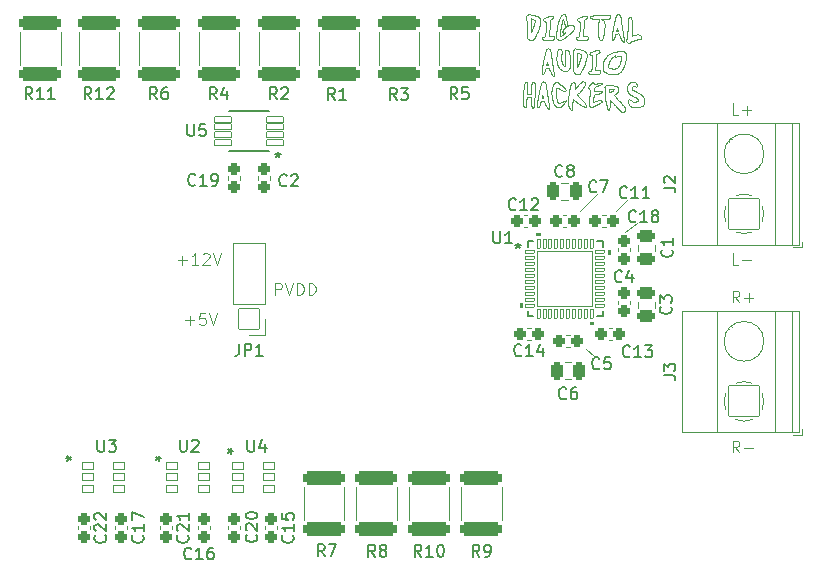
<source format=gto>
G04 #@! TF.GenerationSoftware,KiCad,Pcbnew,7.0.9*
G04 #@! TF.CreationDate,2024-03-05T18:49:30-08:00*
G04 #@! TF.ProjectId,SSM3582_v02,53534d33-3538-4325-9f76-30322e6b6963,rev?*
G04 #@! TF.SameCoordinates,Original*
G04 #@! TF.FileFunction,Legend,Top*
G04 #@! TF.FilePolarity,Positive*
%FSLAX46Y46*%
G04 Gerber Fmt 4.6, Leading zero omitted, Abs format (unit mm)*
G04 Created by KiCad (PCBNEW 7.0.9) date 2024-03-05 18:49:30*
%MOMM*%
%LPD*%
G01*
G04 APERTURE LIST*
G04 Aperture macros list*
%AMRoundRect*
0 Rectangle with rounded corners*
0 $1 Rounding radius*
0 $2 $3 $4 $5 $6 $7 $8 $9 X,Y pos of 4 corners*
0 Add a 4 corners polygon primitive as box body*
4,1,4,$2,$3,$4,$5,$6,$7,$8,$9,$2,$3,0*
0 Add four circle primitives for the rounded corners*
1,1,$1+$1,$2,$3*
1,1,$1+$1,$4,$5*
1,1,$1+$1,$6,$7*
1,1,$1+$1,$8,$9*
0 Add four rect primitives between the rounded corners*
20,1,$1+$1,$2,$3,$4,$5,0*
20,1,$1+$1,$4,$5,$6,$7,0*
20,1,$1+$1,$6,$7,$8,$9,0*
20,1,$1+$1,$8,$9,$2,$3,0*%
G04 Aperture macros list end*
%ADD10C,0.031750*%
%ADD11C,0.100000*%
%ADD12C,0.150000*%
%ADD13C,0.120000*%
%ADD14C,0.152400*%
%ADD15RoundRect,0.263000X0.225000X0.250000X-0.225000X0.250000X-0.225000X-0.250000X0.225000X-0.250000X0*%
%ADD16RoundRect,0.288000X-1.450000X0.312500X-1.450000X-0.312500X1.450000X-0.312500X1.450000X0.312500X0*%
%ADD17RoundRect,0.288000X-0.250000X-0.475000X0.250000X-0.475000X0.250000X0.475000X-0.250000X0.475000X0*%
%ADD18RoundRect,0.263000X-0.250000X0.225000X-0.250000X-0.225000X0.250000X-0.225000X0.250000X0.225000X0*%
%ADD19RoundRect,0.263000X0.250000X-0.225000X0.250000X0.225000X-0.250000X0.225000X-0.250000X-0.225000X0*%
%ADD20RoundRect,0.038000X0.711200X0.254000X-0.711200X0.254000X-0.711200X-0.254000X0.711200X-0.254000X0*%
%ADD21RoundRect,0.288000X0.475000X-0.250000X0.475000X0.250000X-0.475000X0.250000X-0.475000X-0.250000X0*%
%ADD22RoundRect,0.288000X1.450000X-0.312500X1.450000X0.312500X-1.450000X0.312500X-1.450000X-0.312500X0*%
%ADD23RoundRect,0.038000X0.381000X-0.127000X0.381000X0.127000X-0.381000X0.127000X-0.381000X-0.127000X0*%
%ADD24RoundRect,0.038000X-0.127000X-0.381000X0.127000X-0.381000X0.127000X0.381000X-0.127000X0.381000X0*%
%ADD25RoundRect,0.038000X-2.349500X-2.349500X2.349500X-2.349500X2.349500X2.349500X-2.349500X2.349500X0*%
%ADD26C,3.276000*%
%ADD27RoundRect,0.038000X1.300000X-1.300000X1.300000X1.300000X-1.300000X1.300000X-1.300000X-1.300000X0*%
%ADD28C,2.676000*%
%ADD29RoundRect,0.263000X-0.225000X-0.250000X0.225000X-0.250000X0.225000X0.250000X-0.225000X0.250000X0*%
%ADD30RoundRect,0.288000X-0.475000X0.250000X-0.475000X-0.250000X0.475000X-0.250000X0.475000X0.250000X0*%
%ADD31RoundRect,0.038000X0.850000X0.850000X-0.850000X0.850000X-0.850000X-0.850000X0.850000X-0.850000X0*%
%ADD32O,1.776000X1.776000*%
%ADD33RoundRect,0.038000X-0.500000X0.275000X-0.500000X-0.275000X0.500000X-0.275000X0.500000X0.275000X0*%
G04 APERTURE END LIST*
D10*
X172276388Y-71144183D02*
X172283775Y-71181097D01*
X172290914Y-71217498D01*
X172297770Y-71253176D01*
X172304306Y-71287919D01*
X172310489Y-71321517D01*
X172316282Y-71353759D01*
X172324165Y-71399118D01*
X172330974Y-71440241D01*
X172336590Y-71476416D01*
X172342018Y-71515724D01*
X172345094Y-71548143D01*
X172345059Y-71555234D01*
X170209521Y-75546398D02*
X170212738Y-75507310D01*
X170216222Y-75468071D01*
X170219979Y-75428647D01*
X170224015Y-75389005D01*
X170228335Y-75349113D01*
X170232946Y-75308936D01*
X170237854Y-75268442D01*
X170243064Y-75227599D01*
X170248581Y-75186372D01*
X170254413Y-75144730D01*
X170260565Y-75102638D01*
X170267042Y-75060065D01*
X170273851Y-75016976D01*
X170280998Y-74973340D01*
X170288487Y-74929122D01*
X170296326Y-74884290D01*
X170304520Y-74838811D01*
X170313074Y-74792652D01*
X170321996Y-74745780D01*
X170331290Y-74698162D01*
X170340962Y-74649764D01*
X170351019Y-74600554D01*
X170361466Y-74550499D01*
X170372308Y-74499566D01*
X170383553Y-74447722D01*
X170395206Y-74394933D01*
X170407272Y-74341167D01*
X170419758Y-74286390D01*
X170432669Y-74230571D01*
X170446011Y-74173675D01*
X170459790Y-74115669D01*
X170474013Y-74056522D01*
X175053030Y-73951996D02*
X175027856Y-73975349D01*
X175000570Y-73996572D01*
X174970198Y-74017412D01*
X174938807Y-74036450D01*
X174908466Y-74052266D01*
X174903657Y-74054490D01*
X178006958Y-76429062D02*
X178038994Y-76437902D01*
X178070368Y-76451905D01*
X178100720Y-76470443D01*
X178129695Y-76492888D01*
X178156935Y-76518613D01*
X178182083Y-76546991D01*
X178204782Y-76577392D01*
X178224675Y-76609191D01*
X178241404Y-76641759D01*
X178254614Y-76674469D01*
X178263946Y-76706694D01*
X178269893Y-76752747D01*
X178265108Y-76794176D01*
X178248385Y-76828865D01*
X178239950Y-76838564D01*
X176161678Y-72878215D02*
X176134883Y-72856348D01*
X176127029Y-72822211D01*
X176126177Y-72782027D01*
X176127367Y-72749877D01*
X176129723Y-72710752D01*
X176133154Y-72663878D01*
X176134521Y-72646398D01*
X169111618Y-77469022D02*
X169266812Y-77469022D01*
X175261279Y-71153747D02*
X175301009Y-71169241D01*
X175336645Y-71185002D01*
X175368396Y-71201437D01*
X175396473Y-71218954D01*
X175432159Y-71248150D01*
X175460759Y-71282073D01*
X175482985Y-71322101D01*
X175494611Y-71352857D01*
X175503929Y-71387345D01*
X175511149Y-71425974D01*
X175516482Y-71469150D01*
X175520138Y-71517282D01*
X175522327Y-71570777D01*
X175523260Y-71630044D01*
X175523321Y-71661969D01*
X169592029Y-72698126D02*
X169578228Y-72727128D01*
X169563340Y-72755262D01*
X169543918Y-72788153D01*
X169524450Y-72817250D01*
X169502318Y-72845256D01*
X169477501Y-72867030D01*
X173023936Y-77031522D02*
X173080108Y-76965843D01*
X173196788Y-75790832D02*
X173162839Y-75789757D01*
X173124072Y-75787328D01*
X173091513Y-75783388D01*
X173057517Y-75775725D01*
X173023124Y-75761472D01*
X172991474Y-75740416D01*
X172969683Y-75721928D01*
X178885203Y-78095745D02*
X178884536Y-78133843D01*
X178882006Y-78170192D01*
X178877588Y-78204832D01*
X178871257Y-78237806D01*
X178862989Y-78269154D01*
X178846904Y-78313218D01*
X178826325Y-78353858D01*
X178801171Y-78391212D01*
X178771360Y-78425421D01*
X178736810Y-78456624D01*
X178711104Y-78475824D01*
X178683231Y-78493792D01*
X178653168Y-78510569D01*
X178637308Y-78518524D01*
X174820258Y-76808271D02*
X174679237Y-76851432D01*
X178023779Y-77195445D02*
X178053196Y-77208253D01*
X178085472Y-77223501D01*
X178124057Y-77242455D01*
X178156328Y-77258691D01*
X178190823Y-77276338D01*
X178226973Y-77295108D01*
X178264212Y-77314713D01*
X178301970Y-77334864D01*
X178339679Y-77355273D01*
X178352140Y-77362084D01*
X177762709Y-78026214D02*
X177936279Y-78132432D01*
X171656992Y-76572069D02*
X171679982Y-76594039D01*
X171705375Y-76616993D01*
X171732333Y-76640251D01*
X171760019Y-76663136D01*
X171787595Y-76684970D01*
X171814222Y-76705075D01*
X171844895Y-76726740D01*
X171861279Y-76737384D01*
D11*
X173990000Y-99060000D02*
X174625000Y-99695000D01*
D10*
X173753405Y-72894022D02*
X173714551Y-72894146D01*
X173675017Y-72894509D01*
X173635422Y-72895090D01*
X173596383Y-72895871D01*
X173558520Y-72896833D01*
X173522451Y-72897959D01*
X173488795Y-72899228D01*
X173448740Y-72901112D01*
X173415539Y-72903175D01*
X173396018Y-72904813D01*
X175860460Y-75243342D02*
X175900345Y-75267245D01*
X175935829Y-75281187D01*
X175977202Y-75293466D01*
X176023416Y-75304024D01*
X176073418Y-75312801D01*
X176126160Y-75319739D01*
X176180591Y-75324779D01*
X176235660Y-75327862D01*
X176290318Y-75328929D01*
X176343514Y-75327921D01*
X176394198Y-75324781D01*
X176441320Y-75319448D01*
X176483830Y-75311864D01*
X176520676Y-75301971D01*
X176550810Y-75289709D01*
X176563032Y-75282672D01*
X177986279Y-78591926D02*
X177942331Y-78586736D01*
X177901000Y-78579933D01*
X177862184Y-78571444D01*
X177825780Y-78561198D01*
X177791688Y-78549120D01*
X177759804Y-78535140D01*
X177730028Y-78519184D01*
X177702258Y-78501182D01*
X177676391Y-78481059D01*
X177652326Y-78458744D01*
X177629962Y-78434164D01*
X177609196Y-78407247D01*
X177589927Y-78377922D01*
X177572053Y-78346114D01*
X177555472Y-78311753D01*
X177540083Y-78274766D01*
X173591971Y-70931304D02*
X173644343Y-70913069D01*
X173692094Y-70897226D01*
X173735485Y-70883769D01*
X173774779Y-70872693D01*
X173810239Y-70863995D01*
X173842128Y-70857670D01*
X173883838Y-70852621D01*
X173918991Y-70852885D01*
X173957190Y-70861476D01*
X173987408Y-70879450D01*
X174011744Y-70906770D01*
X174022364Y-70923925D01*
X171372708Y-78537772D02*
X171342204Y-78514478D01*
X171313619Y-78486707D01*
X171286640Y-78453796D01*
X171260956Y-78415087D01*
X171244398Y-78385733D01*
X171228184Y-78353312D01*
X171212222Y-78317629D01*
X171196420Y-78278488D01*
X171180684Y-78235694D01*
X171164923Y-78189050D01*
X171149044Y-78138362D01*
X171132954Y-78083433D01*
X171116562Y-78024068D01*
X171108223Y-77992661D01*
X171099775Y-77960072D01*
X175910223Y-77137771D02*
X175916273Y-77173347D01*
X175920581Y-77204984D01*
X175924271Y-77240310D01*
X175926295Y-77274558D01*
X175926274Y-77287771D01*
X172167190Y-72269694D02*
X172134420Y-72274416D01*
X172103466Y-72284700D01*
X172075470Y-72298768D01*
X171911612Y-72507579D02*
X171948609Y-72481642D01*
X171983169Y-72456840D01*
X172015212Y-72433248D01*
X172044661Y-72410937D01*
X172071438Y-72389981D01*
X172106420Y-72361245D01*
X172134948Y-72335967D01*
X172162489Y-72308066D01*
X172180037Y-72279834D01*
X172167190Y-72269694D01*
X169836678Y-78578215D02*
X169809884Y-78556348D01*
X169802029Y-78522211D01*
X169801177Y-78482027D01*
X169802367Y-78449877D01*
X169804723Y-78410752D01*
X169808154Y-78363878D01*
X169809521Y-78346398D01*
X174062415Y-72832658D02*
X174037343Y-72855669D01*
X174006122Y-72874692D01*
X173972675Y-72884674D01*
X173937075Y-72889606D01*
X173903360Y-72891894D01*
X173862305Y-72893234D01*
X173830269Y-72893718D01*
X173794087Y-72893957D01*
X173753405Y-72894022D01*
X172244881Y-78022058D02*
X172236564Y-78058152D01*
X172211933Y-78101752D01*
X172188375Y-78136796D01*
X172160116Y-78175445D01*
X172128021Y-78216688D01*
X172092954Y-78259517D01*
X172055781Y-78302921D01*
X172017366Y-78345890D01*
X171978573Y-78387415D01*
X171940269Y-78426486D01*
X171903316Y-78462094D01*
X171868581Y-78493229D01*
X171836927Y-78518880D01*
X171809221Y-78538039D01*
X171797118Y-78544869D01*
X169348779Y-71106964D02*
X169261279Y-71075828D01*
X170741046Y-77973269D02*
X170746901Y-78010060D01*
X170752643Y-78046487D01*
X170758265Y-78082501D01*
X170763761Y-78118054D01*
X170769124Y-78153098D01*
X170774348Y-78187583D01*
X170779427Y-78221462D01*
X170784354Y-78254686D01*
X170789123Y-78287206D01*
X170793727Y-78318974D01*
X170802417Y-78380060D01*
X170810372Y-78437556D01*
X170817542Y-78491076D01*
X170823876Y-78540230D01*
X170829322Y-78584631D01*
X170833830Y-78623892D01*
X170837348Y-78657625D01*
X170840658Y-78697010D01*
X170840507Y-78729519D01*
X171117503Y-75925272D02*
X171094524Y-75894022D01*
X171074775Y-75862709D01*
X171052236Y-75824514D01*
X171027554Y-75780723D01*
X171001376Y-75732623D01*
X170974348Y-75681499D01*
X170947116Y-75628639D01*
X170920327Y-75575329D01*
X170894627Y-75522856D01*
X170870663Y-75472505D01*
X170849081Y-75425564D01*
X170830529Y-75383318D01*
X170815651Y-75347055D01*
X170801640Y-75306691D01*
X170798779Y-75291013D01*
X175791986Y-74199464D02*
X175821982Y-74176571D01*
X175854055Y-74153660D01*
X175887851Y-74130908D01*
X175923019Y-74108494D01*
X175959206Y-74086594D01*
X175996060Y-74065388D01*
X176033228Y-74045053D01*
X176070359Y-74025768D01*
X176107100Y-74007710D01*
X176143099Y-73991059D01*
X176178004Y-73975990D01*
X176211461Y-73962684D01*
X176243120Y-73951318D01*
X176286464Y-73938295D01*
X176323779Y-73930640D01*
X173184719Y-74571001D02*
X173184633Y-74631584D01*
X173184693Y-74690380D01*
X173184892Y-74747088D01*
X173185225Y-74801408D01*
X173185684Y-74853038D01*
X173186263Y-74901677D01*
X173186956Y-74947026D01*
X173187757Y-74988783D01*
X173188658Y-75026648D01*
X173189654Y-75060320D01*
X173191310Y-75102309D01*
X173193790Y-75140812D01*
X173197252Y-75157464D01*
X175125422Y-75494901D02*
X175152612Y-75518285D01*
X175168732Y-75551292D01*
X175173950Y-75590837D01*
X175170388Y-75625107D01*
X175160043Y-75660008D01*
X175143001Y-75693959D01*
X175119350Y-75725382D01*
X175112415Y-75732658D01*
X171453336Y-74328779D02*
X171455165Y-74269245D01*
X171457012Y-74215880D01*
X171458953Y-74168175D01*
X171461061Y-74125621D01*
X171463412Y-74087710D01*
X171466083Y-74053932D01*
X171470850Y-74009902D01*
X171476758Y-73972309D01*
X171484060Y-73939436D01*
X171496404Y-73899978D01*
X171512281Y-73861785D01*
X171526869Y-73831522D01*
X175214512Y-72894022D02*
X175178552Y-72890706D01*
X175144066Y-72881535D01*
X175114296Y-72867670D01*
X175092479Y-72850272D01*
X170681805Y-74882054D02*
X170665381Y-74782587D01*
X169776112Y-72356522D02*
X169757079Y-72388513D01*
X169737494Y-72422220D01*
X169717674Y-72457050D01*
X169697938Y-72492412D01*
X169678605Y-72527715D01*
X169659992Y-72562369D01*
X169642420Y-72595781D01*
X169626205Y-72627362D01*
X169611667Y-72656520D01*
X169595442Y-72690606D01*
X169592029Y-72698126D01*
X178099918Y-76822666D02*
X178068501Y-76806422D01*
X178030751Y-76791789D01*
X177997110Y-76785371D01*
X177959803Y-76789212D01*
X177926530Y-76806607D01*
X177901928Y-76830548D01*
X177878381Y-76863624D01*
X177861007Y-76894547D01*
X169298560Y-77016184D02*
X169298980Y-76976885D01*
X169300134Y-76937816D01*
X169301997Y-76899124D01*
X169304546Y-76860958D01*
X169307758Y-76823464D01*
X169311610Y-76786792D01*
X169316078Y-76751089D01*
X169321139Y-76716503D01*
X169326769Y-76683182D01*
X169332947Y-76651274D01*
X169343187Y-76606387D01*
X169354525Y-76565511D01*
X169366884Y-76529148D01*
X169380186Y-76497796D01*
X171471415Y-76947444D02*
X171450985Y-76988561D01*
X171434297Y-77039783D01*
X171421278Y-77100010D01*
X171416122Y-77133156D01*
X171411857Y-77168142D01*
X171408472Y-77204829D01*
X171405961Y-77243080D01*
X171404312Y-77282757D01*
X171403519Y-77323723D01*
X171403571Y-77365841D01*
X171404459Y-77408973D01*
X171406175Y-77452982D01*
X171408710Y-77497729D01*
X171412054Y-77543079D01*
X171416199Y-77588892D01*
X171421136Y-77635032D01*
X171426855Y-77681361D01*
X171433348Y-77727743D01*
X171440606Y-77774038D01*
X171448620Y-77820110D01*
X171457381Y-77865822D01*
X171466880Y-77911036D01*
X171477107Y-77955614D01*
X171488055Y-77999419D01*
X171499714Y-78042313D01*
X171512074Y-78084160D01*
X171525128Y-78124821D01*
X171538866Y-78164159D01*
X171553279Y-78202037D01*
X174003030Y-71051996D02*
X173977856Y-71075349D01*
X173950570Y-71096573D01*
X173920198Y-71117413D01*
X173888807Y-71136450D01*
X173858466Y-71152266D01*
X173853657Y-71154490D01*
X177692529Y-70958372D02*
X177729662Y-70989287D01*
X177751466Y-71017544D01*
X177770933Y-71052127D01*
X177788084Y-71093213D01*
X177802939Y-71140980D01*
X177815521Y-71195605D01*
X177825849Y-71257268D01*
X177830174Y-71290794D01*
X177833944Y-71326145D01*
X177837161Y-71363345D01*
X177839828Y-71402415D01*
X177841948Y-71443378D01*
X177843522Y-71486255D01*
X177844554Y-71531070D01*
X177845046Y-71577844D01*
X177845000Y-71626599D01*
X177844420Y-71677358D01*
X177843309Y-71730144D01*
X177841667Y-71784977D01*
X177839500Y-71841881D01*
X177836807Y-71900878D01*
X177833594Y-71961989D01*
X177829861Y-72025238D01*
X177825613Y-72090647D01*
X175544855Y-77331522D02*
X175544457Y-77295662D01*
X175543864Y-77260404D01*
X175543087Y-77225947D01*
X175542138Y-77192492D01*
X175541030Y-77160238D01*
X175539093Y-77114545D01*
X175536864Y-77072678D01*
X175534381Y-77035311D01*
X175531686Y-77003119D01*
X175527831Y-76969411D01*
X175521681Y-76941842D01*
X172224862Y-71739530D02*
X172197278Y-71721706D01*
X172176100Y-71696190D01*
X172162794Y-71666816D01*
X172162052Y-71663854D01*
X171436279Y-72747676D02*
X171439380Y-72427099D01*
X176423363Y-72475272D02*
X176407498Y-72534910D01*
X176391877Y-72589479D01*
X176376432Y-72639081D01*
X176361099Y-72683817D01*
X176345811Y-72723789D01*
X176330501Y-72759099D01*
X176315104Y-72789850D01*
X176291700Y-72827648D01*
X176267727Y-72855760D01*
X176234491Y-72878768D01*
X176199318Y-72885981D01*
X176161678Y-72878215D01*
X178123779Y-72907852D02*
X178071711Y-72924924D01*
X178024241Y-72940777D01*
X177981119Y-72955523D01*
X177942098Y-72969274D01*
X177906928Y-72982142D01*
X177875361Y-72994239D01*
X177834223Y-73011183D01*
X177799795Y-73027021D01*
X177771239Y-73042132D01*
X177740848Y-73061801D01*
X177712414Y-73086879D01*
X177703217Y-73097422D01*
X169477501Y-72867030D02*
X169445488Y-72877353D01*
X169409661Y-72883567D01*
X169374365Y-72887478D01*
X169335881Y-72890035D01*
X169303905Y-72890977D01*
X169271788Y-72890832D01*
X176563032Y-75282672D02*
X176589132Y-75262772D01*
X176615424Y-75237306D01*
X176641760Y-75206600D01*
X176667995Y-75170980D01*
X176693985Y-75130770D01*
X176719583Y-75086298D01*
X176744643Y-75037888D01*
X176769022Y-74985867D01*
X176792572Y-74930561D01*
X176815148Y-74872295D01*
X176826026Y-74842154D01*
X176836606Y-74811395D01*
X176846869Y-74780059D01*
X176856799Y-74748187D01*
X176866375Y-74715819D01*
X176875581Y-74682996D01*
X176884399Y-74649760D01*
X176892809Y-74616150D01*
X176900794Y-74582207D01*
X176908335Y-74547973D01*
X176915415Y-74513487D01*
X176922015Y-74478791D01*
X173757930Y-71576418D02*
X173757509Y-71608504D01*
X173756814Y-71641440D01*
X173755852Y-71675127D01*
X173754636Y-71709464D01*
X173753176Y-71744350D01*
X173751481Y-71779686D01*
X173749562Y-71815371D01*
X173747430Y-71851305D01*
X173745095Y-71887388D01*
X173742568Y-71923519D01*
X173739858Y-71959598D01*
X173736976Y-71995525D01*
X173733934Y-72031199D01*
X173730740Y-72066521D01*
X173727405Y-72101390D01*
X173723941Y-72135706D01*
X173720356Y-72169368D01*
X173716662Y-72202277D01*
X173712869Y-72234331D01*
X173705028Y-72295477D01*
X173696916Y-72352004D01*
X173688615Y-72403110D01*
X173680209Y-72447992D01*
X173671782Y-72485849D01*
X173659283Y-72527707D01*
X173723740Y-78523298D02*
X173683509Y-78505269D01*
X173641484Y-78484801D01*
X173597933Y-78462077D01*
X173553126Y-78437278D01*
X173507332Y-78410587D01*
X173460819Y-78382185D01*
X173413856Y-78352254D01*
X173366713Y-78320977D01*
X173319658Y-78288535D01*
X173272961Y-78255109D01*
X173226891Y-78220883D01*
X173181716Y-78186038D01*
X173137705Y-78150756D01*
X173095128Y-78115220D01*
X173054254Y-78079610D01*
X173015351Y-78044109D01*
X170028199Y-71659181D02*
X170016242Y-71698165D01*
X170004220Y-71738166D01*
X169992311Y-71778542D01*
X169980697Y-71818646D01*
X169969558Y-71857835D01*
X169959072Y-71895465D01*
X169949422Y-71930891D01*
X169940787Y-71963470D01*
X169931163Y-72001363D01*
X169924091Y-72031522D01*
X170720654Y-75253397D02*
X170685710Y-75259463D01*
X170652974Y-75263888D01*
X170621365Y-75267128D01*
X170587213Y-75269001D01*
X170584117Y-75269022D01*
X174886279Y-70801904D02*
X174941660Y-70798075D01*
X174990777Y-70794752D01*
X175034723Y-70791928D01*
X175074595Y-70789599D01*
X175111488Y-70787759D01*
X175146498Y-70786403D01*
X175180719Y-70785526D01*
X175215247Y-70785122D01*
X175251178Y-70785186D01*
X175289607Y-70785713D01*
X175331629Y-70786697D01*
X175378339Y-70788134D01*
X175430834Y-70790017D01*
X175490209Y-70792342D01*
X175522818Y-70793669D01*
X175557559Y-70795104D01*
X175594566Y-70796647D01*
X175633979Y-70798297D01*
X174555163Y-78158739D02*
X174589470Y-78155220D01*
X174622143Y-78143348D01*
X174655237Y-78128441D01*
X174665106Y-78123523D01*
X170716971Y-70931304D02*
X170769343Y-70913069D01*
X170817094Y-70897226D01*
X170860485Y-70883769D01*
X170899779Y-70872693D01*
X170935239Y-70863995D01*
X170967128Y-70857670D01*
X171008838Y-70852621D01*
X171043991Y-70852885D01*
X171082190Y-70861476D01*
X171112408Y-70879450D01*
X171136744Y-70906770D01*
X171147364Y-70923925D01*
X171261883Y-76576858D02*
X171284718Y-76553501D01*
X171311691Y-76527756D01*
X171341422Y-76503374D01*
X171368795Y-76486523D01*
X171401654Y-76474535D01*
X171438148Y-76469547D01*
X171458957Y-76469022D01*
X170265381Y-77582587D02*
X170233982Y-77669554D01*
D11*
X177292000Y-89154000D02*
X178308000Y-88392000D01*
D10*
X170882930Y-71576418D02*
X170882509Y-71608504D01*
X170881814Y-71641440D01*
X170880852Y-71675127D01*
X170879636Y-71709464D01*
X170878176Y-71744350D01*
X170876481Y-71779686D01*
X170874562Y-71815371D01*
X170872430Y-71851305D01*
X170870095Y-71887388D01*
X170867568Y-71923519D01*
X170864858Y-71959598D01*
X170861976Y-71995525D01*
X170858934Y-72031199D01*
X170855740Y-72066521D01*
X170852405Y-72101390D01*
X170848941Y-72135706D01*
X170845356Y-72169368D01*
X170841662Y-72202277D01*
X170837869Y-72234331D01*
X170830028Y-72295477D01*
X170821916Y-72352004D01*
X170813615Y-72403110D01*
X170805209Y-72447992D01*
X170796782Y-72485849D01*
X170784283Y-72527707D01*
X169623779Y-71273291D02*
X169610259Y-71242120D01*
X169584259Y-71217854D01*
X169553823Y-71197344D01*
X169525449Y-71181365D01*
X169492373Y-71164907D01*
X169454644Y-71148000D01*
X169412308Y-71130672D01*
X169381549Y-71118901D01*
X169348779Y-71106964D01*
X169575228Y-77956522D02*
X169569869Y-78010500D01*
X169564741Y-78061678D01*
X169559830Y-78110130D01*
X169555124Y-78155930D01*
X169550610Y-78199151D01*
X169546277Y-78239869D01*
X169542110Y-78278157D01*
X169538098Y-78314089D01*
X169534227Y-78347740D01*
X169526863Y-78408495D01*
X169519915Y-78461014D01*
X169513283Y-78505890D01*
X169506868Y-78543718D01*
X169500567Y-78575090D01*
X169491112Y-78611341D01*
X169477970Y-78642618D01*
X169455472Y-78662623D01*
X173074147Y-72716785D02*
X173087368Y-72685374D01*
X173117037Y-72660655D01*
X173151583Y-72643123D01*
X173183956Y-72631929D01*
X173219232Y-72623888D01*
X173256206Y-72619587D01*
X173274955Y-72619022D01*
X172160560Y-74188863D02*
X172157708Y-74139793D01*
X172155333Y-74095657D01*
X172153453Y-74056118D01*
X172152090Y-74020840D01*
X172151056Y-73975177D01*
X172151296Y-73937213D01*
X172153715Y-73896610D01*
X172158677Y-73864990D01*
X172168702Y-73834006D01*
X172183265Y-73807613D01*
X173421726Y-77269816D02*
X173182173Y-77517111D01*
X177940909Y-72509379D02*
X177981068Y-72496513D01*
X178019980Y-72484845D01*
X178057650Y-72474376D01*
X178094082Y-72465107D01*
X178129281Y-72457041D01*
X178163253Y-72450177D01*
X178196003Y-72444518D01*
X178227535Y-72440065D01*
X178286968Y-72434783D01*
X178341593Y-72434341D01*
X178391449Y-72438751D01*
X178436578Y-72448023D01*
X178477020Y-72462169D01*
X178512816Y-72481199D01*
X178544005Y-72505126D01*
X178570629Y-72533959D01*
X178592727Y-72567711D01*
X178610341Y-72606392D01*
X178623511Y-72650012D01*
X178632278Y-72698585D01*
X170336279Y-76419022D02*
X170368393Y-76424590D01*
X170401293Y-76437501D01*
X170430125Y-76453430D01*
X170456161Y-76472388D01*
X170459495Y-76475272D01*
X175873779Y-75766894D02*
X175835365Y-75758227D01*
X175796511Y-75746987D01*
X175757496Y-75733320D01*
X175718601Y-75717372D01*
X175680105Y-75699288D01*
X175642289Y-75679214D01*
X175605432Y-75657296D01*
X175569814Y-75633679D01*
X175535715Y-75608509D01*
X175503414Y-75581932D01*
X175483019Y-75563504D01*
X173186279Y-73975828D02*
X173184719Y-74571001D01*
X171187415Y-72832658D02*
X171162343Y-72855669D01*
X171131122Y-72874692D01*
X171097675Y-72884674D01*
X171062075Y-72889606D01*
X171028360Y-72891894D01*
X170987305Y-72893234D01*
X170955269Y-72893718D01*
X170919087Y-72893957D01*
X170878405Y-72894022D01*
X169044683Y-72821928D02*
X169017259Y-72792651D01*
X168994032Y-72756257D01*
X168980703Y-72726470D01*
X168968975Y-72691163D01*
X168958743Y-72649395D01*
X168949900Y-72600223D01*
X168942341Y-72542704D01*
X168939010Y-72510521D01*
X168935961Y-72475898D01*
X168933180Y-72438717D01*
X168930653Y-72398860D01*
X168928369Y-72356210D01*
X168926313Y-72310650D01*
X168924473Y-72262060D01*
X168922835Y-72210324D01*
X168921385Y-72155323D01*
X168920112Y-72096940D01*
X168919001Y-72035058D01*
X168918039Y-71969557D01*
X168917214Y-71900321D01*
X168916511Y-71827232D01*
X168915919Y-71750171D01*
X168915423Y-71669022D01*
X172814493Y-78138378D02*
X172805676Y-78190504D01*
X172797904Y-78238224D01*
X172791152Y-78281989D01*
X172785397Y-78322252D01*
X172780615Y-78359462D01*
X172776783Y-78394073D01*
X172773879Y-78426534D01*
X172771208Y-78472183D01*
X172770491Y-78515536D01*
X172771649Y-78558115D01*
X172774603Y-78601445D01*
X172779274Y-78647048D01*
X172783302Y-78679465D01*
X172785583Y-78696448D01*
X177124485Y-75213694D02*
X177103906Y-75263861D01*
X177081624Y-75312358D01*
X177057739Y-75359070D01*
X177032351Y-75403884D01*
X177005562Y-75446687D01*
X176977470Y-75487366D01*
X176948178Y-75525806D01*
X176917786Y-75561894D01*
X176886393Y-75595518D01*
X176854100Y-75626564D01*
X176821009Y-75654917D01*
X176787219Y-75680466D01*
X176752830Y-75703097D01*
X176717944Y-75722696D01*
X176682661Y-75739149D01*
X176647082Y-75752345D01*
X170348206Y-71243449D02*
X170326802Y-71219500D01*
X170312611Y-71190281D01*
X170317442Y-71157369D01*
X170324086Y-71143449D01*
X176606805Y-71982054D02*
X176590381Y-71882587D01*
X169455472Y-78662623D02*
X169424751Y-78651333D01*
X169399505Y-78626989D01*
X169382532Y-78604315D01*
X177825613Y-72090647D02*
X177822679Y-72134933D01*
X177819951Y-72178101D01*
X177817439Y-72219923D01*
X177815151Y-72260169D01*
X177813095Y-72298611D01*
X177811280Y-72335020D01*
X177809716Y-72369166D01*
X177807859Y-72415645D01*
X177806615Y-72455747D01*
X177806014Y-72488700D01*
X177806522Y-72525638D01*
X177808367Y-72536944D01*
X176647082Y-75752345D02*
X176600222Y-75764167D01*
X176561803Y-75770926D01*
X176518519Y-75776771D01*
X176471122Y-75781687D01*
X176420364Y-75785660D01*
X176366997Y-75788676D01*
X176311775Y-75790721D01*
X176255449Y-75791781D01*
X176198772Y-75791841D01*
X176142497Y-75790888D01*
X176087375Y-75788906D01*
X176034159Y-75785883D01*
X175983602Y-75781804D01*
X175936456Y-75776655D01*
X175893473Y-75770421D01*
X175873779Y-75766894D01*
X170199147Y-72716785D02*
X170212368Y-72685374D01*
X170242037Y-72660655D01*
X170276583Y-72643123D01*
X170308956Y-72631929D01*
X170344232Y-72623888D01*
X170381206Y-72619587D01*
X170399955Y-72619022D01*
X173853657Y-71154490D02*
X173761279Y-71196314D01*
X172856204Y-77895235D02*
X172814493Y-78138378D01*
X174226423Y-76744742D02*
X174259046Y-76715074D01*
X174286852Y-76689574D01*
X174310575Y-76667491D01*
X174337124Y-76642069D01*
X174364591Y-76614257D01*
X174388879Y-76587612D01*
X174413387Y-76558666D01*
X174435438Y-76531521D01*
X174885248Y-75469022D02*
X174924767Y-75469550D01*
X174963542Y-75471063D01*
X175000590Y-75473457D01*
X175034924Y-75476623D01*
X175072524Y-75481507D01*
X175107307Y-75488452D01*
X175125422Y-75494901D01*
X173407881Y-71410011D02*
X173402798Y-71376088D01*
X173396158Y-71343713D01*
X173382415Y-71311289D01*
X173354087Y-71295403D01*
X173332881Y-71294022D01*
X173964007Y-78512772D02*
X173968699Y-78546953D01*
X173962212Y-78580396D01*
X173928181Y-78592633D01*
X173893061Y-78586803D01*
X173858109Y-78576360D01*
X173815084Y-78560745D01*
X173781607Y-78547474D01*
X173744080Y-78531924D01*
X173723740Y-78523298D01*
X177382929Y-72817961D02*
X177396846Y-72786827D01*
X177407223Y-72751721D01*
X177414645Y-72718080D01*
X177421223Y-72679839D01*
X177425568Y-72648326D01*
X177429382Y-72614534D01*
X177432641Y-72578595D01*
X177435320Y-72540639D01*
X177436081Y-72527562D01*
X174436586Y-75231522D02*
X174443361Y-75180302D01*
X174449485Y-75125065D01*
X174454939Y-75066488D01*
X174459710Y-75005252D01*
X174463780Y-74942034D01*
X174465548Y-74909894D01*
X174467135Y-74877513D01*
X174468540Y-74844976D01*
X174469759Y-74812369D01*
X174470792Y-74779775D01*
X174471636Y-74747280D01*
X174472290Y-74714968D01*
X174472750Y-74682925D01*
X174473087Y-74619982D01*
X174472629Y-74559131D01*
X174471361Y-74501051D01*
X174469268Y-74446420D01*
X174466334Y-74395917D01*
X174462544Y-74350221D01*
X174457881Y-74310011D01*
X174803405Y-75794022D02*
X174764551Y-75794146D01*
X174725017Y-75794509D01*
X174685422Y-75795090D01*
X174646383Y-75795871D01*
X174608520Y-75796833D01*
X174572451Y-75797959D01*
X174538795Y-75799228D01*
X174498740Y-75801112D01*
X174465539Y-75803175D01*
X174446018Y-75804813D01*
X171439380Y-72427099D02*
X171439866Y-72392290D01*
X171440652Y-72357606D01*
X171441738Y-72323044D01*
X171443123Y-72288605D01*
X171444807Y-72254285D01*
X171446792Y-72220086D01*
X171449076Y-72186005D01*
X171451661Y-72152041D01*
X171454546Y-72118193D01*
X171457732Y-72084459D01*
X171461219Y-72050840D01*
X171465007Y-72017332D01*
X171469095Y-71983937D01*
X171473486Y-71950651D01*
X171478177Y-71917474D01*
X171483171Y-71884406D01*
X171488466Y-71851443D01*
X171494063Y-71818587D01*
X171499963Y-71785834D01*
X171506165Y-71753185D01*
X171512670Y-71720638D01*
X171519477Y-71688192D01*
X171526588Y-71655846D01*
X171534001Y-71623598D01*
X171541718Y-71591447D01*
X171549739Y-71559393D01*
X171558063Y-71527433D01*
X171566691Y-71495568D01*
X171575623Y-71463795D01*
X171584859Y-71432114D01*
X171594400Y-71400523D01*
X171604246Y-71369022D01*
X171240507Y-75929519D02*
X171222868Y-75955947D01*
X171189716Y-75967317D01*
X171158968Y-75958685D01*
X171131277Y-75939189D01*
X171117503Y-75925272D01*
X172785583Y-78696448D02*
X172790312Y-78737543D01*
X172792256Y-78772322D01*
X172790268Y-78809166D01*
X172779945Y-78840486D01*
X172749674Y-78858264D01*
X172715851Y-78853433D01*
X172680963Y-78839664D01*
X172671110Y-78834901D01*
X171147364Y-70923925D02*
X171163172Y-70954232D01*
X171171146Y-70987097D01*
X171158406Y-71016959D01*
X171137389Y-71041926D01*
X171128030Y-71051996D01*
X176623504Y-72112772D02*
X176620536Y-72078283D01*
X176616018Y-72042923D01*
X176610905Y-72007824D01*
X176606805Y-71982054D01*
X176274276Y-77152267D02*
X176356901Y-77082742D01*
X170798779Y-75291013D02*
X170794342Y-75259037D01*
X170761521Y-75247031D01*
X170726855Y-75252178D01*
X170720654Y-75253397D01*
X170633982Y-74869554D02*
X170622189Y-74903726D01*
X170610637Y-74942726D01*
X170603888Y-74974640D01*
X170602853Y-75010225D01*
X170622011Y-75038998D01*
X170648779Y-75044022D01*
X170398779Y-78091013D02*
X170394342Y-78059037D01*
X170361521Y-78047031D01*
X170326855Y-78052178D01*
X170320654Y-78053397D01*
X175112415Y-75732658D02*
X175087343Y-75755669D01*
X175056122Y-75774692D01*
X175022675Y-75784674D01*
X174987075Y-75789606D01*
X174953360Y-75791894D01*
X174912305Y-75793234D01*
X174880269Y-75793718D01*
X174844087Y-75793957D01*
X174803405Y-75794022D01*
X171128030Y-71051996D02*
X171102856Y-71075349D01*
X171075570Y-71096573D01*
X171045198Y-71117413D01*
X171013807Y-71136450D01*
X170983466Y-71152266D01*
X170978657Y-71154490D01*
X170320654Y-78053397D02*
X170285710Y-78059463D01*
X170252974Y-78063888D01*
X170221365Y-78067128D01*
X170187213Y-78069001D01*
X170184117Y-78069022D01*
X177540083Y-78274766D02*
X177526269Y-78235785D01*
X177515398Y-78198034D01*
X177507466Y-78161771D01*
X177502470Y-78127254D01*
X177500407Y-78094742D01*
X177502212Y-78054960D01*
X177509219Y-78019817D01*
X177521418Y-77989926D01*
X177543959Y-77960884D01*
X176935479Y-71406522D02*
X176941021Y-71451282D01*
X176945383Y-71483363D01*
X176950715Y-71521319D01*
X176956950Y-71564706D01*
X176964023Y-71613078D01*
X176971865Y-71665992D01*
X176980411Y-71723003D01*
X176989592Y-71783667D01*
X176994400Y-71815230D01*
X176999342Y-71847540D01*
X177004410Y-71880541D01*
X177009595Y-71914177D01*
X177014888Y-71948393D01*
X177020282Y-71983133D01*
X177025768Y-72018342D01*
X177031338Y-72053965D01*
X177036983Y-72089945D01*
X177042695Y-72126228D01*
X177048466Y-72162757D01*
X177054287Y-72199477D01*
X177060149Y-72236333D01*
X177066046Y-72273269D01*
X174298779Y-70968042D02*
X174303872Y-70932191D01*
X174321487Y-70902631D01*
X174355126Y-70878371D01*
X174392978Y-70863058D01*
X174425045Y-70853990D01*
X174463088Y-70845690D01*
X174507545Y-70838034D01*
X174558854Y-70830898D01*
X174617453Y-70824158D01*
X174649623Y-70820898D01*
X174683780Y-70817691D01*
X174719978Y-70814521D01*
X174758272Y-70811373D01*
X174798717Y-70808231D01*
X174841368Y-70805079D01*
X174886279Y-70801904D01*
X170474013Y-74056522D02*
X170485165Y-74010940D01*
X170495675Y-73969146D01*
X170505612Y-73930949D01*
X170515047Y-73896160D01*
X170524050Y-73864588D01*
X170536896Y-73822847D01*
X170549164Y-73787275D01*
X170561091Y-73757231D01*
X170576869Y-73724663D01*
X170597183Y-73693853D01*
X170614590Y-73675272D01*
X174435438Y-76531521D02*
X174456750Y-76506219D01*
X174480937Y-76483128D01*
X174512818Y-76472688D01*
X174541014Y-76484200D01*
X173273779Y-74006964D02*
X173186279Y-73975828D01*
X175527811Y-71128747D02*
X175478583Y-71128410D01*
X175434479Y-71128254D01*
X175395331Y-71128293D01*
X175360973Y-71128544D01*
X175318049Y-71129350D01*
X175284958Y-71130720D01*
X175250125Y-71134400D01*
X175261279Y-71153747D01*
X169282577Y-77337772D02*
X169286511Y-77299051D01*
X169289417Y-77262156D01*
X169292037Y-77221430D01*
X169293775Y-77189164D01*
X169295287Y-77156042D01*
X169296546Y-77122619D01*
X169297524Y-77089452D01*
X169298194Y-77057097D01*
X169298560Y-77016184D01*
X174075422Y-72594901D02*
X174102612Y-72618285D01*
X174118732Y-72651292D01*
X174123950Y-72690837D01*
X174120388Y-72725107D01*
X174110043Y-72760007D01*
X174093001Y-72793959D01*
X174069350Y-72825382D01*
X174062415Y-72832658D01*
X176784495Y-70775272D02*
X176807982Y-70803112D01*
X176824471Y-70832470D01*
X176840082Y-70869471D01*
X176854898Y-70914454D01*
X176864374Y-70949043D01*
X176873555Y-70987431D01*
X176882467Y-71029716D01*
X176891133Y-71076001D01*
X176899578Y-71126384D01*
X176907825Y-71180967D01*
X176915898Y-71239849D01*
X176923822Y-71303130D01*
X176927735Y-71336452D01*
X176931619Y-71370912D01*
X176935479Y-71406522D01*
X172158770Y-71854569D02*
X172185431Y-71832086D01*
X172213418Y-71807570D01*
X172237002Y-71784396D01*
X172249200Y-71754089D01*
X172224862Y-71739530D01*
X174709283Y-75427707D02*
X174720786Y-75459547D01*
X174752033Y-75465496D01*
X174784879Y-75467658D01*
X174816745Y-75468548D01*
X174855416Y-75468955D01*
X174885248Y-75469022D01*
D11*
X176530000Y-87376000D02*
X177546000Y-86360000D01*
D10*
X172162052Y-71663854D02*
X172154020Y-71628959D01*
X172146869Y-71597857D01*
X172138217Y-71560211D01*
X172130917Y-71528442D01*
X172123057Y-71494232D01*
X172114761Y-71458116D01*
X172106151Y-71420623D01*
X172097347Y-71382286D01*
X172091432Y-71356522D01*
X170532881Y-71410011D02*
X170527798Y-71376088D01*
X170521158Y-71343713D01*
X170507415Y-71311289D01*
X170479087Y-71295403D01*
X170457881Y-71294022D01*
X177461572Y-72181522D02*
X177464728Y-72146972D01*
X177467577Y-72110474D01*
X177470767Y-72066032D01*
X177473052Y-72032492D01*
X177475442Y-71996175D01*
X177477917Y-71957381D01*
X177480458Y-71916412D01*
X177483048Y-71873569D01*
X177485666Y-71829153D01*
X177488293Y-71783465D01*
X177490912Y-71736807D01*
X177493502Y-71689479D01*
X177496045Y-71641784D01*
X177498523Y-71594022D01*
X175423726Y-74719156D02*
X175437681Y-74686045D01*
X175453964Y-74651439D01*
X175472334Y-74615676D01*
X175492552Y-74579094D01*
X175514378Y-74542032D01*
X175537571Y-74504828D01*
X175561893Y-74467822D01*
X175587104Y-74431350D01*
X175612963Y-74395752D01*
X175639230Y-74361367D01*
X175665666Y-74328532D01*
X175692032Y-74297586D01*
X175718086Y-74268868D01*
X175743590Y-74242716D01*
X175768303Y-74219468D01*
X175791986Y-74199464D01*
X171988309Y-72295706D02*
X171967804Y-72271201D01*
X171956091Y-72239997D01*
X171952737Y-72203204D01*
X171957315Y-72161937D01*
X171969393Y-72117306D01*
X171981400Y-72086233D01*
X171996422Y-72054489D01*
X172014332Y-72022404D01*
X172035003Y-71990308D01*
X172058307Y-71958530D01*
X172084117Y-71927399D01*
X172112306Y-71897246D01*
X172142745Y-71868399D01*
X172158770Y-71854569D01*
X175961279Y-78275322D02*
X175961154Y-78318144D01*
X175960764Y-78357862D01*
X175960089Y-78394676D01*
X175959107Y-78428786D01*
X175957009Y-78475323D01*
X175954098Y-78516905D01*
X175950300Y-78554210D01*
X175945543Y-78587915D01*
X175937582Y-78628425D01*
X175927612Y-78665342D01*
X175915461Y-78700272D01*
X176658576Y-76948256D02*
X176673503Y-76978587D01*
X176686007Y-77012867D01*
X176692965Y-77047221D01*
X176694753Y-77084174D01*
X176692565Y-77118777D01*
X176688563Y-77150004D01*
X170236678Y-75778215D02*
X170209884Y-75756348D01*
X170202029Y-75722211D01*
X170201177Y-75682027D01*
X170202367Y-75649877D01*
X170204723Y-75610752D01*
X170208154Y-75563878D01*
X170209521Y-75546398D01*
X174852324Y-76597610D02*
X174908881Y-76584126D01*
X174962478Y-76571999D01*
X175013019Y-76561236D01*
X175060409Y-76551847D01*
X175104554Y-76543842D01*
X175145358Y-76537229D01*
X175182726Y-76532018D01*
X175216564Y-76528217D01*
X175260494Y-76525181D01*
X175295946Y-76525371D01*
X175329474Y-76530696D01*
X175348779Y-76549699D01*
X177543959Y-77960884D02*
X177573136Y-77940987D01*
X177608301Y-77941952D01*
X177640664Y-77955343D01*
X177675599Y-77974121D01*
X177708432Y-77993314D01*
X177747918Y-78017177D01*
X177762709Y-78026214D01*
X172934843Y-71849527D02*
X172932086Y-71894319D01*
X172924275Y-71937265D01*
X172910380Y-71979724D01*
X172889371Y-72023055D01*
X172870903Y-72053099D01*
X172848509Y-72084539D01*
X172821885Y-72117776D01*
X172790724Y-72153215D01*
X172754721Y-72191257D01*
X172713572Y-72232307D01*
X172666969Y-72276766D01*
X172641528Y-72300401D01*
X172614609Y-72325039D01*
X172586175Y-72350731D01*
X172556186Y-72377527D01*
X172524606Y-72405478D01*
X172491395Y-72434634D01*
X176324368Y-77581951D02*
X176737132Y-78031737D01*
X173349572Y-72600272D02*
X173353500Y-72567411D01*
X173358372Y-72531090D01*
X173363398Y-72494603D01*
X173369261Y-72452705D01*
X173374116Y-72418394D01*
X173379293Y-72382124D01*
X173384728Y-72344361D01*
X173386586Y-72331522D01*
X178632278Y-72698585D02*
X178647361Y-72815648D01*
X172091432Y-71356522D02*
X172034034Y-71106522D01*
X175009268Y-71653490D02*
X175031461Y-71125458D01*
X169271788Y-72890832D02*
X169237839Y-72889757D01*
X169199072Y-72887328D01*
X169166513Y-72883388D01*
X169132517Y-72875725D01*
X169098124Y-72861472D01*
X169066474Y-72840416D01*
X169044683Y-72821928D01*
X171200422Y-72594901D02*
X171227612Y-72618285D01*
X171243732Y-72651292D01*
X171248950Y-72690837D01*
X171245388Y-72725107D01*
X171235043Y-72760007D01*
X171218001Y-72793959D01*
X171194350Y-72825382D01*
X171187415Y-72832658D01*
X173835248Y-72569022D02*
X173874767Y-72569550D01*
X173913542Y-72571063D01*
X173950590Y-72573457D01*
X173984924Y-72576623D01*
X174022524Y-72581507D01*
X174057307Y-72588452D01*
X174075422Y-72594901D01*
X173548779Y-74173291D02*
X173535259Y-74142120D01*
X173509259Y-74117854D01*
X173478823Y-74097344D01*
X173450449Y-74081365D01*
X173417373Y-74064907D01*
X173379644Y-74048000D01*
X173337308Y-74030672D01*
X173306549Y-74018901D01*
X173273779Y-74006964D01*
X169259719Y-71671001D02*
X169259633Y-71731584D01*
X169259693Y-71790380D01*
X169259892Y-71847088D01*
X169260225Y-71901408D01*
X169260684Y-71953038D01*
X169261263Y-72001677D01*
X169261956Y-72047026D01*
X169262757Y-72088783D01*
X169263658Y-72126648D01*
X169264654Y-72160320D01*
X169266310Y-72202309D01*
X169268790Y-72240812D01*
X169272252Y-72257464D01*
X172526568Y-77223369D02*
X172534368Y-77173745D01*
X172542208Y-77126150D01*
X172550102Y-77080553D01*
X172558062Y-77036924D01*
X172566104Y-76995233D01*
X172574239Y-76955452D01*
X172582483Y-76917550D01*
X172590849Y-76881498D01*
X172599350Y-76847265D01*
X172608001Y-76814823D01*
X172616814Y-76784142D01*
X172634985Y-76727943D01*
X172653973Y-76678431D01*
X172673887Y-76635368D01*
X172694838Y-76598517D01*
X172716934Y-76567642D01*
X172740286Y-76542503D01*
X172777908Y-76515035D01*
X172818973Y-76499141D01*
X172863851Y-76494022D01*
X172345059Y-71555234D02*
X172343524Y-71589896D01*
X172343414Y-71622426D01*
X172344510Y-71656447D01*
X172344884Y-71662407D01*
X173332881Y-71294022D02*
X173298642Y-71287894D01*
X173268866Y-71275570D01*
X173240870Y-71258444D01*
X173223206Y-71243449D01*
X176723779Y-72391013D02*
X176719342Y-72359037D01*
X176686521Y-72347031D01*
X176651855Y-72352178D01*
X176645654Y-72353397D01*
X174903657Y-74054490D02*
X174811279Y-74096314D01*
X171971470Y-78119786D02*
X172011757Y-78101649D01*
X172050379Y-78084880D01*
X172086863Y-78069649D01*
X172120735Y-78056125D01*
X172151523Y-78044476D01*
X172186956Y-78032154D01*
X172220645Y-78022474D01*
X172244881Y-78022058D01*
X170324086Y-71143449D02*
X170345551Y-71111181D01*
X170368843Y-71087577D01*
X170399849Y-71064708D01*
X170429429Y-71047357D01*
X170465414Y-71029305D01*
X170508690Y-71010073D01*
X170542028Y-70996360D01*
X170579263Y-70981768D01*
X170620657Y-70966156D01*
X170666472Y-70949381D01*
X170716971Y-70931304D01*
X177436081Y-72527562D02*
X177438083Y-72492569D01*
X177440293Y-72456374D01*
X177442667Y-72419577D01*
X177445160Y-72382775D01*
X177447728Y-72346567D01*
X177450327Y-72311552D01*
X177452913Y-72278330D01*
X177456265Y-72237856D01*
X177459410Y-72203051D01*
X177461572Y-72181522D01*
X170960248Y-72569022D02*
X170999767Y-72569550D01*
X171038542Y-72571063D01*
X171075590Y-72573457D01*
X171109924Y-72576623D01*
X171147524Y-72581507D01*
X171182307Y-72588452D01*
X171200422Y-72594901D01*
X171099775Y-77960072D02*
X171086995Y-77907769D01*
X171075443Y-77855408D01*
X171065110Y-77803054D01*
X171055988Y-77750770D01*
X171048071Y-77698620D01*
X171041350Y-77646670D01*
X171035818Y-77594984D01*
X171031468Y-77543626D01*
X171028292Y-77492660D01*
X171026282Y-77442151D01*
X171025431Y-77392163D01*
X171025731Y-77342761D01*
X171027175Y-77294009D01*
X171029755Y-77245971D01*
X171033463Y-77198712D01*
X171038293Y-77152296D01*
X171044237Y-77106788D01*
X171051286Y-77062251D01*
X171059434Y-77018751D01*
X171068673Y-76976352D01*
X171078995Y-76935118D01*
X171090393Y-76895113D01*
X171102859Y-76856403D01*
X171116386Y-76819050D01*
X171130966Y-76783121D01*
X171146592Y-76748678D01*
X171163256Y-76715787D01*
X171180950Y-76684512D01*
X171199668Y-76654917D01*
X171219401Y-76627067D01*
X171240141Y-76601025D01*
X171261883Y-76576858D01*
X173274955Y-72619022D02*
X173306965Y-72617165D01*
X173338434Y-72609975D01*
X173349572Y-72600272D01*
X175940311Y-71079049D02*
X175910905Y-71098367D01*
X175878551Y-71112198D01*
X175845948Y-71119866D01*
X175803579Y-71124971D01*
X175763285Y-71127371D01*
X175731547Y-71128390D01*
X175695397Y-71129006D01*
X175654398Y-71129271D01*
X175608111Y-71129239D01*
X175556100Y-71128961D01*
X175527811Y-71128747D01*
X175756902Y-76712454D02*
X175791980Y-76720959D01*
X175824713Y-76725489D01*
X175865774Y-76730023D01*
X175901222Y-76733344D01*
X175940025Y-76736535D01*
X175981613Y-76739537D01*
X176025415Y-76742294D01*
X176070862Y-76744748D01*
X176086279Y-76745489D01*
X175031461Y-71125458D02*
X174733870Y-71113580D01*
X178368949Y-78040259D02*
X178368755Y-78007146D01*
X178360470Y-77973670D01*
X178343982Y-77939732D01*
X178319180Y-77905234D01*
X178285955Y-77870077D01*
X178259070Y-77846225D01*
X178228359Y-77822007D01*
X178193790Y-77797395D01*
X178155329Y-77772359D01*
X178112943Y-77746871D01*
X178066601Y-77720901D01*
X178016269Y-77694421D01*
X177961914Y-77667400D01*
X177933218Y-77653679D01*
X176442702Y-77481737D02*
X176324368Y-77581951D01*
X172344884Y-71662407D02*
X172348772Y-71718292D01*
X172040703Y-70719022D02*
X172076035Y-70720317D01*
X172115255Y-70727909D01*
X172147283Y-70745494D01*
X172174111Y-70776665D01*
X172192017Y-70811120D01*
X172208958Y-70856751D01*
X172220130Y-70894130D01*
X172231495Y-70937600D01*
X172243303Y-70987608D01*
X172255801Y-71044604D01*
X172262387Y-71075863D01*
X172269238Y-71109037D01*
X172276388Y-71144183D01*
X173071000Y-73630985D02*
X173133410Y-73640493D01*
X173195488Y-73650963D01*
X173256866Y-73662292D01*
X173317175Y-73674378D01*
X173376048Y-73687117D01*
X173433117Y-73700408D01*
X173488015Y-73714148D01*
X173540375Y-73728233D01*
X173589827Y-73742562D01*
X173636005Y-73757032D01*
X173678541Y-73771540D01*
X173717067Y-73785983D01*
X173751215Y-73800260D01*
X173780619Y-73814266D01*
X173815023Y-73834546D01*
X173823720Y-73841061D01*
X173396018Y-72904813D02*
X173360122Y-72907237D01*
X173322033Y-72907893D01*
X173284300Y-72906868D01*
X173249471Y-72904250D01*
X173215906Y-72899301D01*
X173211953Y-72898435D01*
X174446018Y-75804813D02*
X174410122Y-75807237D01*
X174372033Y-75807893D01*
X174334300Y-75806868D01*
X174299471Y-75804250D01*
X174265906Y-75799301D01*
X174261953Y-75798435D01*
X170665381Y-74782587D02*
X170633982Y-74869554D01*
X178566818Y-72802764D02*
X178534667Y-72801677D01*
X178499800Y-72805301D01*
X178468089Y-72810693D01*
X178431451Y-72818415D01*
X178389741Y-72828502D01*
X178342815Y-72840988D01*
X178308561Y-72850662D01*
X178271881Y-72861428D01*
X178232732Y-72873295D01*
X178191072Y-72886275D01*
X178146857Y-72900377D01*
X178123779Y-72907852D01*
X170459495Y-76475272D02*
X170482982Y-76503112D01*
X170499470Y-76532470D01*
X170515082Y-76569471D01*
X170529898Y-76614454D01*
X170539373Y-76649043D01*
X170548555Y-76687431D01*
X170557467Y-76729716D01*
X170566133Y-76776001D01*
X170574578Y-76826384D01*
X170582825Y-76880967D01*
X170590898Y-76939849D01*
X170598822Y-77003130D01*
X170602735Y-77036452D01*
X170606619Y-77070912D01*
X170610479Y-77106522D01*
X170498363Y-75375272D02*
X170482498Y-75434910D01*
X170466877Y-75489479D01*
X170451432Y-75539081D01*
X170436099Y-75583817D01*
X170420811Y-75623789D01*
X170405501Y-75659099D01*
X170390104Y-75689850D01*
X170366700Y-75727648D01*
X170342727Y-75755760D01*
X170309491Y-75778768D01*
X170274318Y-75785981D01*
X170236678Y-75778215D01*
X177703217Y-73097422D02*
X177675637Y-73126157D01*
X177645765Y-73147478D01*
X177613997Y-73161351D01*
X177580729Y-73167747D01*
X177546356Y-73166635D01*
X177511277Y-73157983D01*
X177475886Y-73141761D01*
X177440580Y-73117938D01*
X176737132Y-78031737D02*
X176775672Y-78073795D01*
X176812223Y-78113821D01*
X176846840Y-78151889D01*
X176879581Y-78188077D01*
X176910500Y-78222462D01*
X176939654Y-78255119D01*
X176967099Y-78286126D01*
X176992891Y-78315559D01*
X177017086Y-78343494D01*
X177039739Y-78370009D01*
X177060907Y-78395179D01*
X177099010Y-78441792D01*
X177131845Y-78483947D01*
X177159858Y-78522256D01*
X177183498Y-78557331D01*
X177203211Y-78589785D01*
X177219447Y-78620231D01*
X177232653Y-78649280D01*
X177247761Y-78691577D01*
X177258570Y-78734177D01*
X177261480Y-78748802D01*
X171521005Y-72823602D02*
X171436279Y-72747676D01*
X176573779Y-72144022D02*
X176605473Y-72136862D01*
X176623504Y-72112772D01*
X178352140Y-77362084D02*
X178387026Y-77381570D01*
X178420594Y-77401083D01*
X178452858Y-77420641D01*
X178483832Y-77440265D01*
X178513530Y-77459973D01*
X178541967Y-77479786D01*
X178569157Y-77499723D01*
X178595114Y-77519804D01*
X178619853Y-77540048D01*
X178665730Y-77581104D01*
X178706904Y-77623047D01*
X178743487Y-77666036D01*
X178775594Y-77710225D01*
X178803339Y-77755772D01*
X178826835Y-77802834D01*
X178846196Y-77851567D01*
X178861536Y-77902127D01*
X178872968Y-77954672D01*
X178880607Y-78009358D01*
X178884567Y-78066342D01*
X178885203Y-78095745D01*
X172491395Y-72434634D02*
X172455107Y-72466253D01*
X172420165Y-72496443D01*
X172386520Y-72525232D01*
X172354120Y-72552653D01*
X172322915Y-72578735D01*
X172292857Y-72603509D01*
X172263893Y-72627006D01*
X172235975Y-72649257D01*
X172209052Y-72670292D01*
X172183074Y-72690142D01*
X172133753Y-72726410D01*
X172087611Y-72758306D01*
X172044247Y-72786075D01*
X172003261Y-72809964D01*
X171964250Y-72830218D01*
X171926816Y-72847082D01*
X171890555Y-72860801D01*
X171855069Y-72871622D01*
X171819955Y-72879789D01*
X171784814Y-72885549D01*
X171749244Y-72889147D01*
X176645654Y-72353397D02*
X176610710Y-72359463D01*
X176577974Y-72363888D01*
X176546365Y-72367128D01*
X176512213Y-72369001D01*
X176509117Y-72369022D01*
X172863851Y-76494022D02*
X172903851Y-76496802D01*
X172938578Y-76505343D01*
X172968171Y-76519940D01*
X172992773Y-76540891D01*
X173012523Y-76568492D01*
X173027562Y-76603042D01*
X173038031Y-76644837D01*
X173042541Y-76676872D01*
X173045124Y-76712347D01*
X173045822Y-76751350D01*
X173044677Y-76793969D01*
X173041730Y-76840292D01*
X173039595Y-76864871D01*
X171141046Y-75173269D02*
X171146901Y-75210060D01*
X171152643Y-75246487D01*
X171158265Y-75282501D01*
X171163761Y-75318054D01*
X171169124Y-75353098D01*
X171174348Y-75387583D01*
X171179427Y-75421462D01*
X171184354Y-75454686D01*
X171189123Y-75487206D01*
X171193727Y-75518974D01*
X171202417Y-75580060D01*
X171210372Y-75637556D01*
X171217542Y-75691076D01*
X171223876Y-75740230D01*
X171229322Y-75784631D01*
X171233830Y-75823892D01*
X171237348Y-75857625D01*
X171240658Y-75897010D01*
X171240507Y-75929519D01*
X174193725Y-78279407D02*
X174194447Y-78247349D01*
X174195698Y-78212827D01*
X174197429Y-78176486D01*
X174199592Y-78138972D01*
X174202138Y-78100930D01*
X174205020Y-78063004D01*
X174208190Y-78025840D01*
X174211599Y-77990084D01*
X174215200Y-77956380D01*
X174220216Y-77915750D01*
X174221497Y-77906521D01*
X175633979Y-70798297D02*
X175683537Y-70800453D01*
X175728030Y-70802584D01*
X175767764Y-70804742D01*
X175803047Y-70806981D01*
X175848300Y-70810603D01*
X175885269Y-70814699D01*
X175923471Y-70821205D01*
X175956861Y-70831604D01*
X175985413Y-70851861D01*
X175991288Y-70859145D01*
X174756012Y-77505749D02*
X174724468Y-77510621D01*
X174690886Y-77517602D01*
X174658875Y-77527407D01*
X174629636Y-77543163D01*
X174614078Y-77564982D01*
X178637308Y-78518524D02*
X178596506Y-78535514D01*
X178565208Y-78545879D01*
X178530999Y-78555432D01*
X178494194Y-78564139D01*
X178455109Y-78571964D01*
X178414059Y-78578871D01*
X178371358Y-78584825D01*
X178327322Y-78589790D01*
X178282265Y-78593731D01*
X178236503Y-78596612D01*
X178190350Y-78598397D01*
X178144122Y-78599052D01*
X178098134Y-78598540D01*
X178052700Y-78596827D01*
X178008136Y-78593876D01*
X177986279Y-78591926D01*
X168958851Y-76950272D02*
X168956424Y-77469022D01*
X169486029Y-76431522D02*
X169518911Y-76433236D01*
X169548417Y-76446080D01*
X169566572Y-76474568D01*
X169578306Y-76508774D01*
X169588462Y-76546371D01*
X169594143Y-76569022D01*
X174807930Y-74476418D02*
X174807509Y-74508504D01*
X174806814Y-74541440D01*
X174805852Y-74575127D01*
X174804636Y-74609464D01*
X174803176Y-74644350D01*
X174801481Y-74679686D01*
X174799562Y-74715371D01*
X174797430Y-74751305D01*
X174795095Y-74787388D01*
X174792568Y-74823519D01*
X174789858Y-74859598D01*
X174786976Y-74895525D01*
X174783934Y-74931199D01*
X174780740Y-74966521D01*
X174777405Y-75001390D01*
X174773941Y-75035706D01*
X174770356Y-75069368D01*
X174766662Y-75102277D01*
X174762869Y-75134331D01*
X174755028Y-75195477D01*
X174746916Y-75252004D01*
X174738615Y-75303110D01*
X174730209Y-75347992D01*
X174721782Y-75385849D01*
X174709283Y-75427707D01*
X168914978Y-77875272D02*
X168911806Y-77907104D01*
X168908839Y-77947370D01*
X168906787Y-77982119D01*
X168904915Y-78020000D01*
X168903249Y-78060323D01*
X168901818Y-78102397D01*
X168900650Y-78145531D01*
X168899772Y-78189036D01*
X168899211Y-78232219D01*
X168898996Y-78274392D01*
X177543008Y-71058434D02*
X177554676Y-71025722D01*
X177573361Y-70992094D01*
X177595738Y-70967114D01*
X177626157Y-70949425D01*
X177658955Y-70946153D01*
X177692529Y-70958372D01*
X176877068Y-74254820D02*
X176838114Y-74262149D01*
X176795618Y-74268792D01*
X176761568Y-74273850D01*
X176724202Y-74279239D01*
X176684600Y-74284812D01*
X176643841Y-74290424D01*
X176603005Y-74295926D01*
X176563172Y-74301171D01*
X176525421Y-74306013D01*
X176490832Y-74310304D01*
X176447238Y-74315386D01*
X176410255Y-74318864D01*
X176405685Y-74319022D01*
X175483019Y-75563504D02*
X175456751Y-75534446D01*
X175433309Y-75499612D01*
X175412730Y-75459560D01*
X175395054Y-75414851D01*
X175380321Y-75366046D01*
X175368570Y-75313706D01*
X175359841Y-75258391D01*
X175354171Y-75200661D01*
X175351602Y-75141076D01*
X175352172Y-75080199D01*
X175355921Y-75018588D01*
X175362889Y-74956805D01*
X175373113Y-74895409D01*
X175386635Y-74834962D01*
X175403492Y-74776024D01*
X175423726Y-74719156D01*
X171883905Y-77149353D02*
X171855141Y-77130942D01*
X171827743Y-77113478D01*
X171776904Y-77081328D01*
X171731116Y-77052767D01*
X171690106Y-77027663D01*
X171653602Y-77005882D01*
X171621330Y-76987291D01*
X171593018Y-76971756D01*
X171557379Y-76953892D01*
X171521174Y-76939523D01*
X171486682Y-76936054D01*
X171471415Y-76947444D01*
X171982692Y-75493407D02*
X171934950Y-75472663D01*
X171889143Y-75449011D01*
X171845311Y-75422503D01*
X171803492Y-75393190D01*
X171763728Y-75361123D01*
X171726059Y-75326353D01*
X171690524Y-75288932D01*
X171657163Y-75248910D01*
X171626017Y-75206339D01*
X171597125Y-75161271D01*
X171570528Y-75113756D01*
X171546266Y-75063846D01*
X171524378Y-75011592D01*
X171504905Y-74957045D01*
X171487887Y-74900257D01*
X171473364Y-74841279D01*
X175892237Y-77044021D02*
X175910223Y-77137771D01*
X173386586Y-72331522D02*
X173393361Y-72280302D01*
X173399485Y-72225065D01*
X173404939Y-72166488D01*
X173409710Y-72105252D01*
X173413780Y-72042034D01*
X173415548Y-72009894D01*
X173417135Y-71977513D01*
X173418540Y-71944976D01*
X173419759Y-71912369D01*
X173420792Y-71879775D01*
X173421636Y-71847280D01*
X173422290Y-71814968D01*
X173422750Y-71782925D01*
X173423087Y-71719982D01*
X173422629Y-71659131D01*
X173421361Y-71601051D01*
X173419268Y-71546420D01*
X173416334Y-71495917D01*
X173412544Y-71450221D01*
X173407881Y-71410011D01*
X173402501Y-75767030D02*
X173370488Y-75777353D01*
X173334661Y-75783567D01*
X173299365Y-75787478D01*
X173260881Y-75790035D01*
X173228905Y-75790977D01*
X173196788Y-75790832D01*
X172183265Y-73807613D02*
X172203657Y-73782993D01*
X172234867Y-73760553D01*
X172270936Y-73747541D01*
X172310259Y-73744136D01*
X172342982Y-73748450D01*
X172375938Y-73759120D01*
X172408307Y-73776237D01*
X172416212Y-73781535D01*
X177861007Y-76894547D02*
X177845330Y-76930339D01*
X177836087Y-76964622D01*
X177833264Y-76997374D01*
X177839471Y-77038628D01*
X177857048Y-77077076D01*
X177877676Y-77104042D01*
X177904674Y-77129382D01*
X177938032Y-77153076D01*
X177977737Y-77175104D01*
X178007728Y-77188853D01*
X178023779Y-77195445D01*
X169809521Y-78346398D02*
X169812738Y-78307310D01*
X169816222Y-78268071D01*
X169819979Y-78228647D01*
X169824015Y-78189005D01*
X169828335Y-78149113D01*
X169832946Y-78108936D01*
X169837854Y-78068442D01*
X169843064Y-78027599D01*
X169848581Y-77986372D01*
X169854413Y-77944730D01*
X169860565Y-77902638D01*
X169867042Y-77860065D01*
X169873851Y-77816976D01*
X169880998Y-77773340D01*
X169888487Y-77729122D01*
X169896326Y-77684290D01*
X169904520Y-77638811D01*
X169913074Y-77592652D01*
X169921996Y-77545780D01*
X169931290Y-77498162D01*
X169940962Y-77449764D01*
X169951019Y-77400554D01*
X169961466Y-77350499D01*
X169972308Y-77299566D01*
X169983553Y-77247722D01*
X169995206Y-77194933D01*
X170007272Y-77141167D01*
X170019758Y-77086390D01*
X170032669Y-77030571D01*
X170046011Y-76973675D01*
X170059790Y-76915669D01*
X170074013Y-76856522D01*
X170878405Y-72894022D02*
X170839551Y-72894146D01*
X170800017Y-72894509D01*
X170760422Y-72895090D01*
X170721383Y-72895871D01*
X170683520Y-72896833D01*
X170647451Y-72897959D01*
X170613795Y-72899228D01*
X170573740Y-72901112D01*
X170540539Y-72903175D01*
X170521018Y-72904813D01*
X168956424Y-77469022D02*
X169111618Y-77469022D01*
X170281805Y-77682054D02*
X170265381Y-77582587D01*
X174811279Y-74096314D02*
X174807930Y-74476418D01*
X175072364Y-73823924D02*
X175088172Y-73854231D01*
X175096146Y-73887097D01*
X175083406Y-73916958D01*
X175062389Y-73941926D01*
X175053030Y-73951996D01*
X170886279Y-71196314D02*
X170882930Y-71576418D01*
X173953199Y-74559181D02*
X173941242Y-74598165D01*
X173929220Y-74638166D01*
X173917311Y-74678542D01*
X173905697Y-74718646D01*
X173894558Y-74757835D01*
X173884072Y-74795465D01*
X173874422Y-74830891D01*
X173865787Y-74863470D01*
X173856163Y-74901363D01*
X173849091Y-74931522D01*
X169898720Y-70941061D02*
X169935652Y-70972824D01*
X169968550Y-71005286D01*
X169997454Y-71038672D01*
X170022404Y-71073208D01*
X170043441Y-71109117D01*
X170060606Y-71146626D01*
X170073939Y-71185959D01*
X170083480Y-71227341D01*
X170089271Y-71270997D01*
X170091352Y-71317154D01*
X170089764Y-71366034D01*
X170084546Y-71417864D01*
X170075740Y-71472869D01*
X170063387Y-71531273D01*
X170047526Y-71593302D01*
X170038293Y-71625746D01*
X170028199Y-71659181D01*
X176296590Y-77065874D02*
X176259598Y-77059127D01*
X176226274Y-77055300D01*
X176187332Y-77051960D01*
X176153386Y-77049742D01*
X176117988Y-77048014D01*
X176082094Y-77046855D01*
X176064258Y-77046514D01*
X172223779Y-77119418D02*
X172220365Y-77158527D01*
X172210303Y-77190192D01*
X172186998Y-77220794D01*
X172152968Y-77238066D01*
X172120784Y-77242239D01*
X172083184Y-77238859D01*
X172040431Y-77227904D01*
X172009198Y-77216381D01*
X171975870Y-77201473D01*
X171940527Y-77183174D01*
X171903247Y-77161477D01*
X171883905Y-77149353D01*
X173199086Y-71143449D02*
X173220551Y-71111181D01*
X173243843Y-71087577D01*
X173274849Y-71064708D01*
X173304429Y-71047357D01*
X173340414Y-71029305D01*
X173383690Y-71010073D01*
X173417028Y-70996360D01*
X173454263Y-70981768D01*
X173495657Y-70966156D01*
X173541472Y-70949381D01*
X173591971Y-70931304D01*
X174594955Y-76559200D02*
X174604011Y-76593425D01*
X174623080Y-76619648D01*
X174657304Y-76630600D01*
X174691788Y-76629902D01*
X174725161Y-76625386D01*
X174765884Y-76617583D01*
X174797523Y-76610616D01*
X174833037Y-76602280D01*
X174852324Y-76597610D01*
X170698504Y-75012772D02*
X170695536Y-74978283D01*
X170691018Y-74942923D01*
X170685905Y-74907825D01*
X170681805Y-74882054D01*
X172851325Y-71676791D02*
X172882388Y-71699077D01*
X172908387Y-71723012D01*
X172926092Y-71753102D01*
X172933083Y-71786210D01*
X172934901Y-71822607D01*
X172934843Y-71849527D01*
X175165093Y-77205588D02*
X175209443Y-77216666D01*
X175241865Y-77230680D01*
X175269356Y-77256309D01*
X175269475Y-77296934D01*
X175244604Y-77330450D01*
X175217185Y-77353477D01*
X175181746Y-77376572D01*
X175138846Y-77399326D01*
X175089042Y-77421329D01*
X175032893Y-77442172D01*
X175002613Y-77452031D01*
X174970957Y-77461445D01*
X174937994Y-77470365D01*
X174903793Y-77478739D01*
X174868424Y-77486515D01*
X174831958Y-77493643D01*
X174794464Y-77500071D01*
X174756012Y-77505749D01*
X177311223Y-74034935D02*
X177324908Y-74071727D01*
X177334812Y-74115969D01*
X177341020Y-74167119D01*
X177343617Y-74224633D01*
X177342690Y-74287969D01*
X177340932Y-74321651D01*
X177338325Y-74356585D01*
X177334880Y-74392702D01*
X177330608Y-74429936D01*
X177325519Y-74468219D01*
X177319624Y-74507482D01*
X177312934Y-74547658D01*
X177305460Y-74588679D01*
X177297212Y-74630476D01*
X177288202Y-74672983D01*
X177278439Y-74716132D01*
X177267935Y-74759854D01*
X177256700Y-74804081D01*
X177244746Y-74848747D01*
X177232082Y-74893782D01*
X177218720Y-74939120D01*
X177204671Y-74984692D01*
X177189944Y-75030431D01*
X177174551Y-75076268D01*
X177158504Y-75122136D01*
X177141811Y-75167967D01*
X177124485Y-75213694D01*
X177066046Y-72273269D02*
X177071901Y-72310060D01*
X177077643Y-72346487D01*
X177083265Y-72382501D01*
X177088761Y-72418054D01*
X177094124Y-72453098D01*
X177099348Y-72487583D01*
X177104427Y-72521462D01*
X177109354Y-72554686D01*
X177114123Y-72587206D01*
X177118727Y-72618974D01*
X177127417Y-72680060D01*
X177135372Y-72737556D01*
X177142542Y-72791076D01*
X177148876Y-72840230D01*
X177154322Y-72884631D01*
X177158830Y-72923892D01*
X177162348Y-72957625D01*
X177165658Y-72997010D01*
X177165507Y-73029519D01*
X178647361Y-72815648D02*
X178566818Y-72802764D01*
X169594143Y-76569022D02*
X169602964Y-76611454D01*
X169610426Y-76661695D01*
X169616534Y-76719337D01*
X169621293Y-76783971D01*
X169623169Y-76818783D01*
X169624709Y-76855190D01*
X169625915Y-76893141D01*
X169626787Y-76932585D01*
X169627327Y-76973472D01*
X169627534Y-77015749D01*
X169627409Y-77059367D01*
X169626954Y-77104274D01*
X169626168Y-77150420D01*
X169625052Y-77197753D01*
X169623608Y-77246222D01*
X169621836Y-77295776D01*
X169619736Y-77346364D01*
X169617310Y-77397936D01*
X169614557Y-77450441D01*
X169611480Y-77503826D01*
X169608077Y-77558042D01*
X169604351Y-77613038D01*
X169600301Y-77668761D01*
X169595929Y-77725163D01*
X169591234Y-77782190D01*
X169586219Y-77839793D01*
X169580883Y-77897921D01*
X169575228Y-77956522D01*
X174399572Y-75500272D02*
X174403500Y-75467411D01*
X174408372Y-75431090D01*
X174413398Y-75394603D01*
X174419261Y-75352705D01*
X174424116Y-75318394D01*
X174429293Y-75282124D01*
X174434728Y-75244361D01*
X174436586Y-75231522D01*
X168915423Y-71669022D02*
X168911279Y-70906522D01*
X172969683Y-75721928D02*
X172942259Y-75692651D01*
X172919032Y-75656257D01*
X172905703Y-75626470D01*
X172893975Y-75591163D01*
X172883743Y-75549395D01*
X172874900Y-75500223D01*
X172867341Y-75442704D01*
X172864010Y-75410521D01*
X172860961Y-75375898D01*
X172858180Y-75338717D01*
X172855653Y-75298860D01*
X172853369Y-75256210D01*
X172851313Y-75210650D01*
X172849473Y-75162060D01*
X172847835Y-75110324D01*
X172846385Y-75055323D01*
X172845112Y-74996940D01*
X172844001Y-74935058D01*
X172843039Y-74869557D01*
X172842214Y-74800321D01*
X172841511Y-74727232D01*
X172840919Y-74650171D01*
X172840423Y-74569022D01*
X174382881Y-74194022D02*
X174348642Y-74187894D01*
X174318866Y-74175570D01*
X174290870Y-74158444D01*
X174273206Y-74143449D01*
X175967623Y-74636799D02*
X175945129Y-74680581D01*
X175924325Y-74725942D01*
X175905299Y-74772377D01*
X175888140Y-74819379D01*
X175872938Y-74866441D01*
X175859783Y-74913058D01*
X175848763Y-74958723D01*
X175839969Y-75002930D01*
X175833489Y-75045172D01*
X175829414Y-75084944D01*
X175827832Y-75121739D01*
X175828834Y-75155051D01*
X175835375Y-75197381D01*
X175848231Y-75229025D01*
X175860460Y-75243342D01*
X171010479Y-74306522D02*
X171016021Y-74351282D01*
X171020383Y-74383363D01*
X171025715Y-74421319D01*
X171031950Y-74464706D01*
X171039023Y-74513078D01*
X171046865Y-74565992D01*
X171055411Y-74623003D01*
X171064592Y-74683667D01*
X171069400Y-74715230D01*
X171074342Y-74747540D01*
X171079410Y-74780541D01*
X171084595Y-74814177D01*
X171089888Y-74848393D01*
X171095282Y-74883133D01*
X171100768Y-74918342D01*
X171106338Y-74953965D01*
X171111983Y-74989945D01*
X171117695Y-75026228D01*
X171123466Y-75062757D01*
X171129287Y-75099477D01*
X171135149Y-75136333D01*
X171141046Y-75173269D01*
X176398779Y-74269022D02*
X176393880Y-74237264D01*
X176377394Y-74219022D01*
X174661092Y-76978977D02*
X174653652Y-77031316D01*
X174647212Y-77077044D01*
X174641780Y-77116584D01*
X174637363Y-77150355D01*
X174632663Y-77191120D01*
X174630033Y-77229223D01*
X174635619Y-77260682D01*
X174666726Y-77259225D01*
X174324955Y-75519022D02*
X174356965Y-75517165D01*
X174388434Y-75509975D01*
X174399572Y-75500272D01*
X177135070Y-78983638D02*
X177103788Y-78996435D01*
X177073031Y-79007677D01*
X177040425Y-79015007D01*
X177004894Y-79011070D01*
X176972408Y-78998514D01*
X172348772Y-71718292D02*
X172474698Y-71668657D01*
X172527911Y-78641447D02*
X172508931Y-78603342D01*
X172492864Y-78568800D01*
X172479409Y-78536533D01*
X172468264Y-78505258D01*
X172459127Y-78473688D01*
X172451697Y-78440538D01*
X172445672Y-78404522D01*
X172440752Y-78364356D01*
X172436633Y-78318754D01*
X172434185Y-78284698D01*
X172431869Y-78247274D01*
X172430734Y-78227180D01*
X174214852Y-77068708D02*
X174190953Y-77037040D01*
X174172242Y-77005127D01*
X174158712Y-76973148D01*
X174150356Y-76941279D01*
X174147254Y-76899266D01*
X174153324Y-76858185D01*
X174163887Y-76828239D01*
X174179596Y-76799231D01*
X174200443Y-76771340D01*
X174226423Y-76744742D01*
X173015351Y-78044109D02*
X172856204Y-77895235D01*
X169366574Y-72090138D02*
X169382193Y-72056812D01*
X169399805Y-72014986D01*
X169418996Y-71965976D01*
X169439352Y-71911095D01*
X169460460Y-71851659D01*
X169471165Y-71820643D01*
X169481903Y-71788982D01*
X169492622Y-71756840D01*
X169503270Y-71724380D01*
X169513795Y-71691768D01*
X169524146Y-71659168D01*
X169534270Y-71626744D01*
X169544116Y-71594661D01*
X169553632Y-71563082D01*
X169562766Y-71532173D01*
X169579684Y-71473019D01*
X169594454Y-71418515D01*
X169606662Y-71369975D01*
X169615895Y-71328714D01*
X169621739Y-71296048D01*
X169623779Y-71273291D01*
X176323779Y-73930640D02*
X176358160Y-73925171D01*
X176392323Y-73919022D01*
X176431014Y-73911581D01*
X176462229Y-73905310D01*
X176494725Y-73898570D01*
X176527960Y-73891472D01*
X176561392Y-73884127D01*
X176594479Y-73876646D01*
X176626678Y-73869138D01*
X176637120Y-73866650D01*
X176064258Y-77046514D02*
X175892237Y-77044021D01*
X176086279Y-76745489D02*
X176119352Y-76747155D01*
X176151162Y-76749022D01*
X176211102Y-76753399D01*
X176266326Y-76758698D01*
X176317062Y-76765001D01*
X176363536Y-76772388D01*
X176405977Y-76780941D01*
X176444612Y-76790738D01*
X176479668Y-76801862D01*
X176511372Y-76814392D01*
X176539953Y-76828409D01*
X176577465Y-76852399D01*
X176609227Y-76880189D01*
X176636008Y-76912051D01*
X176658576Y-76948256D01*
X169382534Y-78604315D02*
X169366228Y-78574027D01*
X169350716Y-78534644D01*
X169340900Y-78503835D01*
X169331561Y-78469732D01*
X169322751Y-78432635D01*
X169314519Y-78392842D01*
X169306917Y-78350652D01*
X169299993Y-78306365D01*
X169293800Y-78260280D01*
X169288385Y-78212697D01*
X169283801Y-78163914D01*
X169280098Y-78114231D01*
X169277324Y-78063946D01*
X169275532Y-78013360D01*
X169274771Y-77962772D01*
X173286836Y-77649316D02*
X173312238Y-77679835D01*
X173335797Y-77706481D01*
X173362605Y-77735718D01*
X173392110Y-77766984D01*
X173423760Y-77799711D01*
X173457003Y-77833337D01*
X173479777Y-77855975D01*
X173502849Y-77878593D01*
X173526057Y-77901024D01*
X173549236Y-77923102D01*
X173583594Y-77955190D01*
X173605987Y-77975652D01*
X172069560Y-75072939D02*
X172159027Y-75151492D01*
X171780068Y-73666660D02*
X171814071Y-73684342D01*
X171841725Y-73709485D01*
X171863193Y-73742704D01*
X171875334Y-73773286D01*
X171884158Y-73809014D01*
X171889735Y-73850147D01*
X171892135Y-73896945D01*
X171892004Y-73931418D01*
X171890512Y-73968600D01*
X171887680Y-74008569D01*
X171883529Y-74051400D01*
X175523321Y-71661969D02*
X175522972Y-71698314D01*
X175522072Y-71735855D01*
X175520641Y-71774471D01*
X175518698Y-71814041D01*
X175516263Y-71854446D01*
X175513355Y-71895563D01*
X175509994Y-71937273D01*
X175506199Y-71979455D01*
X175501990Y-72021989D01*
X175497386Y-72064753D01*
X175492407Y-72107629D01*
X175487072Y-72150494D01*
X175481401Y-72193228D01*
X175475414Y-72235711D01*
X175469130Y-72277822D01*
X175462568Y-72319441D01*
X175455748Y-72360447D01*
X175448690Y-72400720D01*
X175441412Y-72440139D01*
X175433936Y-72478583D01*
X175426279Y-72515932D01*
X175418462Y-72552065D01*
X175410504Y-72586862D01*
X175402425Y-72620202D01*
X175394244Y-72651964D01*
X175377654Y-72710276D01*
X175360892Y-72760831D01*
X175344113Y-72802665D01*
X175335767Y-72820011D01*
X169274771Y-77962772D02*
X169273779Y-77744022D01*
X175298779Y-78094466D02*
X175285514Y-78125583D01*
X175260483Y-78151124D01*
X175232223Y-78173442D01*
X175195179Y-78198896D01*
X175165314Y-78217796D01*
X175131111Y-78238373D01*
X175092395Y-78260740D01*
X175048993Y-78285011D01*
X175000731Y-78311299D01*
X174947436Y-78339718D01*
X174918847Y-78354761D01*
X174888934Y-78370380D01*
X174857675Y-78386588D01*
X174825050Y-78403400D01*
X174457881Y-74310011D02*
X174452798Y-74276088D01*
X174446158Y-74243712D01*
X174432415Y-74211289D01*
X174404087Y-74195403D01*
X174382881Y-74194022D01*
X170784283Y-72527707D02*
X170795786Y-72559547D01*
X170827033Y-72565496D01*
X170859879Y-72567658D01*
X170891745Y-72568548D01*
X170930416Y-72568955D01*
X170960248Y-72569022D01*
X175964084Y-77969072D02*
X175962750Y-78006192D01*
X175962302Y-78039249D01*
X175961921Y-78080828D01*
X175961686Y-78116849D01*
X175961500Y-78156425D01*
X175961367Y-78199029D01*
X175961293Y-78244129D01*
X175961279Y-78275322D01*
X171797118Y-78544869D02*
X171758284Y-78562187D01*
X171717458Y-78575755D01*
X171675262Y-78585583D01*
X171632316Y-78591680D01*
X171589242Y-78594058D01*
X171546660Y-78592726D01*
X171505192Y-78587695D01*
X171465459Y-78578976D01*
X171428081Y-78566579D01*
X171393681Y-78550514D01*
X171372708Y-78537772D01*
X170978657Y-71154490D02*
X170886279Y-71196314D01*
X176134521Y-72646398D02*
X176137738Y-72607310D01*
X176141222Y-72568071D01*
X176144979Y-72528647D01*
X176149015Y-72489005D01*
X176153335Y-72449113D01*
X176157946Y-72408936D01*
X176162854Y-72368442D01*
X176168064Y-72327599D01*
X176173581Y-72286372D01*
X176179413Y-72244730D01*
X176185565Y-72202638D01*
X176192042Y-72160065D01*
X176198851Y-72116976D01*
X176205997Y-72073340D01*
X176213487Y-72029122D01*
X176221326Y-71984290D01*
X176229519Y-71938811D01*
X176238074Y-71892652D01*
X176246995Y-71845780D01*
X176256289Y-71798162D01*
X176265961Y-71749764D01*
X176276018Y-71700554D01*
X176286465Y-71650499D01*
X176297308Y-71599566D01*
X176308553Y-71547722D01*
X176320205Y-71494933D01*
X176332272Y-71441167D01*
X176344757Y-71386390D01*
X176357668Y-71330571D01*
X176371011Y-71273675D01*
X176384790Y-71215669D01*
X176399013Y-71156522D01*
X173039595Y-76864871D02*
X173023936Y-77031522D01*
X176637120Y-73866650D02*
X176698078Y-73853499D01*
X176757198Y-73843672D01*
X176814336Y-73837133D01*
X176869347Y-73833845D01*
X176922089Y-73833773D01*
X176972416Y-73836881D01*
X177020185Y-73843132D01*
X177065252Y-73852492D01*
X177107473Y-73864923D01*
X177146703Y-73880390D01*
X177182799Y-73898857D01*
X177215616Y-73920289D01*
X177245011Y-73944648D01*
X177270840Y-73971899D01*
X177292959Y-74002007D01*
X177311223Y-74034935D01*
X174665106Y-78123523D02*
X174703350Y-78105278D01*
X174745439Y-78087387D01*
X174775101Y-78075813D01*
X174805671Y-78064628D01*
X174836828Y-78053927D01*
X174868253Y-78043803D01*
X174899626Y-78034349D01*
X174930624Y-78025659D01*
X174975722Y-78014257D01*
X175018177Y-78005098D01*
X175056910Y-77998494D01*
X175090838Y-77994760D01*
X175110254Y-77994022D01*
X174541014Y-76484200D02*
X174565700Y-76505400D01*
X174585344Y-76533338D01*
X174594955Y-76559200D01*
X177498523Y-71594022D02*
X177501039Y-71546529D01*
X177503697Y-71499623D01*
X177506474Y-71453580D01*
X177509346Y-71408674D01*
X177512292Y-71365180D01*
X177515289Y-71323371D01*
X177518313Y-71283524D01*
X177521342Y-71245911D01*
X177524353Y-71210809D01*
X177527323Y-71178490D01*
X177531651Y-71135835D01*
X177535759Y-71100989D01*
X177540762Y-71068278D01*
X177543008Y-71058434D01*
X172178227Y-75079699D02*
X172184533Y-75042058D01*
X172187686Y-75000980D01*
X172189034Y-74967309D01*
X172189776Y-74928507D01*
X172189910Y-74884485D01*
X172189436Y-74835152D01*
X172188350Y-74780421D01*
X172186652Y-74720202D01*
X172185573Y-74688007D01*
X172184340Y-74654406D01*
X172182953Y-74619389D01*
X172181411Y-74582944D01*
X172179715Y-74545061D01*
X172177864Y-74505727D01*
X172175859Y-74464933D01*
X172173698Y-74422667D01*
X172171382Y-74378917D01*
X172168910Y-74333673D01*
X172166283Y-74286923D01*
X172163499Y-74238657D01*
X172160560Y-74188863D01*
X173761279Y-71196314D02*
X173757930Y-71576418D01*
X173211953Y-72898435D02*
X173178506Y-72885851D01*
X173147674Y-72865046D01*
X173120683Y-72837635D01*
X173098758Y-72805235D01*
X173083126Y-72769461D01*
X173075012Y-72731928D01*
X173074147Y-72716785D01*
X175092479Y-72850272D02*
X175066519Y-72814566D01*
X175051540Y-72785423D01*
X175038374Y-72751294D01*
X175026976Y-72711562D01*
X175017305Y-72665616D01*
X175009318Y-72612840D01*
X175002972Y-72552622D01*
X175000402Y-72519529D01*
X174998225Y-72484346D01*
X174996438Y-72446995D01*
X174995034Y-72407399D01*
X174994009Y-72365482D01*
X174993356Y-72321167D01*
X174993071Y-72274378D01*
X174993149Y-72225037D01*
X174993583Y-72173068D01*
X174994369Y-72118393D01*
X174995501Y-72060938D01*
X174996974Y-72000623D01*
X174998783Y-71937374D01*
X175000922Y-71871113D01*
X175003386Y-71801762D01*
X175006170Y-71729247D01*
X175009268Y-71653490D01*
X170859495Y-73675272D02*
X170882982Y-73703112D01*
X170899471Y-73732470D01*
X170915082Y-73769471D01*
X170929898Y-73814454D01*
X170939374Y-73849043D01*
X170948555Y-73887431D01*
X170957467Y-73929716D01*
X170966133Y-73976001D01*
X170974578Y-74026384D01*
X170982825Y-74080967D01*
X170990898Y-74139849D01*
X170998822Y-74203130D01*
X171002735Y-74236452D01*
X171006619Y-74270912D01*
X171010479Y-74306522D01*
X170233982Y-77669554D02*
X170222189Y-77703726D01*
X170210637Y-77742726D01*
X170203888Y-77774640D01*
X170202853Y-77810225D01*
X170222011Y-77838998D01*
X170248779Y-77844022D01*
X169273779Y-77744022D02*
X169102261Y-77744022D01*
X168961279Y-76431522D02*
X168958851Y-76950272D01*
X173517029Y-75598126D02*
X173503228Y-75627128D01*
X173488340Y-75655262D01*
X173468918Y-75688153D01*
X173449450Y-75717250D01*
X173427318Y-75745256D01*
X173402501Y-75767030D01*
X176590381Y-71882587D02*
X176558982Y-71969554D01*
X174273206Y-74143449D02*
X174251802Y-74119500D01*
X174237611Y-74090281D01*
X174242442Y-74057369D01*
X174249086Y-74043449D01*
X173701112Y-75256522D02*
X173682079Y-75288513D01*
X173662494Y-75322220D01*
X173642674Y-75357050D01*
X173622938Y-75392412D01*
X173603605Y-75427715D01*
X173584992Y-75462369D01*
X173567420Y-75495781D01*
X173551205Y-75527362D01*
X173536667Y-75556520D01*
X173520442Y-75590606D01*
X173517029Y-75598126D01*
X177808367Y-72536944D02*
X177843673Y-72535571D01*
X177876846Y-72528174D01*
X177910533Y-72518894D01*
X177940909Y-72509379D01*
X171861279Y-76737384D02*
X171893189Y-76758209D01*
X171925357Y-76781013D01*
X171957463Y-76805459D01*
X171989188Y-76831211D01*
X172020211Y-76857930D01*
X172050214Y-76885281D01*
X172078876Y-76912927D01*
X172105878Y-76940531D01*
X172130901Y-76967756D01*
X172153624Y-76994264D01*
X172173728Y-77019720D01*
X172198275Y-77055193D01*
X172215131Y-77086402D01*
X172223779Y-77119418D01*
X176405685Y-74319022D02*
X176399199Y-74286167D01*
X176398779Y-74269022D01*
X168698340Y-76802661D02*
X168708606Y-76747595D01*
X168718672Y-76697611D01*
X168728636Y-76652515D01*
X168738599Y-76612116D01*
X168748658Y-76576221D01*
X168758914Y-76544639D01*
X168774882Y-76504932D01*
X168791851Y-76473847D01*
X168816609Y-76444696D01*
X168844534Y-76428185D01*
X168876418Y-76422780D01*
X168894094Y-76423762D01*
X173223206Y-71243449D02*
X173201802Y-71219500D01*
X173187611Y-71190281D01*
X173192442Y-71157369D01*
X173199086Y-71143449D01*
X168930743Y-77744022D02*
X168914978Y-77875272D01*
X177461976Y-77222219D02*
X177449084Y-77179110D01*
X177439054Y-77134246D01*
X177431874Y-77088194D01*
X177427534Y-77041524D01*
X177426024Y-76994802D01*
X177427333Y-76948599D01*
X177431452Y-76903481D01*
X177438369Y-76860017D01*
X177448075Y-76818775D01*
X177460559Y-76780324D01*
X177470420Y-76756522D01*
X176399013Y-71156522D02*
X176410165Y-71110940D01*
X176420675Y-71069146D01*
X176430612Y-71030949D01*
X176440047Y-70996160D01*
X176449050Y-70964588D01*
X176461896Y-70922847D01*
X176474164Y-70887275D01*
X176486091Y-70857231D01*
X176501869Y-70824663D01*
X176522183Y-70793853D01*
X176539590Y-70775272D01*
X170336953Y-72898435D02*
X170303506Y-72885851D01*
X170272674Y-72865046D01*
X170245683Y-72837635D01*
X170223758Y-72805235D01*
X170208126Y-72769461D01*
X170200012Y-72731928D01*
X170199147Y-72716785D01*
X168911279Y-70906522D02*
X168971000Y-70810454D01*
X176972408Y-78998514D02*
X176947439Y-78978270D01*
X176919178Y-78951969D01*
X176895362Y-78929096D01*
X176867879Y-78902265D01*
X176836995Y-78871744D01*
X176802979Y-78837802D01*
X176766099Y-78800706D01*
X176726621Y-78760724D01*
X176684814Y-78718126D01*
X176640946Y-78673179D01*
X176618323Y-78649909D01*
X176595284Y-78626152D01*
X176571864Y-78601942D01*
X176548096Y-78577313D01*
X176524014Y-78552298D01*
X176499650Y-78526930D01*
X176475039Y-78501243D01*
X176450214Y-78475272D01*
X168894094Y-76423762D02*
X168961279Y-76431522D01*
X170521018Y-72904813D02*
X170485121Y-72907237D01*
X170447033Y-72907893D01*
X170409300Y-72906868D01*
X170374471Y-72904250D01*
X170340906Y-72899301D01*
X170336953Y-72898435D01*
X170648779Y-75044022D02*
X170680473Y-75036862D01*
X170698504Y-75012772D01*
X170248779Y-77844022D02*
X170280473Y-77836862D01*
X170298504Y-77812772D01*
X172671110Y-78834901D02*
X172645287Y-78814808D01*
X172623363Y-78790684D01*
X172599668Y-78759942D01*
X172580106Y-78731486D01*
X172560557Y-78700343D01*
X172541531Y-78667201D01*
X172527911Y-78641447D01*
X173197252Y-75157464D02*
X173216202Y-75129909D01*
X173234029Y-75098914D01*
X173251704Y-75066639D01*
X173267146Y-75037564D01*
X173283326Y-75006341D01*
X173291572Y-74990138D01*
X176688563Y-77150004D02*
X176682884Y-77182265D01*
X176672693Y-77220898D01*
X176658014Y-77256539D01*
X176637217Y-77291387D01*
X176616624Y-77318324D01*
X176590985Y-77346979D01*
X176559614Y-77378280D01*
X176535175Y-77401075D01*
X176507680Y-77425733D01*
X176476923Y-77452528D01*
X176442702Y-77481737D01*
X168847834Y-78569527D02*
X168813990Y-78582712D01*
X168780940Y-78585902D01*
X168749119Y-78579286D01*
X168718965Y-78563054D01*
X168690912Y-78537396D01*
X168670276Y-78510210D01*
X168656000Y-78486000D01*
X172034034Y-71106522D02*
X171956692Y-71319022D01*
X174614078Y-77564982D02*
X174606998Y-77598208D01*
X174601720Y-77630369D01*
X174596148Y-77668998D01*
X174590413Y-77712773D01*
X174584646Y-77760372D01*
X174578979Y-77810475D01*
X174573543Y-77861761D01*
X174568468Y-77912908D01*
X174563885Y-77962596D01*
X174559927Y-78009502D01*
X174556723Y-78052306D01*
X174554405Y-78089687D01*
X174552877Y-78132700D01*
X174555163Y-78158739D01*
X174679237Y-76851432D02*
X174661092Y-76978977D01*
X176539590Y-70775272D02*
X176569432Y-70751797D01*
X176599752Y-70735029D01*
X176630423Y-70724969D01*
X176669055Y-70721825D01*
X176707780Y-70729160D01*
X176738656Y-70742575D01*
X176769300Y-70762696D01*
X176784495Y-70775272D01*
X174221497Y-77906521D02*
X174226852Y-77865404D01*
X174231090Y-77828708D01*
X174235435Y-77787887D01*
X174239816Y-77743752D01*
X174244158Y-77697109D01*
X174246996Y-77665020D01*
X174249763Y-77632416D01*
X174252437Y-77599535D01*
X174254997Y-77566618D01*
X174257422Y-77533904D01*
X174259689Y-77501633D01*
X174262747Y-77454579D01*
X174263665Y-77439376D01*
X173659283Y-72527707D02*
X173670786Y-72559547D01*
X173702033Y-72565496D01*
X173734879Y-72567658D01*
X173766745Y-72568548D01*
X173805416Y-72568955D01*
X173835248Y-72569022D01*
X174641971Y-73831304D02*
X174694343Y-73813069D01*
X174742094Y-73797226D01*
X174785485Y-73783769D01*
X174824779Y-73772693D01*
X174860239Y-73763995D01*
X174892128Y-73757670D01*
X174933838Y-73752620D01*
X174968991Y-73752885D01*
X175007190Y-73761475D01*
X175037408Y-73779449D01*
X175061744Y-73806770D01*
X175072364Y-73823924D01*
X177165507Y-73029519D02*
X177147868Y-73055947D01*
X177114716Y-73067317D01*
X177083968Y-73058685D01*
X177056277Y-73039189D01*
X177042503Y-73025272D01*
X176071046Y-77282907D02*
X176103708Y-77265481D01*
X176131393Y-77249588D01*
X176159557Y-77232541D01*
X176187368Y-77214875D01*
X176213991Y-77197127D01*
X176244330Y-77175641D01*
X176269883Y-77155910D01*
X176274276Y-77152267D01*
X171553279Y-78202037D02*
X171570005Y-78236112D01*
X171598942Y-78256991D01*
X171639905Y-78255854D01*
X171675448Y-78246372D01*
X171721344Y-78229872D01*
X171758553Y-78214804D01*
X171801655Y-78196363D01*
X171851164Y-78174447D01*
X171907596Y-78148955D01*
X171938571Y-78134836D01*
X171971470Y-78119786D01*
X170298504Y-77812772D02*
X170295536Y-77778283D01*
X170291018Y-77742923D01*
X170285905Y-77707824D01*
X170281805Y-77682054D01*
X170511586Y-72331522D02*
X170518361Y-72280302D01*
X170524485Y-72225065D01*
X170529939Y-72166488D01*
X170534710Y-72105252D01*
X170538780Y-72042034D01*
X170540548Y-72009894D01*
X170542135Y-71977513D01*
X170543540Y-71944976D01*
X170544759Y-71912369D01*
X170545792Y-71879775D01*
X170546636Y-71847280D01*
X170547290Y-71814968D01*
X170547750Y-71782925D01*
X170548087Y-71719982D01*
X170547629Y-71659131D01*
X170546361Y-71601051D01*
X170544268Y-71546420D01*
X170541334Y-71495917D01*
X170537544Y-71450221D01*
X170532881Y-71410011D01*
X177936279Y-78132432D02*
X178148779Y-78119477D01*
X177440580Y-73117938D02*
X177411133Y-73089439D01*
X177387514Y-73055629D01*
X177369986Y-73017877D01*
X177358812Y-72977554D01*
X177354256Y-72936030D01*
X177356581Y-72894676D01*
X177366051Y-72854863D01*
X177382929Y-72817961D01*
X175926274Y-77287771D02*
X175926139Y-77319582D01*
X175954875Y-77337171D01*
X175986033Y-77324910D01*
X176022494Y-77307373D01*
X176057682Y-77289675D01*
X176071046Y-77282906D01*
X170098363Y-78175272D02*
X170082498Y-78234910D01*
X170066877Y-78289479D01*
X170051432Y-78339081D01*
X170036099Y-78383817D01*
X170020811Y-78423789D01*
X170005501Y-78459099D01*
X169990104Y-78489850D01*
X169966700Y-78527648D01*
X169942727Y-78555760D01*
X169909491Y-78578768D01*
X169874318Y-78585981D01*
X169836678Y-78578215D01*
X172075470Y-72298768D02*
X172044946Y-72313576D01*
X172012256Y-72311489D01*
X171988309Y-72295706D01*
X174258715Y-78535657D02*
X174233011Y-78512034D01*
X174212019Y-78484532D01*
X174199787Y-78450118D01*
X174194767Y-78410175D01*
X174193261Y-78367392D01*
X174193187Y-78327374D01*
X174193725Y-78279407D01*
X171862886Y-74494022D02*
X171863944Y-74545488D01*
X171866428Y-74594479D01*
X171870370Y-74641091D01*
X171875805Y-74685415D01*
X171882765Y-74727545D01*
X171891284Y-74767575D01*
X171901396Y-74805598D01*
X171913133Y-74841709D01*
X171926529Y-74875999D01*
X171941617Y-74908564D01*
X171958432Y-74939495D01*
X171977005Y-74968888D01*
X171997372Y-74996835D01*
X172019564Y-75023430D01*
X172043615Y-75048767D01*
X172069560Y-75072939D01*
X173849091Y-74931522D02*
X173838447Y-74968990D01*
X173825296Y-75005390D01*
X173813127Y-75035562D01*
X173799265Y-75067572D01*
X173783967Y-75100857D01*
X173767489Y-75134854D01*
X173750087Y-75169002D01*
X173732017Y-75202738D01*
X173713535Y-75235499D01*
X173701112Y-75256522D01*
X172836279Y-73806522D02*
X172896000Y-73710454D01*
X171723779Y-72505060D02*
X171725338Y-72541897D01*
X171732918Y-72573227D01*
X171763485Y-72589415D01*
X171797704Y-72578369D01*
X171835329Y-72557836D01*
X171870300Y-72535623D01*
X171897106Y-72517574D01*
X171911612Y-72507579D01*
X172416212Y-73781535D02*
X172446243Y-73812187D01*
X172465079Y-73842230D01*
X172482912Y-73879646D01*
X172499697Y-73924166D01*
X172515386Y-73975518D01*
X172529933Y-74033435D01*
X172536763Y-74064771D01*
X172543291Y-74097647D01*
X172549510Y-74132029D01*
X172555415Y-74167884D01*
X172560999Y-74205177D01*
X172566256Y-74243876D01*
X172571182Y-74283947D01*
X172575770Y-74325355D01*
X172580014Y-74368068D01*
X172583909Y-74412051D01*
X172587449Y-74457271D01*
X172590627Y-74503694D01*
X172593439Y-74551287D01*
X172595878Y-74600015D01*
X172597938Y-74649846D01*
X172599614Y-74700745D01*
X172600900Y-74752679D01*
X172601789Y-74805613D01*
X172602278Y-74859516D01*
X174666726Y-77259225D02*
X174703687Y-77249420D01*
X174748672Y-77239957D01*
X174782092Y-77233949D01*
X174817539Y-77228258D01*
X174854397Y-77222952D01*
X174892049Y-77218096D01*
X174929880Y-77213756D01*
X174967275Y-77209999D01*
X175003618Y-77206892D01*
X175038292Y-77204499D01*
X175070683Y-77202889D01*
X175113640Y-77202083D01*
X175147994Y-77203409D01*
X175165093Y-77205588D01*
X170614590Y-73675272D02*
X170644432Y-73651797D01*
X170674752Y-73635029D01*
X170705423Y-73624969D01*
X170744055Y-73621825D01*
X170782780Y-73629160D01*
X170813656Y-73642575D01*
X170844300Y-73662696D01*
X170859495Y-73675272D01*
X171458957Y-76469022D02*
X171492167Y-76470600D01*
X171527212Y-76477668D01*
X171560278Y-76492083D01*
X171588818Y-76511004D01*
X171613736Y-76531415D01*
X171641618Y-76557090D01*
X171656992Y-76572069D01*
X170610479Y-77106522D02*
X170616021Y-77151282D01*
X170620383Y-77183363D01*
X170625715Y-77221319D01*
X170631950Y-77264706D01*
X170639023Y-77313078D01*
X170646865Y-77365992D01*
X170655411Y-77423003D01*
X170664592Y-77483667D01*
X170669400Y-77515230D01*
X170674342Y-77547540D01*
X170679410Y-77580541D01*
X170684595Y-77614177D01*
X170689888Y-77648393D01*
X170695282Y-77683133D01*
X170700768Y-77718342D01*
X170706338Y-77753965D01*
X170711983Y-77789945D01*
X170717695Y-77826228D01*
X170723466Y-77862757D01*
X170729287Y-77899477D01*
X170735149Y-77936333D01*
X170741046Y-77973269D01*
X177042503Y-73025272D02*
X177019524Y-72994022D01*
X176999775Y-72962709D01*
X176977236Y-72924514D01*
X176952554Y-72880723D01*
X176926376Y-72832623D01*
X176899348Y-72781499D01*
X176872116Y-72728639D01*
X176845327Y-72675329D01*
X176819627Y-72622856D01*
X176795663Y-72572505D01*
X176774081Y-72525564D01*
X176755529Y-72483318D01*
X176740651Y-72447055D01*
X176726640Y-72406691D01*
X176723779Y-72391013D01*
X172159027Y-75151492D02*
X172178227Y-75079699D01*
X177261480Y-78748802D02*
X177266712Y-78790220D01*
X177266096Y-78827893D01*
X177259550Y-78861970D01*
X177246995Y-78892600D01*
X177228349Y-78919933D01*
X177203533Y-78944118D01*
X177172467Y-78965303D01*
X177135070Y-78983638D01*
X169924091Y-72031522D02*
X169913447Y-72068990D01*
X169900296Y-72105390D01*
X169888127Y-72135562D01*
X169874265Y-72167572D01*
X169858967Y-72200857D01*
X169842489Y-72234854D01*
X169825087Y-72269002D01*
X169807017Y-72302738D01*
X169788535Y-72335499D01*
X169776112Y-72356522D01*
X174249086Y-74043449D02*
X174270551Y-74011181D01*
X174293843Y-73987577D01*
X174324849Y-73964708D01*
X174354429Y-73947357D01*
X174390414Y-73929305D01*
X174433690Y-73910073D01*
X174467028Y-73896360D01*
X174504263Y-73881768D01*
X174545657Y-73866156D01*
X174591472Y-73849381D01*
X174641971Y-73831304D01*
X176509117Y-72369022D02*
X176475577Y-72374689D01*
X176449887Y-72399583D01*
X176435486Y-72433204D01*
X176425440Y-72467323D01*
X176423363Y-72475272D01*
X178239950Y-76838564D02*
X178215383Y-76858914D01*
X178183032Y-76862472D01*
X178149683Y-76849406D01*
X178116199Y-76831745D01*
X178099918Y-76822666D01*
X173823720Y-73841061D02*
X173860652Y-73872824D01*
X173893550Y-73905286D01*
X173922454Y-73938672D01*
X173947404Y-73973208D01*
X173968441Y-74009117D01*
X173985606Y-74046626D01*
X173998939Y-74085959D01*
X174008480Y-74127341D01*
X174014271Y-74170997D01*
X174016352Y-74217154D01*
X174014764Y-74266034D01*
X174009546Y-74317864D01*
X174000740Y-74372869D01*
X173988387Y-74431273D01*
X173972526Y-74493302D01*
X173963293Y-74525746D01*
X173953199Y-74559181D01*
X176922015Y-74478791D02*
X176929566Y-74433442D01*
X176934705Y-74393242D01*
X176937425Y-74358152D01*
X176937273Y-74319247D01*
X176930988Y-74283160D01*
X176910746Y-74255734D01*
X176877068Y-74254820D01*
X177470420Y-76756522D02*
X177490044Y-76718037D01*
X177513031Y-76681035D01*
X177539060Y-76645710D01*
X177567805Y-76612262D01*
X177598944Y-76580888D01*
X177632153Y-76551784D01*
X177667108Y-76525148D01*
X177703488Y-76501178D01*
X177740967Y-76480071D01*
X177779223Y-76462024D01*
X177817932Y-76447235D01*
X177856771Y-76435901D01*
X177895416Y-76428219D01*
X177933545Y-76424387D01*
X177970833Y-76424602D01*
X178006958Y-76429062D01*
X175348779Y-76549699D02*
X175327813Y-76576031D01*
X175297399Y-76597698D01*
X175255975Y-76622608D01*
X175223198Y-76640549D01*
X175186961Y-76659230D01*
X175147837Y-76678371D01*
X175106399Y-76697691D01*
X175063221Y-76716910D01*
X175018876Y-76735748D01*
X174973938Y-76753923D01*
X174928979Y-76771155D01*
X174884574Y-76787164D01*
X174841295Y-76801669D01*
X174820258Y-76808271D01*
X170584117Y-75269022D02*
X170550577Y-75274689D01*
X170524887Y-75299583D01*
X170510486Y-75333204D01*
X170500440Y-75367323D01*
X170498363Y-75375272D01*
X173080108Y-76965843D02*
X173124723Y-76913721D01*
X173166780Y-76864709D01*
X173206383Y-76818721D01*
X173243637Y-76775676D01*
X173278646Y-76735491D01*
X173311516Y-76698081D01*
X173342349Y-76663366D01*
X173371251Y-76631260D01*
X173398327Y-76601683D01*
X173423680Y-76574550D01*
X173447415Y-76549778D01*
X173490449Y-76506989D01*
X173528266Y-76472650D01*
X173561701Y-76446098D01*
X173591589Y-76426670D01*
X173631601Y-76409432D01*
X173668335Y-76404489D01*
X173704613Y-76409600D01*
X173743253Y-76422526D01*
X173757147Y-76428184D01*
X174825050Y-78403400D02*
X174786926Y-78422818D01*
X174749222Y-78441691D01*
X174712162Y-78459923D01*
X174675967Y-78477414D01*
X174640861Y-78494068D01*
X174607067Y-78509787D01*
X174574808Y-78524472D01*
X174544306Y-78538026D01*
X174502336Y-78556024D01*
X174465574Y-78570927D01*
X174434772Y-78582406D01*
X174404276Y-78591815D01*
X174390308Y-78594022D01*
X175110254Y-77994022D02*
X175148719Y-77998037D01*
X175180689Y-78006282D01*
X175211914Y-78018036D01*
X175240726Y-78032410D01*
X175270804Y-78052707D01*
X175293885Y-78078187D01*
X175298779Y-78094466D01*
X170474572Y-72600272D02*
X170478500Y-72567411D01*
X170483372Y-72531090D01*
X170488398Y-72494603D01*
X170494261Y-72452705D01*
X170499116Y-72418394D01*
X170504293Y-72382124D01*
X170509728Y-72344361D01*
X170511586Y-72331522D01*
X172474698Y-71668657D02*
X172504967Y-71657255D01*
X172548021Y-71643115D01*
X172588491Y-71632536D01*
X172626644Y-71625524D01*
X172662749Y-71622084D01*
X172697072Y-71622222D01*
X172729881Y-71625945D01*
X172761443Y-71633257D01*
X172792026Y-71644165D01*
X172821897Y-71658674D01*
X172851325Y-71676791D01*
X169380186Y-76497796D02*
X169396471Y-76469785D01*
X169421222Y-76446043D01*
X169453494Y-76434081D01*
X169486029Y-76431522D01*
X175521681Y-76941842D02*
X175516732Y-76906589D01*
X175525388Y-76875603D01*
X175542614Y-76842702D01*
X175566579Y-76809669D01*
X175595455Y-76778288D01*
X175627414Y-76750343D01*
X175660626Y-76727616D01*
X175693262Y-76711892D01*
X175732721Y-76704902D01*
X175756902Y-76712454D01*
X176450214Y-78475272D02*
X176425435Y-78449322D01*
X176400964Y-78423701D01*
X176376830Y-78398442D01*
X176353066Y-78373577D01*
X176329703Y-78349139D01*
X176306771Y-78325160D01*
X176284301Y-78301672D01*
X176262326Y-78278708D01*
X176219982Y-78234481D01*
X176179986Y-78192739D01*
X176142590Y-78153741D01*
X176108041Y-78117747D01*
X176076590Y-78085016D01*
X176048485Y-78055808D01*
X176023975Y-78030382D01*
X175994497Y-77999903D01*
X175970105Y-77974925D01*
X175964084Y-77969072D01*
X178148779Y-78119477D02*
X178185363Y-78117213D01*
X178217505Y-78115094D01*
X178258046Y-78111952D01*
X178290279Y-78108530D01*
X178322080Y-78102901D01*
X178353731Y-78087698D01*
X178366734Y-78056860D01*
X178368949Y-78040259D01*
X170184117Y-78069022D02*
X170150577Y-78074689D01*
X170124887Y-78099583D01*
X170110486Y-78133204D01*
X170100440Y-78167323D01*
X170098363Y-78175272D01*
X177933218Y-77653679D02*
X177878244Y-77627184D01*
X177827883Y-77601734D01*
X177781874Y-77577090D01*
X177739958Y-77553016D01*
X177701877Y-77529275D01*
X177667372Y-77505628D01*
X177636183Y-77481840D01*
X177608051Y-77457672D01*
X177582718Y-77432888D01*
X177559923Y-77407250D01*
X177539409Y-77380522D01*
X177520917Y-77352466D01*
X177504186Y-77322845D01*
X177488958Y-77291421D01*
X177474974Y-77257958D01*
X177461976Y-77222219D01*
X171956692Y-71319022D02*
X171937301Y-71375808D01*
X171927422Y-71407238D01*
X171917458Y-71440493D01*
X171907441Y-71475422D01*
X171897398Y-71511877D01*
X171887360Y-71549709D01*
X171877356Y-71588766D01*
X171867415Y-71628900D01*
X171857566Y-71669961D01*
X171847839Y-71711800D01*
X171838264Y-71754267D01*
X171828869Y-71797211D01*
X171819685Y-71840485D01*
X171810740Y-71883938D01*
X171802063Y-71927420D01*
X171793685Y-71970782D01*
X171785635Y-72013874D01*
X171777941Y-72056546D01*
X171770634Y-72098650D01*
X171763743Y-72140036D01*
X171757297Y-72180553D01*
X171751325Y-72220052D01*
X171745857Y-72258384D01*
X171740922Y-72295399D01*
X171736550Y-72330947D01*
X171732770Y-72364879D01*
X171729611Y-72397045D01*
X171725276Y-72455482D01*
X171723779Y-72505060D01*
X170399955Y-72619022D02*
X170431965Y-72617165D01*
X170463434Y-72609975D01*
X170474572Y-72600272D01*
X170717503Y-78725272D02*
X170694524Y-78694022D01*
X170674775Y-78662709D01*
X170652236Y-78624514D01*
X170627554Y-78580723D01*
X170601376Y-78532623D01*
X170574348Y-78481499D01*
X170547116Y-78428639D01*
X170520327Y-78375329D01*
X170494627Y-78322856D01*
X170470663Y-78272505D01*
X170449081Y-78225564D01*
X170430529Y-78183318D01*
X170415651Y-78147055D01*
X170401640Y-78106691D01*
X170398779Y-78091013D01*
X171604246Y-71369022D02*
X171616814Y-71330226D01*
X171629501Y-71292549D01*
X171642302Y-71255996D01*
X171655213Y-71220577D01*
X171668228Y-71186298D01*
X171681342Y-71153166D01*
X171694550Y-71121190D01*
X171707847Y-71090376D01*
X171721229Y-71060732D01*
X171748224Y-71004984D01*
X171775496Y-70954007D01*
X171803004Y-70907859D01*
X171830708Y-70866599D01*
X171858569Y-70830289D01*
X171886545Y-70798987D01*
X171914598Y-70772754D01*
X171942687Y-70751648D01*
X171970772Y-70735730D01*
X172012803Y-70721710D01*
X172040703Y-70719022D01*
X175672804Y-78362406D02*
X175659471Y-78320252D01*
X175646651Y-78273536D01*
X175634389Y-78222599D01*
X175622724Y-78167781D01*
X175611701Y-78109425D01*
X175601361Y-78047871D01*
X175596460Y-78016002D01*
X175591746Y-77983461D01*
X175587224Y-77950291D01*
X175582900Y-77916535D01*
X175578778Y-77882236D01*
X175574863Y-77847436D01*
X175571162Y-77812177D01*
X175567680Y-77776503D01*
X175564421Y-77740456D01*
X175561391Y-77704078D01*
X175558595Y-77667413D01*
X175556040Y-77630503D01*
X175553729Y-77593391D01*
X175551668Y-77556119D01*
X175549863Y-77518730D01*
X175548318Y-77481266D01*
X175547040Y-77443771D01*
X175546033Y-77406287D01*
X175545303Y-77368856D01*
X175544855Y-77331522D01*
X175915461Y-78700272D02*
X175903198Y-78730215D01*
X175885406Y-78766609D01*
X175862719Y-78799196D01*
X175830658Y-78813813D01*
X175805472Y-78794473D01*
X175786150Y-78758295D01*
X175772057Y-78719049D01*
X175762823Y-78687104D01*
X175753698Y-78650526D01*
X175749173Y-78630499D01*
X174733870Y-71113580D02*
X174672314Y-71110796D01*
X174616443Y-71107540D01*
X174566022Y-71103733D01*
X174520813Y-71099295D01*
X174480579Y-71094147D01*
X174445085Y-71088210D01*
X174400213Y-71077652D01*
X174364674Y-71064874D01*
X174330428Y-71043921D01*
X174309463Y-71017914D01*
X174299887Y-70986219D01*
X174298779Y-70968042D01*
X169266812Y-77469022D02*
X169282577Y-77337772D01*
X176356901Y-77082742D02*
X176296590Y-77065874D01*
X175749173Y-78630499D02*
X175740849Y-78595052D01*
X175732553Y-78562605D01*
X175723140Y-78527715D01*
X175712923Y-78491482D01*
X175702217Y-78455003D01*
X175691333Y-78419380D01*
X175680586Y-78385712D01*
X175672804Y-78362406D01*
X174124147Y-75616785D02*
X174137368Y-75585374D01*
X174167037Y-75560655D01*
X174201583Y-75543123D01*
X174233956Y-75531929D01*
X174269232Y-75523888D01*
X174306206Y-75519587D01*
X174324955Y-75519022D01*
X173605987Y-77975652D02*
X173645328Y-78011999D01*
X173682116Y-78047539D01*
X173716414Y-78082367D01*
X173748284Y-78116575D01*
X173777788Y-78150257D01*
X173804988Y-78183506D01*
X173829948Y-78216416D01*
X173852728Y-78249081D01*
X173873392Y-78281593D01*
X173892001Y-78314047D01*
X173908618Y-78346535D01*
X173923306Y-78379152D01*
X173936126Y-78411990D01*
X173947142Y-78445144D01*
X173956414Y-78478707D01*
X173964007Y-78512772D01*
X171526869Y-73831522D02*
X171547418Y-73793604D01*
X171568795Y-73760224D01*
X171590942Y-73731420D01*
X171613800Y-73707229D01*
X171645284Y-73682217D01*
X171677791Y-73665564D01*
X171711182Y-73657360D01*
X171745321Y-73657695D01*
X171780068Y-73666660D01*
X168656000Y-78486000D02*
X168640412Y-78445817D01*
X168627433Y-78389909D01*
X168621909Y-78356530D01*
X168617024Y-78319787D01*
X168612772Y-78279868D01*
X168609148Y-78236963D01*
X168606148Y-78191260D01*
X168603767Y-78142948D01*
X168602000Y-78092217D01*
X168600842Y-78039256D01*
X168600289Y-77984253D01*
X168600336Y-77927397D01*
X168600978Y-77868878D01*
X168602210Y-77808884D01*
X168604028Y-77747605D01*
X168606427Y-77685229D01*
X168609402Y-77621945D01*
X168612948Y-77557943D01*
X168617061Y-77493411D01*
X168621736Y-77428539D01*
X168626968Y-77363515D01*
X168632752Y-77298528D01*
X168639084Y-77233768D01*
X168645958Y-77169423D01*
X168653371Y-77105683D01*
X168661317Y-77042736D01*
X168669792Y-76980771D01*
X168678790Y-76919977D01*
X168688308Y-76860544D01*
X168698340Y-76802661D01*
X170457881Y-71294022D02*
X170423642Y-71287894D01*
X170393866Y-71275570D01*
X170365870Y-71258444D01*
X170348206Y-71243449D01*
X168971000Y-70810454D02*
X168990712Y-70779289D01*
X169010995Y-70751237D01*
X169038044Y-70729236D01*
X169072924Y-70723115D01*
X169108389Y-70725851D01*
X169146000Y-70730985D01*
X169146000Y-70730985D02*
X169208410Y-70740493D01*
X169270488Y-70750963D01*
X169331866Y-70762292D01*
X169392175Y-70774378D01*
X169451048Y-70787117D01*
X169508117Y-70800408D01*
X169563015Y-70814148D01*
X169615375Y-70828233D01*
X169664827Y-70842562D01*
X169711005Y-70857032D01*
X169753541Y-70871540D01*
X169792067Y-70885983D01*
X169826215Y-70900260D01*
X169855619Y-70914266D01*
X169890023Y-70934546D01*
X169898720Y-70941061D01*
X176558982Y-71969554D02*
X176547189Y-72003726D01*
X176535637Y-72042726D01*
X176528888Y-72074640D01*
X176527853Y-72110225D01*
X176547011Y-72138998D01*
X176573779Y-72144022D01*
X173182173Y-77517111D02*
X173286836Y-77649316D01*
X169102261Y-77744022D02*
X168930743Y-77744022D01*
X172430734Y-78227180D02*
X172428459Y-78181913D01*
X172426846Y-78138915D01*
X172425991Y-78097201D01*
X172425988Y-78055785D01*
X172426929Y-78013681D01*
X172428909Y-77969905D01*
X172432023Y-77923470D01*
X172436364Y-77873393D01*
X172442027Y-77818686D01*
X172449105Y-77758366D01*
X172453204Y-77725792D01*
X172457693Y-77691446D01*
X172462582Y-77655203D01*
X172467884Y-77616941D01*
X172473611Y-77576537D01*
X172479773Y-77533866D01*
X172486384Y-77488807D01*
X172493454Y-77441236D01*
X172500996Y-77391030D01*
X172509021Y-77338065D01*
X172517541Y-77282219D01*
X172526568Y-77223369D01*
X169261279Y-71075828D02*
X169259719Y-71671001D01*
X168898996Y-78274392D02*
X168898897Y-78317614D01*
X168898642Y-78356058D01*
X168898173Y-78390041D01*
X168896953Y-78433340D01*
X168894946Y-78468378D01*
X168890728Y-78504085D01*
X168880207Y-78539187D01*
X168856047Y-78564801D01*
X168847834Y-78569527D01*
X173757147Y-76428184D02*
X173795052Y-76447994D01*
X173825019Y-76472399D01*
X173847069Y-76501349D01*
X173861219Y-76534797D01*
X173867488Y-76572696D01*
X173865895Y-76614999D01*
X173856460Y-76661659D01*
X173839201Y-76712627D01*
X173814136Y-76767857D01*
X173798683Y-76797056D01*
X173781285Y-76827302D01*
X173761946Y-76858590D01*
X173740667Y-76890913D01*
X173717451Y-76924267D01*
X173692300Y-76958644D01*
X173665217Y-76994039D01*
X173636204Y-77030447D01*
X173605263Y-77067861D01*
X173572397Y-77106275D01*
X173537607Y-77145683D01*
X173500898Y-77186080D01*
X173462269Y-77227459D01*
X173421726Y-77269816D01*
X174263665Y-77439376D02*
X174266668Y-77388172D01*
X174269194Y-77343203D01*
X174271170Y-77303931D01*
X174272526Y-77269824D01*
X174273245Y-77227176D01*
X174272174Y-77193140D01*
X174267551Y-77158034D01*
X174255845Y-77124653D01*
X174236527Y-77095143D01*
X174214852Y-77068708D01*
X169272252Y-72257464D02*
X169291202Y-72229909D01*
X169309029Y-72198914D01*
X169326704Y-72166639D01*
X169342146Y-72137564D01*
X169358326Y-72106341D01*
X169366572Y-72090138D01*
X170074013Y-76856522D02*
X170081799Y-76824725D01*
X170096921Y-76765525D01*
X170111565Y-76711976D01*
X170125875Y-76663836D01*
X170140000Y-76620860D01*
X170154084Y-76582805D01*
X170168273Y-76549428D01*
X170182715Y-76520484D01*
X170205168Y-76484848D01*
X170229010Y-76457816D01*
X170254734Y-76438566D01*
X170292811Y-76423583D01*
X170324842Y-76419291D01*
X170336279Y-76419022D01*
X172602278Y-74859516D02*
X172602435Y-74908737D01*
X172602341Y-74953512D01*
X172601961Y-74994173D01*
X172601258Y-75031052D01*
X172600196Y-75064480D01*
X172597852Y-75108878D01*
X172594498Y-75147378D01*
X172590013Y-75181099D01*
X172582063Y-75220562D01*
X172571597Y-75256175D01*
X172558328Y-75290591D01*
X172554540Y-75299319D01*
X172896000Y-73710454D02*
X172915712Y-73679289D01*
X172935995Y-73651237D01*
X172963044Y-73629236D01*
X172997924Y-73623115D01*
X173033389Y-73625851D01*
X173071000Y-73630985D01*
X172554540Y-75299319D02*
X172535110Y-75338195D01*
X172512770Y-75373755D01*
X172487678Y-75405944D01*
X172459991Y-75434710D01*
X172429866Y-75460000D01*
X172397462Y-75481758D01*
X172362936Y-75499933D01*
X172326445Y-75514470D01*
X172288147Y-75525317D01*
X172248199Y-75532419D01*
X172206759Y-75535723D01*
X172163985Y-75535176D01*
X172120033Y-75530724D01*
X172075062Y-75522315D01*
X172029229Y-75509893D01*
X171982692Y-75493407D01*
D11*
X173482000Y-87376000D02*
X175006000Y-85852000D01*
D10*
X172840423Y-74569022D02*
X172836279Y-73806522D01*
X171749244Y-72889147D02*
X171715041Y-72891391D01*
X171677229Y-72892738D01*
X171639653Y-72890962D01*
X171603584Y-72882269D01*
X171570939Y-72864573D01*
X171541450Y-72841541D01*
X171520998Y-72823602D01*
X175335767Y-72820011D02*
X175318871Y-72848921D01*
X175295213Y-72874808D01*
X175265984Y-72888833D01*
X175232174Y-72893613D01*
X175214512Y-72894022D01*
X174261953Y-75798435D02*
X174228506Y-75785851D01*
X174197674Y-75765046D01*
X174170683Y-75737635D01*
X174148758Y-75705235D01*
X174133126Y-75669461D01*
X174125012Y-75631928D01*
X174124147Y-75616785D01*
X170840507Y-78729519D02*
X170822868Y-78755947D01*
X170789716Y-78767317D01*
X170758968Y-78758685D01*
X170731277Y-78739189D01*
X170717503Y-78725272D01*
X176377394Y-74219022D02*
X176348082Y-74232313D01*
X176314216Y-74257507D01*
X176287313Y-74280195D01*
X176257779Y-74306750D01*
X176226324Y-74336449D01*
X176193660Y-74368566D01*
X176160497Y-74402377D01*
X176127546Y-74437156D01*
X176095518Y-74472181D01*
X176065124Y-74506725D01*
X176037074Y-74540064D01*
X176012079Y-74571473D01*
X175990850Y-74600228D01*
X175967623Y-74636799D01*
X171520998Y-72823602D02*
X171521005Y-72823602D01*
X171473364Y-74841279D02*
X171466394Y-74802910D01*
X171461992Y-74769003D01*
X171458302Y-74730806D01*
X171455327Y-74688415D01*
X171453070Y-74641926D01*
X171451967Y-74608705D01*
X171451187Y-74573735D01*
X171450730Y-74537044D01*
X171450597Y-74498661D01*
X171450790Y-74458614D01*
X171451311Y-74416932D01*
X171452158Y-74373644D01*
X171453336Y-74328779D01*
X173291574Y-74990138D02*
X173307193Y-74956812D01*
X173324805Y-74914986D01*
X173343996Y-74865976D01*
X173364352Y-74811095D01*
X173385460Y-74751659D01*
X173396165Y-74720643D01*
X173406903Y-74688982D01*
X173417622Y-74656840D01*
X173428270Y-74624380D01*
X173438795Y-74591768D01*
X173449146Y-74559168D01*
X173459270Y-74526744D01*
X173469116Y-74494661D01*
X173478632Y-74463082D01*
X173487766Y-74432173D01*
X173504684Y-74373019D01*
X173519454Y-74318515D01*
X173531662Y-74269975D01*
X173540895Y-74228714D01*
X173546739Y-74196048D01*
X173548779Y-74173291D01*
X175991288Y-70859145D02*
X176009890Y-70893071D01*
X176018246Y-70928911D01*
X176016633Y-70965469D01*
X176005328Y-71001550D01*
X175989492Y-71029269D01*
X175967772Y-71055305D01*
X175940311Y-71079049D01*
X171883529Y-74051400D02*
X171880171Y-74085279D01*
X171877004Y-74122946D01*
X171874064Y-74163637D01*
X171871386Y-74206584D01*
X171869007Y-74251021D01*
X171866962Y-74296183D01*
X171865287Y-74341305D01*
X171864017Y-74385619D01*
X171863189Y-74428361D01*
X171862837Y-74468764D01*
X171862886Y-74494022D01*
X174022364Y-70923925D02*
X174038172Y-70954232D01*
X174046146Y-70987097D01*
X174033406Y-71016959D01*
X174012389Y-71041926D01*
X174003030Y-71051996D01*
X174390308Y-78594022D02*
X174356019Y-78588243D01*
X174325359Y-78576877D01*
X174294374Y-78560902D01*
X174265957Y-78541603D01*
X174258715Y-78535658D01*
D11*
X186835074Y-79247419D02*
X186358884Y-79247419D01*
X186358884Y-79247419D02*
X186358884Y-78247419D01*
X187168408Y-78866466D02*
X187930313Y-78866466D01*
X187549360Y-79247419D02*
X187549360Y-78485514D01*
X147623884Y-94487419D02*
X147623884Y-93487419D01*
X147623884Y-93487419D02*
X148004836Y-93487419D01*
X148004836Y-93487419D02*
X148100074Y-93535038D01*
X148100074Y-93535038D02*
X148147693Y-93582657D01*
X148147693Y-93582657D02*
X148195312Y-93677895D01*
X148195312Y-93677895D02*
X148195312Y-93820752D01*
X148195312Y-93820752D02*
X148147693Y-93915990D01*
X148147693Y-93915990D02*
X148100074Y-93963609D01*
X148100074Y-93963609D02*
X148004836Y-94011228D01*
X148004836Y-94011228D02*
X147623884Y-94011228D01*
X148481027Y-93487419D02*
X148814360Y-94487419D01*
X148814360Y-94487419D02*
X149147693Y-93487419D01*
X149481027Y-94487419D02*
X149481027Y-93487419D01*
X149481027Y-93487419D02*
X149719122Y-93487419D01*
X149719122Y-93487419D02*
X149861979Y-93535038D01*
X149861979Y-93535038D02*
X149957217Y-93630276D01*
X149957217Y-93630276D02*
X150004836Y-93725514D01*
X150004836Y-93725514D02*
X150052455Y-93915990D01*
X150052455Y-93915990D02*
X150052455Y-94058847D01*
X150052455Y-94058847D02*
X150004836Y-94249323D01*
X150004836Y-94249323D02*
X149957217Y-94344561D01*
X149957217Y-94344561D02*
X149861979Y-94439800D01*
X149861979Y-94439800D02*
X149719122Y-94487419D01*
X149719122Y-94487419D02*
X149481027Y-94487419D01*
X150481027Y-94487419D02*
X150481027Y-93487419D01*
X150481027Y-93487419D02*
X150719122Y-93487419D01*
X150719122Y-93487419D02*
X150861979Y-93535038D01*
X150861979Y-93535038D02*
X150957217Y-93630276D01*
X150957217Y-93630276D02*
X151004836Y-93725514D01*
X151004836Y-93725514D02*
X151052455Y-93915990D01*
X151052455Y-93915990D02*
X151052455Y-94058847D01*
X151052455Y-94058847D02*
X151004836Y-94249323D01*
X151004836Y-94249323D02*
X150957217Y-94344561D01*
X150957217Y-94344561D02*
X150861979Y-94439800D01*
X150861979Y-94439800D02*
X150719122Y-94487419D01*
X150719122Y-94487419D02*
X150481027Y-94487419D01*
X186930312Y-107822419D02*
X186596979Y-107346228D01*
X186358884Y-107822419D02*
X186358884Y-106822419D01*
X186358884Y-106822419D02*
X186739836Y-106822419D01*
X186739836Y-106822419D02*
X186835074Y-106870038D01*
X186835074Y-106870038D02*
X186882693Y-106917657D01*
X186882693Y-106917657D02*
X186930312Y-107012895D01*
X186930312Y-107012895D02*
X186930312Y-107155752D01*
X186930312Y-107155752D02*
X186882693Y-107250990D01*
X186882693Y-107250990D02*
X186835074Y-107298609D01*
X186835074Y-107298609D02*
X186739836Y-107346228D01*
X186739836Y-107346228D02*
X186358884Y-107346228D01*
X187358884Y-107441466D02*
X188120789Y-107441466D01*
X186835074Y-91947419D02*
X186358884Y-91947419D01*
X186358884Y-91947419D02*
X186358884Y-90947419D01*
X187168408Y-91566466D02*
X187930313Y-91566466D01*
X139368884Y-91566466D02*
X140130789Y-91566466D01*
X139749836Y-91947419D02*
X139749836Y-91185514D01*
X141130788Y-91947419D02*
X140559360Y-91947419D01*
X140845074Y-91947419D02*
X140845074Y-90947419D01*
X140845074Y-90947419D02*
X140749836Y-91090276D01*
X140749836Y-91090276D02*
X140654598Y-91185514D01*
X140654598Y-91185514D02*
X140559360Y-91233133D01*
X141511741Y-91042657D02*
X141559360Y-90995038D01*
X141559360Y-90995038D02*
X141654598Y-90947419D01*
X141654598Y-90947419D02*
X141892693Y-90947419D01*
X141892693Y-90947419D02*
X141987931Y-90995038D01*
X141987931Y-90995038D02*
X142035550Y-91042657D01*
X142035550Y-91042657D02*
X142083169Y-91137895D01*
X142083169Y-91137895D02*
X142083169Y-91233133D01*
X142083169Y-91233133D02*
X142035550Y-91375990D01*
X142035550Y-91375990D02*
X141464122Y-91947419D01*
X141464122Y-91947419D02*
X142083169Y-91947419D01*
X142368884Y-90947419D02*
X142702217Y-91947419D01*
X142702217Y-91947419D02*
X143035550Y-90947419D01*
X140003884Y-96646466D02*
X140765789Y-96646466D01*
X140384836Y-97027419D02*
X140384836Y-96265514D01*
X141718169Y-96027419D02*
X141241979Y-96027419D01*
X141241979Y-96027419D02*
X141194360Y-96503609D01*
X141194360Y-96503609D02*
X141241979Y-96455990D01*
X141241979Y-96455990D02*
X141337217Y-96408371D01*
X141337217Y-96408371D02*
X141575312Y-96408371D01*
X141575312Y-96408371D02*
X141670550Y-96455990D01*
X141670550Y-96455990D02*
X141718169Y-96503609D01*
X141718169Y-96503609D02*
X141765788Y-96598847D01*
X141765788Y-96598847D02*
X141765788Y-96836942D01*
X141765788Y-96836942D02*
X141718169Y-96932180D01*
X141718169Y-96932180D02*
X141670550Y-96979800D01*
X141670550Y-96979800D02*
X141575312Y-97027419D01*
X141575312Y-97027419D02*
X141337217Y-97027419D01*
X141337217Y-97027419D02*
X141241979Y-96979800D01*
X141241979Y-96979800D02*
X141194360Y-96932180D01*
X142051503Y-96027419D02*
X142384836Y-97027419D01*
X142384836Y-97027419D02*
X142718169Y-96027419D01*
X186930312Y-95122419D02*
X186596979Y-94646228D01*
X186358884Y-95122419D02*
X186358884Y-94122419D01*
X186358884Y-94122419D02*
X186739836Y-94122419D01*
X186739836Y-94122419D02*
X186835074Y-94170038D01*
X186835074Y-94170038D02*
X186882693Y-94217657D01*
X186882693Y-94217657D02*
X186930312Y-94312895D01*
X186930312Y-94312895D02*
X186930312Y-94455752D01*
X186930312Y-94455752D02*
X186882693Y-94550990D01*
X186882693Y-94550990D02*
X186835074Y-94598609D01*
X186835074Y-94598609D02*
X186739836Y-94646228D01*
X186739836Y-94646228D02*
X186358884Y-94646228D01*
X187358884Y-94741466D02*
X188120789Y-94741466D01*
X187739836Y-95122419D02*
X187739836Y-94360514D01*
D12*
X168013142Y-87227580D02*
X167965523Y-87275200D01*
X167965523Y-87275200D02*
X167822666Y-87322819D01*
X167822666Y-87322819D02*
X167727428Y-87322819D01*
X167727428Y-87322819D02*
X167584571Y-87275200D01*
X167584571Y-87275200D02*
X167489333Y-87179961D01*
X167489333Y-87179961D02*
X167441714Y-87084723D01*
X167441714Y-87084723D02*
X167394095Y-86894247D01*
X167394095Y-86894247D02*
X167394095Y-86751390D01*
X167394095Y-86751390D02*
X167441714Y-86560914D01*
X167441714Y-86560914D02*
X167489333Y-86465676D01*
X167489333Y-86465676D02*
X167584571Y-86370438D01*
X167584571Y-86370438D02*
X167727428Y-86322819D01*
X167727428Y-86322819D02*
X167822666Y-86322819D01*
X167822666Y-86322819D02*
X167965523Y-86370438D01*
X167965523Y-86370438D02*
X168013142Y-86418057D01*
X168965523Y-87322819D02*
X168394095Y-87322819D01*
X168679809Y-87322819D02*
X168679809Y-86322819D01*
X168679809Y-86322819D02*
X168584571Y-86465676D01*
X168584571Y-86465676D02*
X168489333Y-86560914D01*
X168489333Y-86560914D02*
X168394095Y-86608533D01*
X169346476Y-86418057D02*
X169394095Y-86370438D01*
X169394095Y-86370438D02*
X169489333Y-86322819D01*
X169489333Y-86322819D02*
X169727428Y-86322819D01*
X169727428Y-86322819D02*
X169822666Y-86370438D01*
X169822666Y-86370438D02*
X169870285Y-86418057D01*
X169870285Y-86418057D02*
X169917904Y-86513295D01*
X169917904Y-86513295D02*
X169917904Y-86608533D01*
X169917904Y-86608533D02*
X169870285Y-86751390D01*
X169870285Y-86751390D02*
X169298857Y-87322819D01*
X169298857Y-87322819D02*
X169917904Y-87322819D01*
X168482142Y-99579580D02*
X168434523Y-99627200D01*
X168434523Y-99627200D02*
X168291666Y-99674819D01*
X168291666Y-99674819D02*
X168196428Y-99674819D01*
X168196428Y-99674819D02*
X168053571Y-99627200D01*
X168053571Y-99627200D02*
X167958333Y-99531961D01*
X167958333Y-99531961D02*
X167910714Y-99436723D01*
X167910714Y-99436723D02*
X167863095Y-99246247D01*
X167863095Y-99246247D02*
X167863095Y-99103390D01*
X167863095Y-99103390D02*
X167910714Y-98912914D01*
X167910714Y-98912914D02*
X167958333Y-98817676D01*
X167958333Y-98817676D02*
X168053571Y-98722438D01*
X168053571Y-98722438D02*
X168196428Y-98674819D01*
X168196428Y-98674819D02*
X168291666Y-98674819D01*
X168291666Y-98674819D02*
X168434523Y-98722438D01*
X168434523Y-98722438D02*
X168482142Y-98770057D01*
X169434523Y-99674819D02*
X168863095Y-99674819D01*
X169148809Y-99674819D02*
X169148809Y-98674819D01*
X169148809Y-98674819D02*
X169053571Y-98817676D01*
X169053571Y-98817676D02*
X168958333Y-98912914D01*
X168958333Y-98912914D02*
X168863095Y-98960533D01*
X170291666Y-99008152D02*
X170291666Y-99674819D01*
X170053571Y-98627200D02*
X169815476Y-99341485D01*
X169815476Y-99341485D02*
X170434523Y-99341485D01*
X152690533Y-77975619D02*
X152357200Y-77499428D01*
X152119105Y-77975619D02*
X152119105Y-76975619D01*
X152119105Y-76975619D02*
X152500057Y-76975619D01*
X152500057Y-76975619D02*
X152595295Y-77023238D01*
X152595295Y-77023238D02*
X152642914Y-77070857D01*
X152642914Y-77070857D02*
X152690533Y-77166095D01*
X152690533Y-77166095D02*
X152690533Y-77308952D01*
X152690533Y-77308952D02*
X152642914Y-77404190D01*
X152642914Y-77404190D02*
X152595295Y-77451809D01*
X152595295Y-77451809D02*
X152500057Y-77499428D01*
X152500057Y-77499428D02*
X152119105Y-77499428D01*
X153642914Y-77975619D02*
X153071486Y-77975619D01*
X153357200Y-77975619D02*
X153357200Y-76975619D01*
X153357200Y-76975619D02*
X153261962Y-77118476D01*
X153261962Y-77118476D02*
X153166724Y-77213714D01*
X153166724Y-77213714D02*
X153071486Y-77261333D01*
X172273933Y-103229580D02*
X172226314Y-103277200D01*
X172226314Y-103277200D02*
X172083457Y-103324819D01*
X172083457Y-103324819D02*
X171988219Y-103324819D01*
X171988219Y-103324819D02*
X171845362Y-103277200D01*
X171845362Y-103277200D02*
X171750124Y-103181961D01*
X171750124Y-103181961D02*
X171702505Y-103086723D01*
X171702505Y-103086723D02*
X171654886Y-102896247D01*
X171654886Y-102896247D02*
X171654886Y-102753390D01*
X171654886Y-102753390D02*
X171702505Y-102562914D01*
X171702505Y-102562914D02*
X171750124Y-102467676D01*
X171750124Y-102467676D02*
X171845362Y-102372438D01*
X171845362Y-102372438D02*
X171988219Y-102324819D01*
X171988219Y-102324819D02*
X172083457Y-102324819D01*
X172083457Y-102324819D02*
X172226314Y-102372438D01*
X172226314Y-102372438D02*
X172273933Y-102420057D01*
X173131076Y-102324819D02*
X172940600Y-102324819D01*
X172940600Y-102324819D02*
X172845362Y-102372438D01*
X172845362Y-102372438D02*
X172797743Y-102420057D01*
X172797743Y-102420057D02*
X172702505Y-102562914D01*
X172702505Y-102562914D02*
X172654886Y-102753390D01*
X172654886Y-102753390D02*
X172654886Y-103134342D01*
X172654886Y-103134342D02*
X172702505Y-103229580D01*
X172702505Y-103229580D02*
X172750124Y-103277200D01*
X172750124Y-103277200D02*
X172845362Y-103324819D01*
X172845362Y-103324819D02*
X173035838Y-103324819D01*
X173035838Y-103324819D02*
X173131076Y-103277200D01*
X173131076Y-103277200D02*
X173178695Y-103229580D01*
X173178695Y-103229580D02*
X173226314Y-103134342D01*
X173226314Y-103134342D02*
X173226314Y-102896247D01*
X173226314Y-102896247D02*
X173178695Y-102801009D01*
X173178695Y-102801009D02*
X173131076Y-102753390D01*
X173131076Y-102753390D02*
X173035838Y-102705771D01*
X173035838Y-102705771D02*
X172845362Y-102705771D01*
X172845362Y-102705771D02*
X172750124Y-102753390D01*
X172750124Y-102753390D02*
X172702505Y-102801009D01*
X172702505Y-102801009D02*
X172654886Y-102896247D01*
X149109580Y-114850357D02*
X149157200Y-114897976D01*
X149157200Y-114897976D02*
X149204819Y-115040833D01*
X149204819Y-115040833D02*
X149204819Y-115136071D01*
X149204819Y-115136071D02*
X149157200Y-115278928D01*
X149157200Y-115278928D02*
X149061961Y-115374166D01*
X149061961Y-115374166D02*
X148966723Y-115421785D01*
X148966723Y-115421785D02*
X148776247Y-115469404D01*
X148776247Y-115469404D02*
X148633390Y-115469404D01*
X148633390Y-115469404D02*
X148442914Y-115421785D01*
X148442914Y-115421785D02*
X148347676Y-115374166D01*
X148347676Y-115374166D02*
X148252438Y-115278928D01*
X148252438Y-115278928D02*
X148204819Y-115136071D01*
X148204819Y-115136071D02*
X148204819Y-115040833D01*
X148204819Y-115040833D02*
X148252438Y-114897976D01*
X148252438Y-114897976D02*
X148300057Y-114850357D01*
X149204819Y-113897976D02*
X149204819Y-114469404D01*
X149204819Y-114183690D02*
X148204819Y-114183690D01*
X148204819Y-114183690D02*
X148347676Y-114278928D01*
X148347676Y-114278928D02*
X148442914Y-114374166D01*
X148442914Y-114374166D02*
X148490533Y-114469404D01*
X148204819Y-112993214D02*
X148204819Y-113469404D01*
X148204819Y-113469404D02*
X148681009Y-113517023D01*
X148681009Y-113517023D02*
X148633390Y-113469404D01*
X148633390Y-113469404D02*
X148585771Y-113374166D01*
X148585771Y-113374166D02*
X148585771Y-113136071D01*
X148585771Y-113136071D02*
X148633390Y-113040833D01*
X148633390Y-113040833D02*
X148681009Y-112993214D01*
X148681009Y-112993214D02*
X148776247Y-112945595D01*
X148776247Y-112945595D02*
X149014342Y-112945595D01*
X149014342Y-112945595D02*
X149109580Y-112993214D01*
X149109580Y-112993214D02*
X149157200Y-113040833D01*
X149157200Y-113040833D02*
X149204819Y-113136071D01*
X149204819Y-113136071D02*
X149204819Y-113374166D01*
X149204819Y-113374166D02*
X149157200Y-113469404D01*
X149157200Y-113469404D02*
X149109580Y-113517023D01*
X160012142Y-116659819D02*
X159678809Y-116183628D01*
X159440714Y-116659819D02*
X159440714Y-115659819D01*
X159440714Y-115659819D02*
X159821666Y-115659819D01*
X159821666Y-115659819D02*
X159916904Y-115707438D01*
X159916904Y-115707438D02*
X159964523Y-115755057D01*
X159964523Y-115755057D02*
X160012142Y-115850295D01*
X160012142Y-115850295D02*
X160012142Y-115993152D01*
X160012142Y-115993152D02*
X159964523Y-116088390D01*
X159964523Y-116088390D02*
X159916904Y-116136009D01*
X159916904Y-116136009D02*
X159821666Y-116183628D01*
X159821666Y-116183628D02*
X159440714Y-116183628D01*
X160964523Y-116659819D02*
X160393095Y-116659819D01*
X160678809Y-116659819D02*
X160678809Y-115659819D01*
X160678809Y-115659819D02*
X160583571Y-115802676D01*
X160583571Y-115802676D02*
X160488333Y-115897914D01*
X160488333Y-115897914D02*
X160393095Y-115945533D01*
X161583571Y-115659819D02*
X161678809Y-115659819D01*
X161678809Y-115659819D02*
X161774047Y-115707438D01*
X161774047Y-115707438D02*
X161821666Y-115755057D01*
X161821666Y-115755057D02*
X161869285Y-115850295D01*
X161869285Y-115850295D02*
X161916904Y-116040771D01*
X161916904Y-116040771D02*
X161916904Y-116278866D01*
X161916904Y-116278866D02*
X161869285Y-116469342D01*
X161869285Y-116469342D02*
X161821666Y-116564580D01*
X161821666Y-116564580D02*
X161774047Y-116612200D01*
X161774047Y-116612200D02*
X161678809Y-116659819D01*
X161678809Y-116659819D02*
X161583571Y-116659819D01*
X161583571Y-116659819D02*
X161488333Y-116612200D01*
X161488333Y-116612200D02*
X161440714Y-116564580D01*
X161440714Y-116564580D02*
X161393095Y-116469342D01*
X161393095Y-116469342D02*
X161345476Y-116278866D01*
X161345476Y-116278866D02*
X161345476Y-116040771D01*
X161345476Y-116040771D02*
X161393095Y-115850295D01*
X161393095Y-115850295D02*
X161440714Y-115755057D01*
X161440714Y-115755057D02*
X161488333Y-115707438D01*
X161488333Y-115707438D02*
X161583571Y-115659819D01*
X178173142Y-88243580D02*
X178125523Y-88291200D01*
X178125523Y-88291200D02*
X177982666Y-88338819D01*
X177982666Y-88338819D02*
X177887428Y-88338819D01*
X177887428Y-88338819D02*
X177744571Y-88291200D01*
X177744571Y-88291200D02*
X177649333Y-88195961D01*
X177649333Y-88195961D02*
X177601714Y-88100723D01*
X177601714Y-88100723D02*
X177554095Y-87910247D01*
X177554095Y-87910247D02*
X177554095Y-87767390D01*
X177554095Y-87767390D02*
X177601714Y-87576914D01*
X177601714Y-87576914D02*
X177649333Y-87481676D01*
X177649333Y-87481676D02*
X177744571Y-87386438D01*
X177744571Y-87386438D02*
X177887428Y-87338819D01*
X177887428Y-87338819D02*
X177982666Y-87338819D01*
X177982666Y-87338819D02*
X178125523Y-87386438D01*
X178125523Y-87386438D02*
X178173142Y-87434057D01*
X179125523Y-88338819D02*
X178554095Y-88338819D01*
X178839809Y-88338819D02*
X178839809Y-87338819D01*
X178839809Y-87338819D02*
X178744571Y-87481676D01*
X178744571Y-87481676D02*
X178649333Y-87576914D01*
X178649333Y-87576914D02*
X178554095Y-87624533D01*
X179696952Y-87767390D02*
X179601714Y-87719771D01*
X179601714Y-87719771D02*
X179554095Y-87672152D01*
X179554095Y-87672152D02*
X179506476Y-87576914D01*
X179506476Y-87576914D02*
X179506476Y-87529295D01*
X179506476Y-87529295D02*
X179554095Y-87434057D01*
X179554095Y-87434057D02*
X179601714Y-87386438D01*
X179601714Y-87386438D02*
X179696952Y-87338819D01*
X179696952Y-87338819D02*
X179887428Y-87338819D01*
X179887428Y-87338819D02*
X179982666Y-87386438D01*
X179982666Y-87386438D02*
X180030285Y-87434057D01*
X180030285Y-87434057D02*
X180077904Y-87529295D01*
X180077904Y-87529295D02*
X180077904Y-87576914D01*
X180077904Y-87576914D02*
X180030285Y-87672152D01*
X180030285Y-87672152D02*
X179982666Y-87719771D01*
X179982666Y-87719771D02*
X179887428Y-87767390D01*
X179887428Y-87767390D02*
X179696952Y-87767390D01*
X179696952Y-87767390D02*
X179601714Y-87815009D01*
X179601714Y-87815009D02*
X179554095Y-87862628D01*
X179554095Y-87862628D02*
X179506476Y-87957866D01*
X179506476Y-87957866D02*
X179506476Y-88148342D01*
X179506476Y-88148342D02*
X179554095Y-88243580D01*
X179554095Y-88243580D02*
X179601714Y-88291200D01*
X179601714Y-88291200D02*
X179696952Y-88338819D01*
X179696952Y-88338819D02*
X179887428Y-88338819D01*
X179887428Y-88338819D02*
X179982666Y-88291200D01*
X179982666Y-88291200D02*
X180030285Y-88243580D01*
X180030285Y-88243580D02*
X180077904Y-88148342D01*
X180077904Y-88148342D02*
X180077904Y-87957866D01*
X180077904Y-87957866D02*
X180030285Y-87862628D01*
X180030285Y-87862628D02*
X179982666Y-87815009D01*
X179982666Y-87815009D02*
X179887428Y-87767390D01*
X140208095Y-80023619D02*
X140208095Y-80833142D01*
X140208095Y-80833142D02*
X140255714Y-80928380D01*
X140255714Y-80928380D02*
X140303333Y-80976000D01*
X140303333Y-80976000D02*
X140398571Y-81023619D01*
X140398571Y-81023619D02*
X140589047Y-81023619D01*
X140589047Y-81023619D02*
X140684285Y-80976000D01*
X140684285Y-80976000D02*
X140731904Y-80928380D01*
X140731904Y-80928380D02*
X140779523Y-80833142D01*
X140779523Y-80833142D02*
X140779523Y-80023619D01*
X141731904Y-80023619D02*
X141255714Y-80023619D01*
X141255714Y-80023619D02*
X141208095Y-80499809D01*
X141208095Y-80499809D02*
X141255714Y-80452190D01*
X141255714Y-80452190D02*
X141350952Y-80404571D01*
X141350952Y-80404571D02*
X141589047Y-80404571D01*
X141589047Y-80404571D02*
X141684285Y-80452190D01*
X141684285Y-80452190D02*
X141731904Y-80499809D01*
X141731904Y-80499809D02*
X141779523Y-80595047D01*
X141779523Y-80595047D02*
X141779523Y-80833142D01*
X141779523Y-80833142D02*
X141731904Y-80928380D01*
X141731904Y-80928380D02*
X141684285Y-80976000D01*
X141684285Y-80976000D02*
X141589047Y-81023619D01*
X141589047Y-81023619D02*
X141350952Y-81023619D01*
X141350952Y-81023619D02*
X141255714Y-80976000D01*
X141255714Y-80976000D02*
X141208095Y-80928380D01*
X147853400Y-82385819D02*
X147853400Y-82623914D01*
X147615305Y-82528676D02*
X147853400Y-82623914D01*
X147853400Y-82623914D02*
X148091495Y-82528676D01*
X147710543Y-82814390D02*
X147853400Y-82623914D01*
X147853400Y-82623914D02*
X147996257Y-82814390D01*
X181207580Y-90656666D02*
X181255200Y-90704285D01*
X181255200Y-90704285D02*
X181302819Y-90847142D01*
X181302819Y-90847142D02*
X181302819Y-90942380D01*
X181302819Y-90942380D02*
X181255200Y-91085237D01*
X181255200Y-91085237D02*
X181159961Y-91180475D01*
X181159961Y-91180475D02*
X181064723Y-91228094D01*
X181064723Y-91228094D02*
X180874247Y-91275713D01*
X180874247Y-91275713D02*
X180731390Y-91275713D01*
X180731390Y-91275713D02*
X180540914Y-91228094D01*
X180540914Y-91228094D02*
X180445676Y-91180475D01*
X180445676Y-91180475D02*
X180350438Y-91085237D01*
X180350438Y-91085237D02*
X180302819Y-90942380D01*
X180302819Y-90942380D02*
X180302819Y-90847142D01*
X180302819Y-90847142D02*
X180350438Y-90704285D01*
X180350438Y-90704285D02*
X180398057Y-90656666D01*
X181302819Y-89704285D02*
X181302819Y-90275713D01*
X181302819Y-89989999D02*
X180302819Y-89989999D01*
X180302819Y-89989999D02*
X180445676Y-90085237D01*
X180445676Y-90085237D02*
X180540914Y-90180475D01*
X180540914Y-90180475D02*
X180588533Y-90275713D01*
X140219580Y-114850357D02*
X140267200Y-114897976D01*
X140267200Y-114897976D02*
X140314819Y-115040833D01*
X140314819Y-115040833D02*
X140314819Y-115136071D01*
X140314819Y-115136071D02*
X140267200Y-115278928D01*
X140267200Y-115278928D02*
X140171961Y-115374166D01*
X140171961Y-115374166D02*
X140076723Y-115421785D01*
X140076723Y-115421785D02*
X139886247Y-115469404D01*
X139886247Y-115469404D02*
X139743390Y-115469404D01*
X139743390Y-115469404D02*
X139552914Y-115421785D01*
X139552914Y-115421785D02*
X139457676Y-115374166D01*
X139457676Y-115374166D02*
X139362438Y-115278928D01*
X139362438Y-115278928D02*
X139314819Y-115136071D01*
X139314819Y-115136071D02*
X139314819Y-115040833D01*
X139314819Y-115040833D02*
X139362438Y-114897976D01*
X139362438Y-114897976D02*
X139410057Y-114850357D01*
X139410057Y-114469404D02*
X139362438Y-114421785D01*
X139362438Y-114421785D02*
X139314819Y-114326547D01*
X139314819Y-114326547D02*
X139314819Y-114088452D01*
X139314819Y-114088452D02*
X139362438Y-113993214D01*
X139362438Y-113993214D02*
X139410057Y-113945595D01*
X139410057Y-113945595D02*
X139505295Y-113897976D01*
X139505295Y-113897976D02*
X139600533Y-113897976D01*
X139600533Y-113897976D02*
X139743390Y-113945595D01*
X139743390Y-113945595D02*
X140314819Y-114517023D01*
X140314819Y-114517023D02*
X140314819Y-113897976D01*
X140314819Y-112945595D02*
X140314819Y-113517023D01*
X140314819Y-113231309D02*
X139314819Y-113231309D01*
X139314819Y-113231309D02*
X139457676Y-113326547D01*
X139457676Y-113326547D02*
X139552914Y-113421785D01*
X139552914Y-113421785D02*
X139600533Y-113517023D01*
X146028580Y-114790457D02*
X146076200Y-114838076D01*
X146076200Y-114838076D02*
X146123819Y-114980933D01*
X146123819Y-114980933D02*
X146123819Y-115076171D01*
X146123819Y-115076171D02*
X146076200Y-115219028D01*
X146076200Y-115219028D02*
X145980961Y-115314266D01*
X145980961Y-115314266D02*
X145885723Y-115361885D01*
X145885723Y-115361885D02*
X145695247Y-115409504D01*
X145695247Y-115409504D02*
X145552390Y-115409504D01*
X145552390Y-115409504D02*
X145361914Y-115361885D01*
X145361914Y-115361885D02*
X145266676Y-115314266D01*
X145266676Y-115314266D02*
X145171438Y-115219028D01*
X145171438Y-115219028D02*
X145123819Y-115076171D01*
X145123819Y-115076171D02*
X145123819Y-114980933D01*
X145123819Y-114980933D02*
X145171438Y-114838076D01*
X145171438Y-114838076D02*
X145219057Y-114790457D01*
X145219057Y-114409504D02*
X145171438Y-114361885D01*
X145171438Y-114361885D02*
X145123819Y-114266647D01*
X145123819Y-114266647D02*
X145123819Y-114028552D01*
X145123819Y-114028552D02*
X145171438Y-113933314D01*
X145171438Y-113933314D02*
X145219057Y-113885695D01*
X145219057Y-113885695D02*
X145314295Y-113838076D01*
X145314295Y-113838076D02*
X145409533Y-113838076D01*
X145409533Y-113838076D02*
X145552390Y-113885695D01*
X145552390Y-113885695D02*
X146123819Y-114457123D01*
X146123819Y-114457123D02*
X146123819Y-113838076D01*
X145123819Y-113219028D02*
X145123819Y-113123790D01*
X145123819Y-113123790D02*
X145171438Y-113028552D01*
X145171438Y-113028552D02*
X145219057Y-112980933D01*
X145219057Y-112980933D02*
X145314295Y-112933314D01*
X145314295Y-112933314D02*
X145504771Y-112885695D01*
X145504771Y-112885695D02*
X145742866Y-112885695D01*
X145742866Y-112885695D02*
X145933342Y-112933314D01*
X145933342Y-112933314D02*
X146028580Y-112980933D01*
X146028580Y-112980933D02*
X146076200Y-113028552D01*
X146076200Y-113028552D02*
X146123819Y-113123790D01*
X146123819Y-113123790D02*
X146123819Y-113219028D01*
X146123819Y-113219028D02*
X146076200Y-113314266D01*
X146076200Y-113314266D02*
X146028580Y-113361885D01*
X146028580Y-113361885D02*
X145933342Y-113409504D01*
X145933342Y-113409504D02*
X145742866Y-113457123D01*
X145742866Y-113457123D02*
X145504771Y-113457123D01*
X145504771Y-113457123D02*
X145314295Y-113409504D01*
X145314295Y-113409504D02*
X145219057Y-113361885D01*
X145219057Y-113361885D02*
X145171438Y-113314266D01*
X145171438Y-113314266D02*
X145123819Y-113219028D01*
X142682933Y-77924819D02*
X142349600Y-77448628D01*
X142111505Y-77924819D02*
X142111505Y-76924819D01*
X142111505Y-76924819D02*
X142492457Y-76924819D01*
X142492457Y-76924819D02*
X142587695Y-76972438D01*
X142587695Y-76972438D02*
X142635314Y-77020057D01*
X142635314Y-77020057D02*
X142682933Y-77115295D01*
X142682933Y-77115295D02*
X142682933Y-77258152D01*
X142682933Y-77258152D02*
X142635314Y-77353390D01*
X142635314Y-77353390D02*
X142587695Y-77401009D01*
X142587695Y-77401009D02*
X142492457Y-77448628D01*
X142492457Y-77448628D02*
X142111505Y-77448628D01*
X143540076Y-77258152D02*
X143540076Y-77924819D01*
X143301981Y-76877200D02*
X143063886Y-77591485D01*
X143063886Y-77591485D02*
X143682933Y-77591485D01*
X147788333Y-77924819D02*
X147455000Y-77448628D01*
X147216905Y-77924819D02*
X147216905Y-76924819D01*
X147216905Y-76924819D02*
X147597857Y-76924819D01*
X147597857Y-76924819D02*
X147693095Y-76972438D01*
X147693095Y-76972438D02*
X147740714Y-77020057D01*
X147740714Y-77020057D02*
X147788333Y-77115295D01*
X147788333Y-77115295D02*
X147788333Y-77258152D01*
X147788333Y-77258152D02*
X147740714Y-77353390D01*
X147740714Y-77353390D02*
X147693095Y-77401009D01*
X147693095Y-77401009D02*
X147597857Y-77448628D01*
X147597857Y-77448628D02*
X147216905Y-77448628D01*
X148169286Y-77020057D02*
X148216905Y-76972438D01*
X148216905Y-76972438D02*
X148312143Y-76924819D01*
X148312143Y-76924819D02*
X148550238Y-76924819D01*
X148550238Y-76924819D02*
X148645476Y-76972438D01*
X148645476Y-76972438D02*
X148693095Y-77020057D01*
X148693095Y-77020057D02*
X148740714Y-77115295D01*
X148740714Y-77115295D02*
X148740714Y-77210533D01*
X148740714Y-77210533D02*
X148693095Y-77353390D01*
X148693095Y-77353390D02*
X148121667Y-77924819D01*
X148121667Y-77924819D02*
X148740714Y-77924819D01*
X166116095Y-89116819D02*
X166116095Y-89926342D01*
X166116095Y-89926342D02*
X166163714Y-90021580D01*
X166163714Y-90021580D02*
X166211333Y-90069200D01*
X166211333Y-90069200D02*
X166306571Y-90116819D01*
X166306571Y-90116819D02*
X166497047Y-90116819D01*
X166497047Y-90116819D02*
X166592285Y-90069200D01*
X166592285Y-90069200D02*
X166639904Y-90021580D01*
X166639904Y-90021580D02*
X166687523Y-89926342D01*
X166687523Y-89926342D02*
X166687523Y-89116819D01*
X167687523Y-90116819D02*
X167116095Y-90116819D01*
X167401809Y-90116819D02*
X167401809Y-89116819D01*
X167401809Y-89116819D02*
X167306571Y-89259676D01*
X167306571Y-89259676D02*
X167211333Y-89354914D01*
X167211333Y-89354914D02*
X167116095Y-89402533D01*
X168202200Y-90096619D02*
X168202200Y-90334714D01*
X167964105Y-90239476D02*
X168202200Y-90334714D01*
X168202200Y-90334714D02*
X168440295Y-90239476D01*
X168059343Y-90525190D02*
X168202200Y-90334714D01*
X168202200Y-90334714D02*
X168345057Y-90525190D01*
X171958333Y-84404580D02*
X171910714Y-84452200D01*
X171910714Y-84452200D02*
X171767857Y-84499819D01*
X171767857Y-84499819D02*
X171672619Y-84499819D01*
X171672619Y-84499819D02*
X171529762Y-84452200D01*
X171529762Y-84452200D02*
X171434524Y-84356961D01*
X171434524Y-84356961D02*
X171386905Y-84261723D01*
X171386905Y-84261723D02*
X171339286Y-84071247D01*
X171339286Y-84071247D02*
X171339286Y-83928390D01*
X171339286Y-83928390D02*
X171386905Y-83737914D01*
X171386905Y-83737914D02*
X171434524Y-83642676D01*
X171434524Y-83642676D02*
X171529762Y-83547438D01*
X171529762Y-83547438D02*
X171672619Y-83499819D01*
X171672619Y-83499819D02*
X171767857Y-83499819D01*
X171767857Y-83499819D02*
X171910714Y-83547438D01*
X171910714Y-83547438D02*
X171958333Y-83595057D01*
X172529762Y-83928390D02*
X172434524Y-83880771D01*
X172434524Y-83880771D02*
X172386905Y-83833152D01*
X172386905Y-83833152D02*
X172339286Y-83737914D01*
X172339286Y-83737914D02*
X172339286Y-83690295D01*
X172339286Y-83690295D02*
X172386905Y-83595057D01*
X172386905Y-83595057D02*
X172434524Y-83547438D01*
X172434524Y-83547438D02*
X172529762Y-83499819D01*
X172529762Y-83499819D02*
X172720238Y-83499819D01*
X172720238Y-83499819D02*
X172815476Y-83547438D01*
X172815476Y-83547438D02*
X172863095Y-83595057D01*
X172863095Y-83595057D02*
X172910714Y-83690295D01*
X172910714Y-83690295D02*
X172910714Y-83737914D01*
X172910714Y-83737914D02*
X172863095Y-83833152D01*
X172863095Y-83833152D02*
X172815476Y-83880771D01*
X172815476Y-83880771D02*
X172720238Y-83928390D01*
X172720238Y-83928390D02*
X172529762Y-83928390D01*
X172529762Y-83928390D02*
X172434524Y-83976009D01*
X172434524Y-83976009D02*
X172386905Y-84023628D01*
X172386905Y-84023628D02*
X172339286Y-84118866D01*
X172339286Y-84118866D02*
X172339286Y-84309342D01*
X172339286Y-84309342D02*
X172386905Y-84404580D01*
X172386905Y-84404580D02*
X172434524Y-84452200D01*
X172434524Y-84452200D02*
X172529762Y-84499819D01*
X172529762Y-84499819D02*
X172720238Y-84499819D01*
X172720238Y-84499819D02*
X172815476Y-84452200D01*
X172815476Y-84452200D02*
X172863095Y-84404580D01*
X172863095Y-84404580D02*
X172910714Y-84309342D01*
X172910714Y-84309342D02*
X172910714Y-84118866D01*
X172910714Y-84118866D02*
X172863095Y-84023628D01*
X172863095Y-84023628D02*
X172815476Y-83976009D01*
X172815476Y-83976009D02*
X172720238Y-83928390D01*
X140530342Y-116793180D02*
X140482723Y-116840800D01*
X140482723Y-116840800D02*
X140339866Y-116888419D01*
X140339866Y-116888419D02*
X140244628Y-116888419D01*
X140244628Y-116888419D02*
X140101771Y-116840800D01*
X140101771Y-116840800D02*
X140006533Y-116745561D01*
X140006533Y-116745561D02*
X139958914Y-116650323D01*
X139958914Y-116650323D02*
X139911295Y-116459847D01*
X139911295Y-116459847D02*
X139911295Y-116316990D01*
X139911295Y-116316990D02*
X139958914Y-116126514D01*
X139958914Y-116126514D02*
X140006533Y-116031276D01*
X140006533Y-116031276D02*
X140101771Y-115936038D01*
X140101771Y-115936038D02*
X140244628Y-115888419D01*
X140244628Y-115888419D02*
X140339866Y-115888419D01*
X140339866Y-115888419D02*
X140482723Y-115936038D01*
X140482723Y-115936038D02*
X140530342Y-115983657D01*
X141482723Y-116888419D02*
X140911295Y-116888419D01*
X141197009Y-116888419D02*
X141197009Y-115888419D01*
X141197009Y-115888419D02*
X141101771Y-116031276D01*
X141101771Y-116031276D02*
X141006533Y-116126514D01*
X141006533Y-116126514D02*
X140911295Y-116174133D01*
X142339866Y-115888419D02*
X142149390Y-115888419D01*
X142149390Y-115888419D02*
X142054152Y-115936038D01*
X142054152Y-115936038D02*
X142006533Y-115983657D01*
X142006533Y-115983657D02*
X141911295Y-116126514D01*
X141911295Y-116126514D02*
X141863676Y-116316990D01*
X141863676Y-116316990D02*
X141863676Y-116697942D01*
X141863676Y-116697942D02*
X141911295Y-116793180D01*
X141911295Y-116793180D02*
X141958914Y-116840800D01*
X141958914Y-116840800D02*
X142054152Y-116888419D01*
X142054152Y-116888419D02*
X142244628Y-116888419D01*
X142244628Y-116888419D02*
X142339866Y-116840800D01*
X142339866Y-116840800D02*
X142387485Y-116793180D01*
X142387485Y-116793180D02*
X142435104Y-116697942D01*
X142435104Y-116697942D02*
X142435104Y-116459847D01*
X142435104Y-116459847D02*
X142387485Y-116364609D01*
X142387485Y-116364609D02*
X142339866Y-116316990D01*
X142339866Y-116316990D02*
X142244628Y-116269371D01*
X142244628Y-116269371D02*
X142054152Y-116269371D01*
X142054152Y-116269371D02*
X141958914Y-116316990D01*
X141958914Y-116316990D02*
X141911295Y-116364609D01*
X141911295Y-116364609D02*
X141863676Y-116459847D01*
X157922933Y-77975619D02*
X157589600Y-77499428D01*
X157351505Y-77975619D02*
X157351505Y-76975619D01*
X157351505Y-76975619D02*
X157732457Y-76975619D01*
X157732457Y-76975619D02*
X157827695Y-77023238D01*
X157827695Y-77023238D02*
X157875314Y-77070857D01*
X157875314Y-77070857D02*
X157922933Y-77166095D01*
X157922933Y-77166095D02*
X157922933Y-77308952D01*
X157922933Y-77308952D02*
X157875314Y-77404190D01*
X157875314Y-77404190D02*
X157827695Y-77451809D01*
X157827695Y-77451809D02*
X157732457Y-77499428D01*
X157732457Y-77499428D02*
X157351505Y-77499428D01*
X158256267Y-76975619D02*
X158875314Y-76975619D01*
X158875314Y-76975619D02*
X158541981Y-77356571D01*
X158541981Y-77356571D02*
X158684838Y-77356571D01*
X158684838Y-77356571D02*
X158780076Y-77404190D01*
X158780076Y-77404190D02*
X158827695Y-77451809D01*
X158827695Y-77451809D02*
X158875314Y-77547047D01*
X158875314Y-77547047D02*
X158875314Y-77785142D01*
X158875314Y-77785142D02*
X158827695Y-77880380D01*
X158827695Y-77880380D02*
X158780076Y-77928000D01*
X158780076Y-77928000D02*
X158684838Y-77975619D01*
X158684838Y-77975619D02*
X158399124Y-77975619D01*
X158399124Y-77975619D02*
X158303886Y-77928000D01*
X158303886Y-77928000D02*
X158256267Y-77880380D01*
X180519819Y-101298333D02*
X181234104Y-101298333D01*
X181234104Y-101298333D02*
X181376961Y-101345952D01*
X181376961Y-101345952D02*
X181472200Y-101441190D01*
X181472200Y-101441190D02*
X181519819Y-101584047D01*
X181519819Y-101584047D02*
X181519819Y-101679285D01*
X180519819Y-100917380D02*
X180519819Y-100298333D01*
X180519819Y-100298333D02*
X180900771Y-100631666D01*
X180900771Y-100631666D02*
X180900771Y-100488809D01*
X180900771Y-100488809D02*
X180948390Y-100393571D01*
X180948390Y-100393571D02*
X180996009Y-100345952D01*
X180996009Y-100345952D02*
X181091247Y-100298333D01*
X181091247Y-100298333D02*
X181329342Y-100298333D01*
X181329342Y-100298333D02*
X181424580Y-100345952D01*
X181424580Y-100345952D02*
X181472200Y-100393571D01*
X181472200Y-100393571D02*
X181519819Y-100488809D01*
X181519819Y-100488809D02*
X181519819Y-100774523D01*
X181519819Y-100774523D02*
X181472200Y-100869761D01*
X181472200Y-100869761D02*
X181424580Y-100917380D01*
X177665142Y-99673580D02*
X177617523Y-99721200D01*
X177617523Y-99721200D02*
X177474666Y-99768819D01*
X177474666Y-99768819D02*
X177379428Y-99768819D01*
X177379428Y-99768819D02*
X177236571Y-99721200D01*
X177236571Y-99721200D02*
X177141333Y-99625961D01*
X177141333Y-99625961D02*
X177093714Y-99530723D01*
X177093714Y-99530723D02*
X177046095Y-99340247D01*
X177046095Y-99340247D02*
X177046095Y-99197390D01*
X177046095Y-99197390D02*
X177093714Y-99006914D01*
X177093714Y-99006914D02*
X177141333Y-98911676D01*
X177141333Y-98911676D02*
X177236571Y-98816438D01*
X177236571Y-98816438D02*
X177379428Y-98768819D01*
X177379428Y-98768819D02*
X177474666Y-98768819D01*
X177474666Y-98768819D02*
X177617523Y-98816438D01*
X177617523Y-98816438D02*
X177665142Y-98864057D01*
X178617523Y-99768819D02*
X178046095Y-99768819D01*
X178331809Y-99768819D02*
X178331809Y-98768819D01*
X178331809Y-98768819D02*
X178236571Y-98911676D01*
X178236571Y-98911676D02*
X178141333Y-99006914D01*
X178141333Y-99006914D02*
X178046095Y-99054533D01*
X178950857Y-98768819D02*
X179569904Y-98768819D01*
X179569904Y-98768819D02*
X179236571Y-99149771D01*
X179236571Y-99149771D02*
X179379428Y-99149771D01*
X179379428Y-99149771D02*
X179474666Y-99197390D01*
X179474666Y-99197390D02*
X179522285Y-99245009D01*
X179522285Y-99245009D02*
X179569904Y-99340247D01*
X179569904Y-99340247D02*
X179569904Y-99578342D01*
X179569904Y-99578342D02*
X179522285Y-99673580D01*
X179522285Y-99673580D02*
X179474666Y-99721200D01*
X179474666Y-99721200D02*
X179379428Y-99768819D01*
X179379428Y-99768819D02*
X179093714Y-99768819D01*
X179093714Y-99768819D02*
X178998476Y-99721200D01*
X178998476Y-99721200D02*
X178950857Y-99673580D01*
X164933333Y-116659819D02*
X164600000Y-116183628D01*
X164361905Y-116659819D02*
X164361905Y-115659819D01*
X164361905Y-115659819D02*
X164742857Y-115659819D01*
X164742857Y-115659819D02*
X164838095Y-115707438D01*
X164838095Y-115707438D02*
X164885714Y-115755057D01*
X164885714Y-115755057D02*
X164933333Y-115850295D01*
X164933333Y-115850295D02*
X164933333Y-115993152D01*
X164933333Y-115993152D02*
X164885714Y-116088390D01*
X164885714Y-116088390D02*
X164838095Y-116136009D01*
X164838095Y-116136009D02*
X164742857Y-116183628D01*
X164742857Y-116183628D02*
X164361905Y-116183628D01*
X165409524Y-116659819D02*
X165600000Y-116659819D01*
X165600000Y-116659819D02*
X165695238Y-116612200D01*
X165695238Y-116612200D02*
X165742857Y-116564580D01*
X165742857Y-116564580D02*
X165838095Y-116421723D01*
X165838095Y-116421723D02*
X165885714Y-116231247D01*
X165885714Y-116231247D02*
X165885714Y-115850295D01*
X165885714Y-115850295D02*
X165838095Y-115755057D01*
X165838095Y-115755057D02*
X165790476Y-115707438D01*
X165790476Y-115707438D02*
X165695238Y-115659819D01*
X165695238Y-115659819D02*
X165504762Y-115659819D01*
X165504762Y-115659819D02*
X165409524Y-115707438D01*
X165409524Y-115707438D02*
X165361905Y-115755057D01*
X165361905Y-115755057D02*
X165314286Y-115850295D01*
X165314286Y-115850295D02*
X165314286Y-116088390D01*
X165314286Y-116088390D02*
X165361905Y-116183628D01*
X165361905Y-116183628D02*
X165409524Y-116231247D01*
X165409524Y-116231247D02*
X165504762Y-116278866D01*
X165504762Y-116278866D02*
X165695238Y-116278866D01*
X165695238Y-116278866D02*
X165790476Y-116231247D01*
X165790476Y-116231247D02*
X165838095Y-116183628D01*
X165838095Y-116183628D02*
X165885714Y-116088390D01*
X181109580Y-95477666D02*
X181157200Y-95525285D01*
X181157200Y-95525285D02*
X181204819Y-95668142D01*
X181204819Y-95668142D02*
X181204819Y-95763380D01*
X181204819Y-95763380D02*
X181157200Y-95906237D01*
X181157200Y-95906237D02*
X181061961Y-96001475D01*
X181061961Y-96001475D02*
X180966723Y-96049094D01*
X180966723Y-96049094D02*
X180776247Y-96096713D01*
X180776247Y-96096713D02*
X180633390Y-96096713D01*
X180633390Y-96096713D02*
X180442914Y-96049094D01*
X180442914Y-96049094D02*
X180347676Y-96001475D01*
X180347676Y-96001475D02*
X180252438Y-95906237D01*
X180252438Y-95906237D02*
X180204819Y-95763380D01*
X180204819Y-95763380D02*
X180204819Y-95668142D01*
X180204819Y-95668142D02*
X180252438Y-95525285D01*
X180252438Y-95525285D02*
X180300057Y-95477666D01*
X180204819Y-95144332D02*
X180204819Y-94525285D01*
X180204819Y-94525285D02*
X180585771Y-94858618D01*
X180585771Y-94858618D02*
X180585771Y-94715761D01*
X180585771Y-94715761D02*
X180633390Y-94620523D01*
X180633390Y-94620523D02*
X180681009Y-94572904D01*
X180681009Y-94572904D02*
X180776247Y-94525285D01*
X180776247Y-94525285D02*
X181014342Y-94525285D01*
X181014342Y-94525285D02*
X181109580Y-94572904D01*
X181109580Y-94572904D02*
X181157200Y-94620523D01*
X181157200Y-94620523D02*
X181204819Y-94715761D01*
X181204819Y-94715761D02*
X181204819Y-95001475D01*
X181204819Y-95001475D02*
X181157200Y-95096713D01*
X181157200Y-95096713D02*
X181109580Y-95144332D01*
X163053733Y-77924819D02*
X162720400Y-77448628D01*
X162482305Y-77924819D02*
X162482305Y-76924819D01*
X162482305Y-76924819D02*
X162863257Y-76924819D01*
X162863257Y-76924819D02*
X162958495Y-76972438D01*
X162958495Y-76972438D02*
X163006114Y-77020057D01*
X163006114Y-77020057D02*
X163053733Y-77115295D01*
X163053733Y-77115295D02*
X163053733Y-77258152D01*
X163053733Y-77258152D02*
X163006114Y-77353390D01*
X163006114Y-77353390D02*
X162958495Y-77401009D01*
X162958495Y-77401009D02*
X162863257Y-77448628D01*
X162863257Y-77448628D02*
X162482305Y-77448628D01*
X163958495Y-76924819D02*
X163482305Y-76924819D01*
X163482305Y-76924819D02*
X163434686Y-77401009D01*
X163434686Y-77401009D02*
X163482305Y-77353390D01*
X163482305Y-77353390D02*
X163577543Y-77305771D01*
X163577543Y-77305771D02*
X163815638Y-77305771D01*
X163815638Y-77305771D02*
X163910876Y-77353390D01*
X163910876Y-77353390D02*
X163958495Y-77401009D01*
X163958495Y-77401009D02*
X164006114Y-77496247D01*
X164006114Y-77496247D02*
X164006114Y-77734342D01*
X164006114Y-77734342D02*
X163958495Y-77829580D01*
X163958495Y-77829580D02*
X163910876Y-77877200D01*
X163910876Y-77877200D02*
X163815638Y-77924819D01*
X163815638Y-77924819D02*
X163577543Y-77924819D01*
X163577543Y-77924819D02*
X163482305Y-77877200D01*
X163482305Y-77877200D02*
X163434686Y-77829580D01*
X144581666Y-98641819D02*
X144581666Y-99356104D01*
X144581666Y-99356104D02*
X144534047Y-99498961D01*
X144534047Y-99498961D02*
X144438809Y-99594200D01*
X144438809Y-99594200D02*
X144295952Y-99641819D01*
X144295952Y-99641819D02*
X144200714Y-99641819D01*
X145057857Y-99641819D02*
X145057857Y-98641819D01*
X145057857Y-98641819D02*
X145438809Y-98641819D01*
X145438809Y-98641819D02*
X145534047Y-98689438D01*
X145534047Y-98689438D02*
X145581666Y-98737057D01*
X145581666Y-98737057D02*
X145629285Y-98832295D01*
X145629285Y-98832295D02*
X145629285Y-98975152D01*
X145629285Y-98975152D02*
X145581666Y-99070390D01*
X145581666Y-99070390D02*
X145534047Y-99118009D01*
X145534047Y-99118009D02*
X145438809Y-99165628D01*
X145438809Y-99165628D02*
X145057857Y-99165628D01*
X146581666Y-99641819D02*
X146010238Y-99641819D01*
X146295952Y-99641819D02*
X146295952Y-98641819D01*
X146295952Y-98641819D02*
X146200714Y-98784676D01*
X146200714Y-98784676D02*
X146105476Y-98879914D01*
X146105476Y-98879914D02*
X146010238Y-98927533D01*
X175093333Y-100689580D02*
X175045714Y-100737200D01*
X175045714Y-100737200D02*
X174902857Y-100784819D01*
X174902857Y-100784819D02*
X174807619Y-100784819D01*
X174807619Y-100784819D02*
X174664762Y-100737200D01*
X174664762Y-100737200D02*
X174569524Y-100641961D01*
X174569524Y-100641961D02*
X174521905Y-100546723D01*
X174521905Y-100546723D02*
X174474286Y-100356247D01*
X174474286Y-100356247D02*
X174474286Y-100213390D01*
X174474286Y-100213390D02*
X174521905Y-100022914D01*
X174521905Y-100022914D02*
X174569524Y-99927676D01*
X174569524Y-99927676D02*
X174664762Y-99832438D01*
X174664762Y-99832438D02*
X174807619Y-99784819D01*
X174807619Y-99784819D02*
X174902857Y-99784819D01*
X174902857Y-99784819D02*
X175045714Y-99832438D01*
X175045714Y-99832438D02*
X175093333Y-99880057D01*
X175998095Y-99784819D02*
X175521905Y-99784819D01*
X175521905Y-99784819D02*
X175474286Y-100261009D01*
X175474286Y-100261009D02*
X175521905Y-100213390D01*
X175521905Y-100213390D02*
X175617143Y-100165771D01*
X175617143Y-100165771D02*
X175855238Y-100165771D01*
X175855238Y-100165771D02*
X175950476Y-100213390D01*
X175950476Y-100213390D02*
X175998095Y-100261009D01*
X175998095Y-100261009D02*
X176045714Y-100356247D01*
X176045714Y-100356247D02*
X176045714Y-100594342D01*
X176045714Y-100594342D02*
X175998095Y-100689580D01*
X175998095Y-100689580D02*
X175950476Y-100737200D01*
X175950476Y-100737200D02*
X175855238Y-100784819D01*
X175855238Y-100784819D02*
X175617143Y-100784819D01*
X175617143Y-100784819D02*
X175521905Y-100737200D01*
X175521905Y-100737200D02*
X175474286Y-100689580D01*
X145288095Y-106769819D02*
X145288095Y-107579342D01*
X145288095Y-107579342D02*
X145335714Y-107674580D01*
X145335714Y-107674580D02*
X145383333Y-107722200D01*
X145383333Y-107722200D02*
X145478571Y-107769819D01*
X145478571Y-107769819D02*
X145669047Y-107769819D01*
X145669047Y-107769819D02*
X145764285Y-107722200D01*
X145764285Y-107722200D02*
X145811904Y-107674580D01*
X145811904Y-107674580D02*
X145859523Y-107579342D01*
X145859523Y-107579342D02*
X145859523Y-106769819D01*
X146764285Y-107103152D02*
X146764285Y-107769819D01*
X146526190Y-106722200D02*
X146288095Y-107436485D01*
X146288095Y-107436485D02*
X146907142Y-107436485D01*
X144055180Y-107696000D02*
X143817085Y-107696000D01*
X143912323Y-107457905D02*
X143817085Y-107696000D01*
X143817085Y-107696000D02*
X143912323Y-107934095D01*
X143626609Y-107553143D02*
X143817085Y-107696000D01*
X143817085Y-107696000D02*
X143626609Y-107838857D01*
X140885942Y-85144780D02*
X140838323Y-85192400D01*
X140838323Y-85192400D02*
X140695466Y-85240019D01*
X140695466Y-85240019D02*
X140600228Y-85240019D01*
X140600228Y-85240019D02*
X140457371Y-85192400D01*
X140457371Y-85192400D02*
X140362133Y-85097161D01*
X140362133Y-85097161D02*
X140314514Y-85001923D01*
X140314514Y-85001923D02*
X140266895Y-84811447D01*
X140266895Y-84811447D02*
X140266895Y-84668590D01*
X140266895Y-84668590D02*
X140314514Y-84478114D01*
X140314514Y-84478114D02*
X140362133Y-84382876D01*
X140362133Y-84382876D02*
X140457371Y-84287638D01*
X140457371Y-84287638D02*
X140600228Y-84240019D01*
X140600228Y-84240019D02*
X140695466Y-84240019D01*
X140695466Y-84240019D02*
X140838323Y-84287638D01*
X140838323Y-84287638D02*
X140885942Y-84335257D01*
X141838323Y-85240019D02*
X141266895Y-85240019D01*
X141552609Y-85240019D02*
X141552609Y-84240019D01*
X141552609Y-84240019D02*
X141457371Y-84382876D01*
X141457371Y-84382876D02*
X141362133Y-84478114D01*
X141362133Y-84478114D02*
X141266895Y-84525733D01*
X142314514Y-85240019D02*
X142504990Y-85240019D01*
X142504990Y-85240019D02*
X142600228Y-85192400D01*
X142600228Y-85192400D02*
X142647847Y-85144780D01*
X142647847Y-85144780D02*
X142743085Y-85001923D01*
X142743085Y-85001923D02*
X142790704Y-84811447D01*
X142790704Y-84811447D02*
X142790704Y-84430495D01*
X142790704Y-84430495D02*
X142743085Y-84335257D01*
X142743085Y-84335257D02*
X142695466Y-84287638D01*
X142695466Y-84287638D02*
X142600228Y-84240019D01*
X142600228Y-84240019D02*
X142409752Y-84240019D01*
X142409752Y-84240019D02*
X142314514Y-84287638D01*
X142314514Y-84287638D02*
X142266895Y-84335257D01*
X142266895Y-84335257D02*
X142219276Y-84430495D01*
X142219276Y-84430495D02*
X142219276Y-84668590D01*
X142219276Y-84668590D02*
X142266895Y-84763828D01*
X142266895Y-84763828D02*
X142314514Y-84811447D01*
X142314514Y-84811447D02*
X142409752Y-84859066D01*
X142409752Y-84859066D02*
X142600228Y-84859066D01*
X142600228Y-84859066D02*
X142695466Y-84811447D01*
X142695466Y-84811447D02*
X142743085Y-84763828D01*
X142743085Y-84763828D02*
X142790704Y-84668590D01*
X136409580Y-114850357D02*
X136457200Y-114897976D01*
X136457200Y-114897976D02*
X136504819Y-115040833D01*
X136504819Y-115040833D02*
X136504819Y-115136071D01*
X136504819Y-115136071D02*
X136457200Y-115278928D01*
X136457200Y-115278928D02*
X136361961Y-115374166D01*
X136361961Y-115374166D02*
X136266723Y-115421785D01*
X136266723Y-115421785D02*
X136076247Y-115469404D01*
X136076247Y-115469404D02*
X135933390Y-115469404D01*
X135933390Y-115469404D02*
X135742914Y-115421785D01*
X135742914Y-115421785D02*
X135647676Y-115374166D01*
X135647676Y-115374166D02*
X135552438Y-115278928D01*
X135552438Y-115278928D02*
X135504819Y-115136071D01*
X135504819Y-115136071D02*
X135504819Y-115040833D01*
X135504819Y-115040833D02*
X135552438Y-114897976D01*
X135552438Y-114897976D02*
X135600057Y-114850357D01*
X136504819Y-113897976D02*
X136504819Y-114469404D01*
X136504819Y-114183690D02*
X135504819Y-114183690D01*
X135504819Y-114183690D02*
X135647676Y-114278928D01*
X135647676Y-114278928D02*
X135742914Y-114374166D01*
X135742914Y-114374166D02*
X135790533Y-114469404D01*
X135504819Y-113564642D02*
X135504819Y-112897976D01*
X135504819Y-112897976D02*
X136504819Y-113326547D01*
X174839333Y-85703580D02*
X174791714Y-85751200D01*
X174791714Y-85751200D02*
X174648857Y-85798819D01*
X174648857Y-85798819D02*
X174553619Y-85798819D01*
X174553619Y-85798819D02*
X174410762Y-85751200D01*
X174410762Y-85751200D02*
X174315524Y-85655961D01*
X174315524Y-85655961D02*
X174267905Y-85560723D01*
X174267905Y-85560723D02*
X174220286Y-85370247D01*
X174220286Y-85370247D02*
X174220286Y-85227390D01*
X174220286Y-85227390D02*
X174267905Y-85036914D01*
X174267905Y-85036914D02*
X174315524Y-84941676D01*
X174315524Y-84941676D02*
X174410762Y-84846438D01*
X174410762Y-84846438D02*
X174553619Y-84798819D01*
X174553619Y-84798819D02*
X174648857Y-84798819D01*
X174648857Y-84798819D02*
X174791714Y-84846438D01*
X174791714Y-84846438D02*
X174839333Y-84894057D01*
X175172667Y-84798819D02*
X175839333Y-84798819D01*
X175839333Y-84798819D02*
X175410762Y-85798819D01*
X151826933Y-116609019D02*
X151493600Y-116132828D01*
X151255505Y-116609019D02*
X151255505Y-115609019D01*
X151255505Y-115609019D02*
X151636457Y-115609019D01*
X151636457Y-115609019D02*
X151731695Y-115656638D01*
X151731695Y-115656638D02*
X151779314Y-115704257D01*
X151779314Y-115704257D02*
X151826933Y-115799495D01*
X151826933Y-115799495D02*
X151826933Y-115942352D01*
X151826933Y-115942352D02*
X151779314Y-116037590D01*
X151779314Y-116037590D02*
X151731695Y-116085209D01*
X151731695Y-116085209D02*
X151636457Y-116132828D01*
X151636457Y-116132828D02*
X151255505Y-116132828D01*
X152160267Y-115609019D02*
X152826933Y-115609019D01*
X152826933Y-115609019D02*
X152398362Y-116609019D01*
X176998333Y-93323580D02*
X176950714Y-93371200D01*
X176950714Y-93371200D02*
X176807857Y-93418819D01*
X176807857Y-93418819D02*
X176712619Y-93418819D01*
X176712619Y-93418819D02*
X176569762Y-93371200D01*
X176569762Y-93371200D02*
X176474524Y-93275961D01*
X176474524Y-93275961D02*
X176426905Y-93180723D01*
X176426905Y-93180723D02*
X176379286Y-92990247D01*
X176379286Y-92990247D02*
X176379286Y-92847390D01*
X176379286Y-92847390D02*
X176426905Y-92656914D01*
X176426905Y-92656914D02*
X176474524Y-92561676D01*
X176474524Y-92561676D02*
X176569762Y-92466438D01*
X176569762Y-92466438D02*
X176712619Y-92418819D01*
X176712619Y-92418819D02*
X176807857Y-92418819D01*
X176807857Y-92418819D02*
X176950714Y-92466438D01*
X176950714Y-92466438D02*
X176998333Y-92514057D01*
X177855476Y-92752152D02*
X177855476Y-93418819D01*
X177617381Y-92371200D02*
X177379286Y-93085485D01*
X177379286Y-93085485D02*
X177998333Y-93085485D01*
X177411142Y-86211580D02*
X177363523Y-86259200D01*
X177363523Y-86259200D02*
X177220666Y-86306819D01*
X177220666Y-86306819D02*
X177125428Y-86306819D01*
X177125428Y-86306819D02*
X176982571Y-86259200D01*
X176982571Y-86259200D02*
X176887333Y-86163961D01*
X176887333Y-86163961D02*
X176839714Y-86068723D01*
X176839714Y-86068723D02*
X176792095Y-85878247D01*
X176792095Y-85878247D02*
X176792095Y-85735390D01*
X176792095Y-85735390D02*
X176839714Y-85544914D01*
X176839714Y-85544914D02*
X176887333Y-85449676D01*
X176887333Y-85449676D02*
X176982571Y-85354438D01*
X176982571Y-85354438D02*
X177125428Y-85306819D01*
X177125428Y-85306819D02*
X177220666Y-85306819D01*
X177220666Y-85306819D02*
X177363523Y-85354438D01*
X177363523Y-85354438D02*
X177411142Y-85402057D01*
X178363523Y-86306819D02*
X177792095Y-86306819D01*
X178077809Y-86306819D02*
X178077809Y-85306819D01*
X178077809Y-85306819D02*
X177982571Y-85449676D01*
X177982571Y-85449676D02*
X177887333Y-85544914D01*
X177887333Y-85544914D02*
X177792095Y-85592533D01*
X179315904Y-86306819D02*
X178744476Y-86306819D01*
X179030190Y-86306819D02*
X179030190Y-85306819D01*
X179030190Y-85306819D02*
X178934952Y-85449676D01*
X178934952Y-85449676D02*
X178839714Y-85544914D01*
X178839714Y-85544914D02*
X178744476Y-85592533D01*
X139573095Y-106769819D02*
X139573095Y-107579342D01*
X139573095Y-107579342D02*
X139620714Y-107674580D01*
X139620714Y-107674580D02*
X139668333Y-107722200D01*
X139668333Y-107722200D02*
X139763571Y-107769819D01*
X139763571Y-107769819D02*
X139954047Y-107769819D01*
X139954047Y-107769819D02*
X140049285Y-107722200D01*
X140049285Y-107722200D02*
X140096904Y-107674580D01*
X140096904Y-107674580D02*
X140144523Y-107579342D01*
X140144523Y-107579342D02*
X140144523Y-106769819D01*
X140573095Y-106865057D02*
X140620714Y-106817438D01*
X140620714Y-106817438D02*
X140715952Y-106769819D01*
X140715952Y-106769819D02*
X140954047Y-106769819D01*
X140954047Y-106769819D02*
X141049285Y-106817438D01*
X141049285Y-106817438D02*
X141096904Y-106865057D01*
X141096904Y-106865057D02*
X141144523Y-106960295D01*
X141144523Y-106960295D02*
X141144523Y-107055533D01*
X141144523Y-107055533D02*
X141096904Y-107198390D01*
X141096904Y-107198390D02*
X140525476Y-107769819D01*
X140525476Y-107769819D02*
X141144523Y-107769819D01*
X137959180Y-108335949D02*
X137721085Y-108335949D01*
X137816323Y-108097854D02*
X137721085Y-108335949D01*
X137721085Y-108335949D02*
X137816323Y-108574044D01*
X137530609Y-108193092D02*
X137721085Y-108335949D01*
X137721085Y-108335949D02*
X137530609Y-108478806D01*
X156094133Y-116659819D02*
X155760800Y-116183628D01*
X155522705Y-116659819D02*
X155522705Y-115659819D01*
X155522705Y-115659819D02*
X155903657Y-115659819D01*
X155903657Y-115659819D02*
X155998895Y-115707438D01*
X155998895Y-115707438D02*
X156046514Y-115755057D01*
X156046514Y-115755057D02*
X156094133Y-115850295D01*
X156094133Y-115850295D02*
X156094133Y-115993152D01*
X156094133Y-115993152D02*
X156046514Y-116088390D01*
X156046514Y-116088390D02*
X155998895Y-116136009D01*
X155998895Y-116136009D02*
X155903657Y-116183628D01*
X155903657Y-116183628D02*
X155522705Y-116183628D01*
X156665562Y-116088390D02*
X156570324Y-116040771D01*
X156570324Y-116040771D02*
X156522705Y-115993152D01*
X156522705Y-115993152D02*
X156475086Y-115897914D01*
X156475086Y-115897914D02*
X156475086Y-115850295D01*
X156475086Y-115850295D02*
X156522705Y-115755057D01*
X156522705Y-115755057D02*
X156570324Y-115707438D01*
X156570324Y-115707438D02*
X156665562Y-115659819D01*
X156665562Y-115659819D02*
X156856038Y-115659819D01*
X156856038Y-115659819D02*
X156951276Y-115707438D01*
X156951276Y-115707438D02*
X156998895Y-115755057D01*
X156998895Y-115755057D02*
X157046514Y-115850295D01*
X157046514Y-115850295D02*
X157046514Y-115897914D01*
X157046514Y-115897914D02*
X156998895Y-115993152D01*
X156998895Y-115993152D02*
X156951276Y-116040771D01*
X156951276Y-116040771D02*
X156856038Y-116088390D01*
X156856038Y-116088390D02*
X156665562Y-116088390D01*
X156665562Y-116088390D02*
X156570324Y-116136009D01*
X156570324Y-116136009D02*
X156522705Y-116183628D01*
X156522705Y-116183628D02*
X156475086Y-116278866D01*
X156475086Y-116278866D02*
X156475086Y-116469342D01*
X156475086Y-116469342D02*
X156522705Y-116564580D01*
X156522705Y-116564580D02*
X156570324Y-116612200D01*
X156570324Y-116612200D02*
X156665562Y-116659819D01*
X156665562Y-116659819D02*
X156856038Y-116659819D01*
X156856038Y-116659819D02*
X156951276Y-116612200D01*
X156951276Y-116612200D02*
X156998895Y-116564580D01*
X156998895Y-116564580D02*
X157046514Y-116469342D01*
X157046514Y-116469342D02*
X157046514Y-116278866D01*
X157046514Y-116278866D02*
X156998895Y-116183628D01*
X156998895Y-116183628D02*
X156951276Y-116136009D01*
X156951276Y-116136009D02*
X156856038Y-116088390D01*
X132072142Y-77924819D02*
X131738809Y-77448628D01*
X131500714Y-77924819D02*
X131500714Y-76924819D01*
X131500714Y-76924819D02*
X131881666Y-76924819D01*
X131881666Y-76924819D02*
X131976904Y-76972438D01*
X131976904Y-76972438D02*
X132024523Y-77020057D01*
X132024523Y-77020057D02*
X132072142Y-77115295D01*
X132072142Y-77115295D02*
X132072142Y-77258152D01*
X132072142Y-77258152D02*
X132024523Y-77353390D01*
X132024523Y-77353390D02*
X131976904Y-77401009D01*
X131976904Y-77401009D02*
X131881666Y-77448628D01*
X131881666Y-77448628D02*
X131500714Y-77448628D01*
X133024523Y-77924819D02*
X132453095Y-77924819D01*
X132738809Y-77924819D02*
X132738809Y-76924819D01*
X132738809Y-76924819D02*
X132643571Y-77067676D01*
X132643571Y-77067676D02*
X132548333Y-77162914D01*
X132548333Y-77162914D02*
X132453095Y-77210533D01*
X133405476Y-77020057D02*
X133453095Y-76972438D01*
X133453095Y-76972438D02*
X133548333Y-76924819D01*
X133548333Y-76924819D02*
X133786428Y-76924819D01*
X133786428Y-76924819D02*
X133881666Y-76972438D01*
X133881666Y-76972438D02*
X133929285Y-77020057D01*
X133929285Y-77020057D02*
X133976904Y-77115295D01*
X133976904Y-77115295D02*
X133976904Y-77210533D01*
X133976904Y-77210533D02*
X133929285Y-77353390D01*
X133929285Y-77353390D02*
X133357857Y-77924819D01*
X133357857Y-77924819D02*
X133976904Y-77924819D01*
X137628333Y-77924819D02*
X137295000Y-77448628D01*
X137056905Y-77924819D02*
X137056905Y-76924819D01*
X137056905Y-76924819D02*
X137437857Y-76924819D01*
X137437857Y-76924819D02*
X137533095Y-76972438D01*
X137533095Y-76972438D02*
X137580714Y-77020057D01*
X137580714Y-77020057D02*
X137628333Y-77115295D01*
X137628333Y-77115295D02*
X137628333Y-77258152D01*
X137628333Y-77258152D02*
X137580714Y-77353390D01*
X137580714Y-77353390D02*
X137533095Y-77401009D01*
X137533095Y-77401009D02*
X137437857Y-77448628D01*
X137437857Y-77448628D02*
X137056905Y-77448628D01*
X138485476Y-76924819D02*
X138295000Y-76924819D01*
X138295000Y-76924819D02*
X138199762Y-76972438D01*
X138199762Y-76972438D02*
X138152143Y-77020057D01*
X138152143Y-77020057D02*
X138056905Y-77162914D01*
X138056905Y-77162914D02*
X138009286Y-77353390D01*
X138009286Y-77353390D02*
X138009286Y-77734342D01*
X138009286Y-77734342D02*
X138056905Y-77829580D01*
X138056905Y-77829580D02*
X138104524Y-77877200D01*
X138104524Y-77877200D02*
X138199762Y-77924819D01*
X138199762Y-77924819D02*
X138390238Y-77924819D01*
X138390238Y-77924819D02*
X138485476Y-77877200D01*
X138485476Y-77877200D02*
X138533095Y-77829580D01*
X138533095Y-77829580D02*
X138580714Y-77734342D01*
X138580714Y-77734342D02*
X138580714Y-77496247D01*
X138580714Y-77496247D02*
X138533095Y-77401009D01*
X138533095Y-77401009D02*
X138485476Y-77353390D01*
X138485476Y-77353390D02*
X138390238Y-77305771D01*
X138390238Y-77305771D02*
X138199762Y-77305771D01*
X138199762Y-77305771D02*
X138104524Y-77353390D01*
X138104524Y-77353390D02*
X138056905Y-77401009D01*
X138056905Y-77401009D02*
X138009286Y-77496247D01*
X133234580Y-114850357D02*
X133282200Y-114897976D01*
X133282200Y-114897976D02*
X133329819Y-115040833D01*
X133329819Y-115040833D02*
X133329819Y-115136071D01*
X133329819Y-115136071D02*
X133282200Y-115278928D01*
X133282200Y-115278928D02*
X133186961Y-115374166D01*
X133186961Y-115374166D02*
X133091723Y-115421785D01*
X133091723Y-115421785D02*
X132901247Y-115469404D01*
X132901247Y-115469404D02*
X132758390Y-115469404D01*
X132758390Y-115469404D02*
X132567914Y-115421785D01*
X132567914Y-115421785D02*
X132472676Y-115374166D01*
X132472676Y-115374166D02*
X132377438Y-115278928D01*
X132377438Y-115278928D02*
X132329819Y-115136071D01*
X132329819Y-115136071D02*
X132329819Y-115040833D01*
X132329819Y-115040833D02*
X132377438Y-114897976D01*
X132377438Y-114897976D02*
X132425057Y-114850357D01*
X132425057Y-114469404D02*
X132377438Y-114421785D01*
X132377438Y-114421785D02*
X132329819Y-114326547D01*
X132329819Y-114326547D02*
X132329819Y-114088452D01*
X132329819Y-114088452D02*
X132377438Y-113993214D01*
X132377438Y-113993214D02*
X132425057Y-113945595D01*
X132425057Y-113945595D02*
X132520295Y-113897976D01*
X132520295Y-113897976D02*
X132615533Y-113897976D01*
X132615533Y-113897976D02*
X132758390Y-113945595D01*
X132758390Y-113945595D02*
X133329819Y-114517023D01*
X133329819Y-114517023D02*
X133329819Y-113897976D01*
X132425057Y-113517023D02*
X132377438Y-113469404D01*
X132377438Y-113469404D02*
X132329819Y-113374166D01*
X132329819Y-113374166D02*
X132329819Y-113136071D01*
X132329819Y-113136071D02*
X132377438Y-113040833D01*
X132377438Y-113040833D02*
X132425057Y-112993214D01*
X132425057Y-112993214D02*
X132520295Y-112945595D01*
X132520295Y-112945595D02*
X132615533Y-112945595D01*
X132615533Y-112945595D02*
X132758390Y-112993214D01*
X132758390Y-112993214D02*
X133329819Y-113564642D01*
X133329819Y-113564642D02*
X133329819Y-112945595D01*
X127068342Y-77924819D02*
X126735009Y-77448628D01*
X126496914Y-77924819D02*
X126496914Y-76924819D01*
X126496914Y-76924819D02*
X126877866Y-76924819D01*
X126877866Y-76924819D02*
X126973104Y-76972438D01*
X126973104Y-76972438D02*
X127020723Y-77020057D01*
X127020723Y-77020057D02*
X127068342Y-77115295D01*
X127068342Y-77115295D02*
X127068342Y-77258152D01*
X127068342Y-77258152D02*
X127020723Y-77353390D01*
X127020723Y-77353390D02*
X126973104Y-77401009D01*
X126973104Y-77401009D02*
X126877866Y-77448628D01*
X126877866Y-77448628D02*
X126496914Y-77448628D01*
X128020723Y-77924819D02*
X127449295Y-77924819D01*
X127735009Y-77924819D02*
X127735009Y-76924819D01*
X127735009Y-76924819D02*
X127639771Y-77067676D01*
X127639771Y-77067676D02*
X127544533Y-77162914D01*
X127544533Y-77162914D02*
X127449295Y-77210533D01*
X128973104Y-77924819D02*
X128401676Y-77924819D01*
X128687390Y-77924819D02*
X128687390Y-76924819D01*
X128687390Y-76924819D02*
X128592152Y-77067676D01*
X128592152Y-77067676D02*
X128496914Y-77162914D01*
X128496914Y-77162914D02*
X128401676Y-77210533D01*
X180519819Y-85423333D02*
X181234104Y-85423333D01*
X181234104Y-85423333D02*
X181376961Y-85470952D01*
X181376961Y-85470952D02*
X181472200Y-85566190D01*
X181472200Y-85566190D02*
X181519819Y-85709047D01*
X181519819Y-85709047D02*
X181519819Y-85804285D01*
X180615057Y-84994761D02*
X180567438Y-84947142D01*
X180567438Y-84947142D02*
X180519819Y-84851904D01*
X180519819Y-84851904D02*
X180519819Y-84613809D01*
X180519819Y-84613809D02*
X180567438Y-84518571D01*
X180567438Y-84518571D02*
X180615057Y-84470952D01*
X180615057Y-84470952D02*
X180710295Y-84423333D01*
X180710295Y-84423333D02*
X180805533Y-84423333D01*
X180805533Y-84423333D02*
X180948390Y-84470952D01*
X180948390Y-84470952D02*
X181519819Y-85042380D01*
X181519819Y-85042380D02*
X181519819Y-84423333D01*
X148601133Y-85195580D02*
X148553514Y-85243200D01*
X148553514Y-85243200D02*
X148410657Y-85290819D01*
X148410657Y-85290819D02*
X148315419Y-85290819D01*
X148315419Y-85290819D02*
X148172562Y-85243200D01*
X148172562Y-85243200D02*
X148077324Y-85147961D01*
X148077324Y-85147961D02*
X148029705Y-85052723D01*
X148029705Y-85052723D02*
X147982086Y-84862247D01*
X147982086Y-84862247D02*
X147982086Y-84719390D01*
X147982086Y-84719390D02*
X148029705Y-84528914D01*
X148029705Y-84528914D02*
X148077324Y-84433676D01*
X148077324Y-84433676D02*
X148172562Y-84338438D01*
X148172562Y-84338438D02*
X148315419Y-84290819D01*
X148315419Y-84290819D02*
X148410657Y-84290819D01*
X148410657Y-84290819D02*
X148553514Y-84338438D01*
X148553514Y-84338438D02*
X148601133Y-84386057D01*
X148982086Y-84386057D02*
X149029705Y-84338438D01*
X149029705Y-84338438D02*
X149124943Y-84290819D01*
X149124943Y-84290819D02*
X149363038Y-84290819D01*
X149363038Y-84290819D02*
X149458276Y-84338438D01*
X149458276Y-84338438D02*
X149505895Y-84386057D01*
X149505895Y-84386057D02*
X149553514Y-84481295D01*
X149553514Y-84481295D02*
X149553514Y-84576533D01*
X149553514Y-84576533D02*
X149505895Y-84719390D01*
X149505895Y-84719390D02*
X148934467Y-85290819D01*
X148934467Y-85290819D02*
X149553514Y-85290819D01*
X132588095Y-106769819D02*
X132588095Y-107579342D01*
X132588095Y-107579342D02*
X132635714Y-107674580D01*
X132635714Y-107674580D02*
X132683333Y-107722200D01*
X132683333Y-107722200D02*
X132778571Y-107769819D01*
X132778571Y-107769819D02*
X132969047Y-107769819D01*
X132969047Y-107769819D02*
X133064285Y-107722200D01*
X133064285Y-107722200D02*
X133111904Y-107674580D01*
X133111904Y-107674580D02*
X133159523Y-107579342D01*
X133159523Y-107579342D02*
X133159523Y-106769819D01*
X133540476Y-106769819D02*
X134159523Y-106769819D01*
X134159523Y-106769819D02*
X133826190Y-107150771D01*
X133826190Y-107150771D02*
X133969047Y-107150771D01*
X133969047Y-107150771D02*
X134064285Y-107198390D01*
X134064285Y-107198390D02*
X134111904Y-107246009D01*
X134111904Y-107246009D02*
X134159523Y-107341247D01*
X134159523Y-107341247D02*
X134159523Y-107579342D01*
X134159523Y-107579342D02*
X134111904Y-107674580D01*
X134111904Y-107674580D02*
X134064285Y-107722200D01*
X134064285Y-107722200D02*
X133969047Y-107769819D01*
X133969047Y-107769819D02*
X133683333Y-107769819D01*
X133683333Y-107769819D02*
X133588095Y-107722200D01*
X133588095Y-107722200D02*
X133540476Y-107674580D01*
X129905369Y-108335948D02*
X130143464Y-108335948D01*
X130048226Y-108574043D02*
X130143464Y-108335948D01*
X130143464Y-108335948D02*
X130048226Y-108097853D01*
X130333940Y-108478805D02*
X130143464Y-108335948D01*
X130143464Y-108335948D02*
X130333940Y-108193091D01*
D13*
X168985580Y-88775000D02*
X168704420Y-88775000D01*
X168985580Y-87755000D02*
X168704420Y-87755000D01*
X169265580Y-98300000D02*
X168984420Y-98300000D01*
X169265580Y-97280000D02*
X168984420Y-97280000D01*
X154745000Y-72258748D02*
X154745000Y-75031252D01*
X151325000Y-72258748D02*
X151325000Y-75031252D01*
X172179348Y-100179200D02*
X172701852Y-100179200D01*
X172179348Y-101649200D02*
X172701852Y-101649200D01*
X147830000Y-114066920D02*
X147830000Y-114348080D01*
X146810000Y-114066920D02*
X146810000Y-114348080D01*
X162365000Y-110776248D02*
X162365000Y-113548752D01*
X158945000Y-110776248D02*
X158945000Y-113548752D01*
X176655000Y-90805580D02*
X176655000Y-90524420D01*
X177675000Y-90805580D02*
X177675000Y-90524420D01*
D14*
X147091400Y-78953600D02*
X143738600Y-78953600D01*
X143738600Y-82306400D02*
X147091400Y-82306400D01*
D13*
X178335000Y-90751252D02*
X178335000Y-90228748D01*
X179805000Y-90751252D02*
X179805000Y-90228748D01*
X138940000Y-114066920D02*
X138940000Y-114348080D01*
X137920000Y-114066920D02*
X137920000Y-114348080D01*
X143635000Y-114348080D02*
X143635000Y-114066920D01*
X144655000Y-114348080D02*
X144655000Y-114066920D01*
X141165000Y-75031252D02*
X141165000Y-72258748D01*
X144585000Y-75031252D02*
X144585000Y-72258748D01*
X149665000Y-72258748D02*
X149665000Y-75031252D01*
X146245000Y-72258748D02*
X146245000Y-75031252D01*
D14*
X169015000Y-89966800D02*
X169015000Y-90432059D01*
X169015000Y-95851541D02*
X169015000Y-96316800D01*
X169015000Y-96316800D02*
X169480259Y-96316800D01*
X169480259Y-89966800D02*
X169015000Y-89966800D01*
X174899741Y-96316800D02*
X175365000Y-96316800D01*
X175365000Y-89966800D02*
X174899741Y-89966800D01*
X175365000Y-90432059D02*
X175365000Y-89966800D01*
X175365000Y-96316800D02*
X175365000Y-95851541D01*
G36*
X168583200Y-95582301D02*
G01*
X168329200Y-95582301D01*
X168329200Y-95201301D01*
X168583200Y-95201301D01*
X168583200Y-95582301D01*
G37*
G36*
X170130499Y-89535000D02*
G01*
X169749499Y-89535000D01*
X169749499Y-89281000D01*
X170130499Y-89281000D01*
X170130499Y-89535000D01*
G37*
G36*
X174630501Y-97002600D02*
G01*
X174249501Y-97002600D01*
X174249501Y-96748600D01*
X174630501Y-96748600D01*
X174630501Y-97002600D01*
G37*
G36*
X176050800Y-91082299D02*
G01*
X175796800Y-91082299D01*
X175796800Y-90701299D01*
X176050800Y-90701299D01*
X176050800Y-91082299D01*
G37*
D13*
X171863748Y-84990000D02*
X172386252Y-84990000D01*
X171863748Y-86460000D02*
X172386252Y-86460000D01*
X142115000Y-114066920D02*
X142115000Y-114348080D01*
X141095000Y-114066920D02*
X141095000Y-114348080D01*
X159825000Y-72258748D02*
X159825000Y-75031252D01*
X156405000Y-72258748D02*
X156405000Y-75031252D01*
X191485000Y-106345000D02*
X192225000Y-106345000D01*
X192225000Y-106345000D02*
X192225000Y-105845000D01*
X182064000Y-106105000D02*
X191985000Y-106105000D01*
X182064000Y-106105000D02*
X182064000Y-95825000D01*
X185024000Y-106105000D02*
X185024000Y-95825000D01*
X189925000Y-106105000D02*
X189925000Y-95825000D01*
X191425000Y-106105000D02*
X191425000Y-95825000D01*
X191985000Y-106105000D02*
X191985000Y-95825000D01*
X188348000Y-99652000D02*
X188394000Y-99699000D01*
X188564000Y-99459000D02*
X188599000Y-99494000D01*
X186050000Y-97355000D02*
X186086000Y-97390000D01*
X186256000Y-97150000D02*
X186302000Y-97197000D01*
X182064000Y-95825000D02*
X191985000Y-95825000D01*
X186641001Y-105039999D02*
G75*
G03*
X188008042Y-105040426I684000J1534992D01*
G01*
X185790001Y-102821001D02*
G75*
G03*
X185789574Y-104188042I1534992J-684000D01*
G01*
X188859999Y-104189000D02*
G75*
G03*
X189005252Y-103476195I-1535000J683999D01*
G01*
X189004999Y-103505000D02*
G75*
G03*
X188859755Y-102821682I-1679999J0D01*
G01*
X188009000Y-101970000D02*
G75*
G03*
X186641958Y-101969574I-684000J-1535000D01*
G01*
X189005000Y-98425000D02*
G75*
G03*
X189005000Y-98425000I-1680000J0D01*
G01*
X175868420Y-97280000D02*
X176149580Y-97280000D01*
X175868420Y-98300000D02*
X176149580Y-98300000D01*
X166810000Y-110776248D02*
X166810000Y-113548752D01*
X163390000Y-110776248D02*
X163390000Y-113548752D01*
X179805000Y-95049748D02*
X179805000Y-95572252D01*
X178335000Y-95049748D02*
X178335000Y-95572252D01*
X164905000Y-72258748D02*
X164905000Y-75031252D01*
X161485000Y-72258748D02*
X161485000Y-75031252D01*
X146745000Y-97850000D02*
X145415000Y-97850000D01*
X146745000Y-96520000D02*
X146745000Y-97850000D01*
X146745000Y-95250000D02*
X146745000Y-90110000D01*
X146745000Y-95250000D02*
X144085000Y-95250000D01*
X146745000Y-90110000D02*
X144085000Y-90110000D01*
X144085000Y-95250000D02*
X144085000Y-90110000D01*
X172299420Y-97864200D02*
X172580580Y-97864200D01*
X172299420Y-98884200D02*
X172580580Y-98884200D01*
X144655000Y-84439420D02*
X144655000Y-84720580D01*
X143635000Y-84439420D02*
X143635000Y-84720580D01*
X135130000Y-114066920D02*
X135130000Y-114348080D01*
X134110000Y-114066920D02*
X134110000Y-114348080D01*
X172019420Y-87755000D02*
X172300580Y-87755000D01*
X172019420Y-88775000D02*
X172300580Y-88775000D01*
X153475000Y-110776248D02*
X153475000Y-113548752D01*
X150055000Y-110776248D02*
X150055000Y-113548752D01*
X177675000Y-94969420D02*
X177675000Y-95250580D01*
X176655000Y-94969420D02*
X176655000Y-95250580D01*
X175334420Y-87755000D02*
X175615580Y-87755000D01*
X175334420Y-88775000D02*
X175615580Y-88775000D01*
X157920000Y-110776248D02*
X157920000Y-113548752D01*
X154500000Y-110776248D02*
X154500000Y-113548752D01*
X131005000Y-75031252D02*
X131005000Y-72258748D01*
X134425000Y-75031252D02*
X134425000Y-72258748D01*
X136085000Y-75031252D02*
X136085000Y-72258748D01*
X139505000Y-75031252D02*
X139505000Y-72258748D01*
X131955000Y-114066920D02*
X131955000Y-114348080D01*
X130935000Y-114066920D02*
X130935000Y-114348080D01*
X126055000Y-75031252D02*
X126055000Y-72258748D01*
X129475000Y-75031252D02*
X129475000Y-72258748D01*
X191485000Y-90470000D02*
X192225000Y-90470000D01*
X192225000Y-90470000D02*
X192225000Y-89970000D01*
X182064000Y-90230000D02*
X191985000Y-90230000D01*
X182064000Y-90230000D02*
X182064000Y-79950000D01*
X185024000Y-90230000D02*
X185024000Y-79950000D01*
X189925000Y-90230000D02*
X189925000Y-79950000D01*
X191425000Y-90230000D02*
X191425000Y-79950000D01*
X191985000Y-90230000D02*
X191985000Y-79950000D01*
X188348000Y-83777000D02*
X188394000Y-83824000D01*
X188564000Y-83584000D02*
X188599000Y-83619000D01*
X186050000Y-81480000D02*
X186086000Y-81515000D01*
X186256000Y-81275000D02*
X186302000Y-81322000D01*
X182064000Y-79950000D02*
X191985000Y-79950000D01*
X186641001Y-89164999D02*
G75*
G03*
X188008042Y-89165426I684000J1534992D01*
G01*
X185790001Y-86946001D02*
G75*
G03*
X185789574Y-88313042I1534992J-684000D01*
G01*
X188859999Y-88314000D02*
G75*
G03*
X189005252Y-87601195I-1535000J683999D01*
G01*
X189004999Y-87630000D02*
G75*
G03*
X188859755Y-86946682I-1679999J0D01*
G01*
X188009000Y-86095000D02*
G75*
G03*
X186641958Y-86094574I-684000J-1535000D01*
G01*
X189005000Y-82550000D02*
G75*
G03*
X189005000Y-82550000I-1680000J0D01*
G01*
X147195000Y-84439420D02*
X147195000Y-84720580D01*
X146175000Y-84439420D02*
X146175000Y-84720580D01*
%LPC*%
D15*
X169620000Y-88265000D03*
X168070000Y-88265000D03*
X169900000Y-97790000D03*
X168350000Y-97790000D03*
D16*
X153035000Y-71507500D03*
X153035000Y-75782500D03*
D17*
X171490600Y-100914200D03*
X173390600Y-100914200D03*
D18*
X147320000Y-113432500D03*
X147320000Y-114982500D03*
D16*
X160655000Y-110025000D03*
X160655000Y-114300000D03*
D19*
X177165000Y-91440000D03*
X177165000Y-89890000D03*
D20*
X147612100Y-81604999D03*
X147612100Y-80955001D03*
X147612100Y-80304999D03*
X147612100Y-79655001D03*
X143217900Y-79655001D03*
X143217900Y-80304999D03*
X143217900Y-80955001D03*
X143217900Y-81604999D03*
D21*
X179070000Y-91440000D03*
X179070000Y-89540000D03*
D18*
X138430000Y-113432500D03*
X138430000Y-114982500D03*
D19*
X144145000Y-114982500D03*
X144145000Y-113432500D03*
D22*
X142875000Y-75782500D03*
X142875000Y-71507500D03*
D16*
X147955000Y-71507500D03*
X147955000Y-75782500D03*
D23*
X169218200Y-90891799D03*
X169218200Y-91391801D03*
X169218200Y-91891800D03*
X169218200Y-92391799D03*
X169218200Y-92891800D03*
X169218200Y-93391800D03*
X169218200Y-93891801D03*
X169218200Y-94391800D03*
X169218200Y-94891799D03*
X169218200Y-95391801D03*
D24*
X169939999Y-96113600D03*
X170440001Y-96113600D03*
X170940000Y-96113600D03*
X171439999Y-96113600D03*
X171940000Y-96113600D03*
X172440000Y-96113600D03*
X172940001Y-96113600D03*
X173440000Y-96113600D03*
X173939999Y-96113600D03*
X174440001Y-96113600D03*
D23*
X175161800Y-95391801D03*
X175161800Y-94891799D03*
X175161800Y-94391800D03*
X175161800Y-93891801D03*
X175161800Y-93391800D03*
X175161800Y-92891800D03*
X175161800Y-92391799D03*
X175161800Y-91891800D03*
X175161800Y-91391801D03*
X175161800Y-90891799D03*
D24*
X174440001Y-90170000D03*
X173939999Y-90170000D03*
X173440000Y-90170000D03*
X172940001Y-90170000D03*
X172440000Y-90170000D03*
X171940000Y-90170000D03*
X171439999Y-90170000D03*
X170940000Y-90170000D03*
X170440001Y-90170000D03*
X169939999Y-90170000D03*
D25*
X172190000Y-93141800D03*
D17*
X171175000Y-85725000D03*
X173075000Y-85725000D03*
D18*
X141605000Y-113432500D03*
X141605000Y-114982500D03*
D26*
X189865000Y-114300000D03*
D16*
X158115000Y-71507500D03*
X158115000Y-75782500D03*
D27*
X187325000Y-103505000D03*
D28*
X187325000Y-98425000D03*
D29*
X175234000Y-97790000D03*
X176784000Y-97790000D03*
D16*
X165100000Y-110025000D03*
X165100000Y-114300000D03*
D30*
X179070000Y-94361000D03*
X179070000Y-96261000D03*
D16*
X163195000Y-71507500D03*
X163195000Y-75782500D03*
D31*
X145415000Y-96520000D03*
D32*
X145415000Y-93980000D03*
X145415000Y-91440000D03*
D29*
X171665000Y-98374200D03*
X173215000Y-98374200D03*
D33*
X144452350Y-108997497D03*
X144452350Y-109947497D03*
X144452350Y-110897497D03*
X147152350Y-110897497D03*
X147152350Y-109947497D03*
X147152350Y-108997497D03*
D18*
X144145000Y-83805000D03*
X144145000Y-85355000D03*
X134620000Y-113432500D03*
X134620000Y-114982500D03*
D29*
X171385000Y-88265000D03*
X172935000Y-88265000D03*
D16*
X151765000Y-110025000D03*
X151765000Y-114300000D03*
D18*
X177165000Y-94335000D03*
X177165000Y-95885000D03*
D29*
X174700000Y-88265000D03*
X176250000Y-88265000D03*
D33*
X138902450Y-108992499D03*
X138902450Y-109942499D03*
X138902450Y-110892499D03*
X141602450Y-110892499D03*
X141602450Y-109942499D03*
X141602450Y-108992499D03*
D16*
X156210000Y-110025000D03*
X156210000Y-114300000D03*
D26*
X189865000Y-71120000D03*
D22*
X132715000Y-75782500D03*
X132715000Y-71507500D03*
X137795000Y-75782500D03*
X137795000Y-71507500D03*
D18*
X131445000Y-113432500D03*
X131445000Y-114982500D03*
D22*
X127765000Y-75782500D03*
X127765000Y-71507500D03*
D27*
X187325000Y-87630000D03*
D28*
X187325000Y-82550000D03*
D18*
X146685000Y-83805000D03*
X146685000Y-85355000D03*
D33*
X131752350Y-108992499D03*
X131752350Y-109942499D03*
X131752350Y-110892499D03*
X134452350Y-110892499D03*
X134452350Y-109942499D03*
X134452350Y-108992499D03*
D31*
X107315000Y-69850000D03*
D32*
X107315000Y-72390000D03*
X107315000Y-74930000D03*
X107315000Y-77470000D03*
X107315000Y-80010000D03*
X107315000Y-82550000D03*
X107315000Y-85090000D03*
X107315000Y-87630000D03*
X107315000Y-90170000D03*
X107315000Y-92710000D03*
X107315000Y-95250000D03*
X107315000Y-97790000D03*
X107315000Y-100330000D03*
X107315000Y-102870000D03*
X107315000Y-105410000D03*
X107315000Y-107950000D03*
X107315000Y-110490000D03*
X107315000Y-113030000D03*
X107315000Y-115570000D03*
%LPD*%
M02*

</source>
